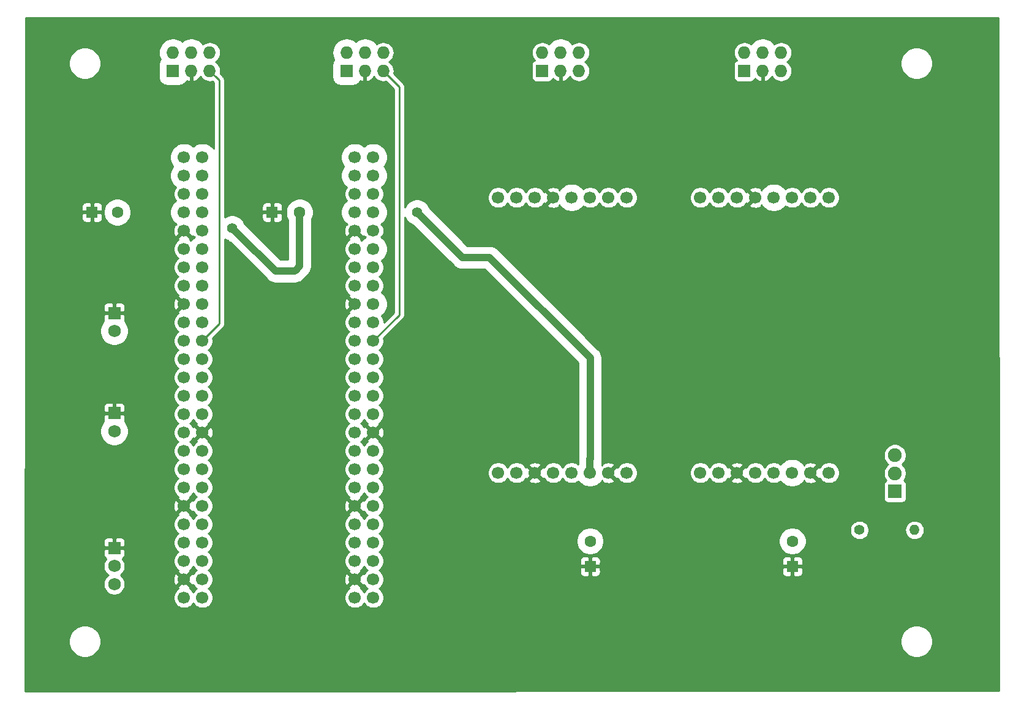
<source format=gbr>
G04 #@! TF.GenerationSoftware,KiCad,Pcbnew,(5.1.2)-2*
G04 #@! TF.CreationDate,2022-11-28T14:44:14+09:00*
G04 #@! TF.ProjectId,Motor_MotherBoard,4d6f746f-725f-44d6-9f74-686572426f61,rev?*
G04 #@! TF.SameCoordinates,Original*
G04 #@! TF.FileFunction,Copper,L2,Bot*
G04 #@! TF.FilePolarity,Positive*
%FSLAX46Y46*%
G04 Gerber Fmt 4.6, Leading zero omitted, Abs format (unit mm)*
G04 Created by KiCad (PCBNEW (5.1.2)-2) date 2022-11-28 14:44:14*
%MOMM*%
%LPD*%
G04 APERTURE LIST*
%ADD10C,1.750000*%
%ADD11R,1.750000X1.750000*%
%ADD12O,1.400000X1.400000*%
%ADD13C,1.400000*%
%ADD14C,1.600000*%
%ADD15R,1.600000X1.600000*%
%ADD16R,1.727200X1.727200*%
%ADD17O,1.727200X1.727200*%
%ADD18R,1.900000X1.900000*%
%ADD19C,1.900000*%
%ADD20C,1.700000*%
%ADD21C,0.600000*%
%ADD22C,1.000000*%
%ADD23C,0.250000*%
%ADD24C,0.254000*%
G04 APERTURE END LIST*
D10*
X44069000Y-75931400D03*
D11*
X44069000Y-73431400D03*
D12*
X154711400Y-89611200D03*
D13*
X147091400Y-89611200D03*
D14*
X44500000Y-45624000D03*
D15*
X41000000Y-45624000D03*
D14*
X109855000Y-91140400D03*
D15*
X109855000Y-94640400D03*
X65904000Y-45624000D03*
D14*
X69704000Y-45624000D03*
D15*
X137820400Y-94640400D03*
D14*
X137820400Y-91140400D03*
D16*
X52188000Y-26066000D03*
D17*
X52188000Y-23526000D03*
X54728000Y-26066000D03*
X54728000Y-23526000D03*
X57268000Y-26066000D03*
X57268000Y-23526000D03*
X81269000Y-23526000D03*
X81269000Y-26066000D03*
X78729000Y-23526000D03*
X78729000Y-26066000D03*
X76189000Y-23526000D03*
D16*
X76189000Y-26066000D03*
X103242000Y-26066000D03*
D17*
X103242000Y-23526000D03*
X105782000Y-26066000D03*
X105782000Y-23526000D03*
X108322000Y-26066000D03*
X108322000Y-23526000D03*
X136262000Y-23526000D03*
X136262000Y-26066000D03*
X133722000Y-23526000D03*
X133722000Y-26066000D03*
X131182000Y-23526000D03*
D16*
X131182000Y-26066000D03*
D11*
X44069000Y-92094000D03*
D10*
X44069000Y-94594000D03*
X44069000Y-97094000D03*
D11*
X44069000Y-59582000D03*
D10*
X44069000Y-62082000D03*
D18*
X152000000Y-84250000D03*
D19*
X152000000Y-81750000D03*
X152000000Y-79250000D03*
D20*
X56252000Y-38004000D03*
X53712000Y-38004000D03*
X56252000Y-40544000D03*
X53712000Y-40544000D03*
X56252000Y-43084000D03*
X53712000Y-43084000D03*
X56252000Y-45624000D03*
X53712000Y-45624000D03*
X56252000Y-48164000D03*
X53712000Y-48164000D03*
X56252000Y-50704000D03*
X53712000Y-50704000D03*
X56252000Y-53244000D03*
X53712000Y-53244000D03*
X56252000Y-55784000D03*
X53712000Y-55784000D03*
X56252000Y-58324000D03*
X53712000Y-58324000D03*
X56252000Y-60864000D03*
X53712000Y-60864000D03*
X56252000Y-63404000D03*
X53712000Y-63404000D03*
X56252000Y-65944000D03*
X53712000Y-65944000D03*
X56252000Y-68484000D03*
X53712000Y-68484000D03*
X56252000Y-71024000D03*
X53712000Y-71024000D03*
X56252000Y-73564000D03*
X53712000Y-73564000D03*
X56252000Y-76104000D03*
X53712000Y-76104000D03*
X56252000Y-78644000D03*
X53712000Y-78644000D03*
X56252000Y-81184000D03*
X53712000Y-81184000D03*
X56252000Y-83724000D03*
X53712000Y-83724000D03*
X56252000Y-86264000D03*
X53712000Y-86264000D03*
X56252000Y-88804000D03*
X53712000Y-88804000D03*
X56252000Y-91344000D03*
X53712000Y-91344000D03*
X56252000Y-93884000D03*
X53712000Y-93884000D03*
X56252000Y-96424000D03*
X53712000Y-96424000D03*
X56252000Y-98964000D03*
X53712000Y-98964000D03*
X77334000Y-98964000D03*
X79874000Y-98964000D03*
X77334000Y-96424000D03*
X79874000Y-96424000D03*
X77334000Y-93884000D03*
X79874000Y-93884000D03*
X77334000Y-91344000D03*
X79874000Y-91344000D03*
X77334000Y-88804000D03*
X79874000Y-88804000D03*
X77334000Y-86264000D03*
X79874000Y-86264000D03*
X77334000Y-83724000D03*
X79874000Y-83724000D03*
X77334000Y-81184000D03*
X79874000Y-81184000D03*
X77334000Y-78644000D03*
X79874000Y-78644000D03*
X77334000Y-76104000D03*
X79874000Y-76104000D03*
X77334000Y-73564000D03*
X79874000Y-73564000D03*
X77334000Y-71024000D03*
X79874000Y-71024000D03*
X77334000Y-68484000D03*
X79874000Y-68484000D03*
X77334000Y-65944000D03*
X79874000Y-65944000D03*
X77334000Y-63404000D03*
X79874000Y-63404000D03*
X77334000Y-60864000D03*
X79874000Y-60864000D03*
X77334000Y-58324000D03*
X79874000Y-58324000D03*
X77334000Y-55784000D03*
X79874000Y-55784000D03*
X77334000Y-53244000D03*
X79874000Y-53244000D03*
X77334000Y-50704000D03*
X79874000Y-50704000D03*
X77334000Y-48164000D03*
X79874000Y-48164000D03*
X77334000Y-45624000D03*
X79874000Y-45624000D03*
X77334000Y-43084000D03*
X79874000Y-43084000D03*
X77334000Y-40544000D03*
X79874000Y-40544000D03*
X77334000Y-38004000D03*
X79874000Y-38004000D03*
X142866000Y-43592000D03*
X142866000Y-81692000D03*
X140326000Y-43592000D03*
X140326000Y-81692000D03*
X137786000Y-43592000D03*
X137786000Y-81692000D03*
X135246000Y-43592000D03*
X135246000Y-81692000D03*
X132706000Y-43592000D03*
X132706000Y-81692000D03*
X130166000Y-43592000D03*
X130166000Y-81692000D03*
X127626000Y-43592000D03*
X127626000Y-81692000D03*
X125086000Y-43592000D03*
X125086000Y-81692000D03*
X97146000Y-81692000D03*
X97146000Y-43592000D03*
X99686000Y-81692000D03*
X99686000Y-43592000D03*
X102226000Y-81692000D03*
X102226000Y-43592000D03*
X104766000Y-81692000D03*
X104766000Y-43592000D03*
X107306000Y-81692000D03*
X107306000Y-43592000D03*
X109846000Y-81692000D03*
X109846000Y-43592000D03*
X112386000Y-81692000D03*
X112386000Y-43592000D03*
X114926000Y-81692000D03*
X114926000Y-43592000D03*
D21*
X103225600Y-32715200D03*
X103225600Y-37084000D03*
X106756200Y-37084000D03*
X106756200Y-32664400D03*
X134620000Y-37007800D03*
X134670800Y-32588200D03*
X80289400Y-28956000D03*
X86410800Y-37134800D03*
X86461600Y-32537400D03*
X86461600Y-42291000D03*
D13*
X85922600Y-45624000D03*
X60353979Y-47804098D03*
D22*
X109846000Y-81692000D02*
X109846000Y-80060798D01*
X79874000Y-50704000D02*
X79874000Y-50791000D01*
X79874000Y-50791000D02*
X79976999Y-50893999D01*
X109846000Y-79737998D02*
X109846000Y-79975600D01*
X109855000Y-79728998D02*
X109846000Y-79737998D01*
X109855000Y-65786000D02*
X109855000Y-79728998D01*
X95961200Y-51892200D02*
X109855000Y-65786000D01*
X85922600Y-45624000D02*
X92190800Y-51892200D01*
X92190800Y-51892200D02*
X95961200Y-51892200D01*
X61053978Y-48504097D02*
X61077097Y-48504097D01*
X61077097Y-48504097D02*
X66370200Y-53797200D01*
X66370200Y-53797200D02*
X69011800Y-53797200D01*
X69011800Y-53797200D02*
X69113400Y-53695600D01*
X60353979Y-47804098D02*
X61053978Y-48504097D01*
X69704000Y-53105000D02*
X69704000Y-45624000D01*
X69164200Y-53644800D02*
X69704000Y-53105000D01*
D23*
X58597800Y-61058200D02*
X56252000Y-63404000D01*
X58597800Y-27381200D02*
X58597800Y-61058200D01*
X58146199Y-26929599D02*
X58597800Y-27381200D01*
X57268000Y-26066000D02*
X58131599Y-26929599D01*
X58131599Y-26929599D02*
X58146199Y-26929599D01*
X83464400Y-28261400D02*
X83464400Y-29006800D01*
X81269000Y-26066000D02*
X83464400Y-28261400D01*
X83464400Y-59813600D02*
X79874000Y-63404000D01*
X83464400Y-50901600D02*
X83464400Y-59813600D01*
X83464400Y-32537400D02*
X83464400Y-50901600D01*
X83464400Y-29006800D02*
X83464400Y-32537400D01*
D24*
G36*
X166344565Y-111861648D02*
G01*
X31775469Y-111912352D01*
X31779345Y-104779872D01*
X37765000Y-104779872D01*
X37765000Y-105220128D01*
X37850890Y-105651925D01*
X38019369Y-106058669D01*
X38263962Y-106424729D01*
X38575271Y-106736038D01*
X38941331Y-106980631D01*
X39348075Y-107149110D01*
X39779872Y-107235000D01*
X40220128Y-107235000D01*
X40651925Y-107149110D01*
X41058669Y-106980631D01*
X41424729Y-106736038D01*
X41736038Y-106424729D01*
X41980631Y-106058669D01*
X42149110Y-105651925D01*
X42235000Y-105220128D01*
X42235000Y-104779872D01*
X152765000Y-104779872D01*
X152765000Y-105220128D01*
X152850890Y-105651925D01*
X153019369Y-106058669D01*
X153263962Y-106424729D01*
X153575271Y-106736038D01*
X153941331Y-106980631D01*
X154348075Y-107149110D01*
X154779872Y-107235000D01*
X155220128Y-107235000D01*
X155651925Y-107149110D01*
X156058669Y-106980631D01*
X156424729Y-106736038D01*
X156736038Y-106424729D01*
X156980631Y-106058669D01*
X157149110Y-105651925D01*
X157235000Y-105220128D01*
X157235000Y-104779872D01*
X157149110Y-104348075D01*
X156980631Y-103941331D01*
X156736038Y-103575271D01*
X156424729Y-103263962D01*
X156058669Y-103019369D01*
X155651925Y-102850890D01*
X155220128Y-102765000D01*
X154779872Y-102765000D01*
X154348075Y-102850890D01*
X153941331Y-103019369D01*
X153575271Y-103263962D01*
X153263962Y-103575271D01*
X153019369Y-103941331D01*
X152850890Y-104348075D01*
X152765000Y-104779872D01*
X42235000Y-104779872D01*
X42149110Y-104348075D01*
X41980631Y-103941331D01*
X41736038Y-103575271D01*
X41424729Y-103263962D01*
X41058669Y-103019369D01*
X40651925Y-102850890D01*
X40220128Y-102765000D01*
X39779872Y-102765000D01*
X39348075Y-102850890D01*
X38941331Y-103019369D01*
X38575271Y-103263962D01*
X38263962Y-103575271D01*
X38019369Y-103941331D01*
X37850890Y-104348075D01*
X37765000Y-104779872D01*
X31779345Y-104779872D01*
X31785763Y-92969000D01*
X42555928Y-92969000D01*
X42568188Y-93093482D01*
X42604498Y-93213180D01*
X42663463Y-93323494D01*
X42742815Y-93420185D01*
X42839506Y-93499537D01*
X42949820Y-93558502D01*
X42964564Y-93562974D01*
X42896107Y-93631431D01*
X42730856Y-93878747D01*
X42617029Y-94153549D01*
X42559000Y-94445278D01*
X42559000Y-94742722D01*
X42617029Y-95034451D01*
X42730856Y-95309253D01*
X42896107Y-95556569D01*
X43106431Y-95766893D01*
X43221830Y-95844000D01*
X43106431Y-95921107D01*
X42896107Y-96131431D01*
X42730856Y-96378747D01*
X42617029Y-96653549D01*
X42559000Y-96945278D01*
X42559000Y-97242722D01*
X42617029Y-97534451D01*
X42730856Y-97809253D01*
X42896107Y-98056569D01*
X43106431Y-98266893D01*
X43353747Y-98432144D01*
X43628549Y-98545971D01*
X43920278Y-98604000D01*
X44217722Y-98604000D01*
X44509451Y-98545971D01*
X44784253Y-98432144D01*
X45031569Y-98266893D01*
X45241893Y-98056569D01*
X45407144Y-97809253D01*
X45520971Y-97534451D01*
X45579000Y-97242722D01*
X45579000Y-96945278D01*
X45520971Y-96653549D01*
X45454275Y-96492531D01*
X52221389Y-96492531D01*
X52263401Y-96782019D01*
X52361081Y-97057747D01*
X52434528Y-97195157D01*
X52683603Y-97272792D01*
X53532395Y-96424000D01*
X52683603Y-95575208D01*
X52434528Y-95652843D01*
X52308629Y-95916883D01*
X52236661Y-96200411D01*
X52221389Y-96492531D01*
X45454275Y-96492531D01*
X45407144Y-96378747D01*
X45241893Y-96131431D01*
X45031569Y-95921107D01*
X44916170Y-95844000D01*
X45031569Y-95766893D01*
X45241893Y-95556569D01*
X45407144Y-95309253D01*
X45520971Y-95034451D01*
X45579000Y-94742722D01*
X45579000Y-94445278D01*
X45520971Y-94153549D01*
X45407144Y-93878747D01*
X45241893Y-93631431D01*
X45173436Y-93562974D01*
X45188180Y-93558502D01*
X45298494Y-93499537D01*
X45395185Y-93420185D01*
X45474537Y-93323494D01*
X45533502Y-93213180D01*
X45569812Y-93093482D01*
X45582072Y-92969000D01*
X45579000Y-92379750D01*
X45420250Y-92221000D01*
X44196000Y-92221000D01*
X44196000Y-92241000D01*
X43942000Y-92241000D01*
X43942000Y-92221000D01*
X42717750Y-92221000D01*
X42559000Y-92379750D01*
X42555928Y-92969000D01*
X31785763Y-92969000D01*
X31786714Y-91219000D01*
X42555928Y-91219000D01*
X42559000Y-91808250D01*
X42717750Y-91967000D01*
X43942000Y-91967000D01*
X43942000Y-90742750D01*
X44196000Y-90742750D01*
X44196000Y-91967000D01*
X45420250Y-91967000D01*
X45579000Y-91808250D01*
X45582072Y-91219000D01*
X45569812Y-91094518D01*
X45533502Y-90974820D01*
X45474537Y-90864506D01*
X45395185Y-90767815D01*
X45298494Y-90688463D01*
X45188180Y-90629498D01*
X45068482Y-90593188D01*
X44944000Y-90580928D01*
X44354750Y-90584000D01*
X44196000Y-90742750D01*
X43942000Y-90742750D01*
X43783250Y-90584000D01*
X43194000Y-90580928D01*
X43069518Y-90593188D01*
X42949820Y-90629498D01*
X42839506Y-90688463D01*
X42742815Y-90767815D01*
X42663463Y-90864506D01*
X42604498Y-90974820D01*
X42568188Y-91094518D01*
X42555928Y-91219000D01*
X31786714Y-91219000D01*
X31789369Y-86332531D01*
X52221389Y-86332531D01*
X52263401Y-86622019D01*
X52361081Y-86897747D01*
X52434528Y-87035157D01*
X52683603Y-87112792D01*
X53532395Y-86264000D01*
X52683603Y-85415208D01*
X52434528Y-85492843D01*
X52308629Y-85756883D01*
X52236661Y-86040411D01*
X52221389Y-86332531D01*
X31789369Y-86332531D01*
X31795130Y-75734220D01*
X42067000Y-75734220D01*
X42067000Y-76128580D01*
X42143936Y-76515362D01*
X42294850Y-76879703D01*
X42513945Y-77207601D01*
X42792799Y-77486455D01*
X43120697Y-77705550D01*
X43485038Y-77856464D01*
X43871820Y-77933400D01*
X44266180Y-77933400D01*
X44652962Y-77856464D01*
X45017303Y-77705550D01*
X45345201Y-77486455D01*
X45624055Y-77207601D01*
X45843150Y-76879703D01*
X45994064Y-76515362D01*
X46071000Y-76128580D01*
X46071000Y-75734220D01*
X45994064Y-75347438D01*
X45843150Y-74983097D01*
X45624055Y-74655199D01*
X45528602Y-74559746D01*
X45533502Y-74550580D01*
X45569812Y-74430882D01*
X45582072Y-74306400D01*
X45579000Y-73717150D01*
X45420250Y-73558400D01*
X44196000Y-73558400D01*
X44196000Y-73578400D01*
X43942000Y-73578400D01*
X43942000Y-73558400D01*
X42717750Y-73558400D01*
X42559000Y-73717150D01*
X42555928Y-74306400D01*
X42568188Y-74430882D01*
X42604498Y-74550580D01*
X42609398Y-74559746D01*
X42513945Y-74655199D01*
X42294850Y-74983097D01*
X42143936Y-75347438D01*
X42067000Y-75734220D01*
X31795130Y-75734220D01*
X31796856Y-72556400D01*
X42555928Y-72556400D01*
X42559000Y-73145650D01*
X42717750Y-73304400D01*
X43942000Y-73304400D01*
X43942000Y-72080150D01*
X44196000Y-72080150D01*
X44196000Y-73304400D01*
X45420250Y-73304400D01*
X45579000Y-73145650D01*
X45582072Y-72556400D01*
X45569812Y-72431918D01*
X45533502Y-72312220D01*
X45474537Y-72201906D01*
X45395185Y-72105215D01*
X45298494Y-72025863D01*
X45188180Y-71966898D01*
X45068482Y-71930588D01*
X44944000Y-71918328D01*
X44354750Y-71921400D01*
X44196000Y-72080150D01*
X43942000Y-72080150D01*
X43783250Y-71921400D01*
X43194000Y-71918328D01*
X43069518Y-71930588D01*
X42949820Y-71966898D01*
X42839506Y-72025863D01*
X42742815Y-72105215D01*
X42663463Y-72201906D01*
X42604498Y-72312220D01*
X42568188Y-72431918D01*
X42555928Y-72556400D01*
X31796856Y-72556400D01*
X31802656Y-61884820D01*
X42067000Y-61884820D01*
X42067000Y-62279180D01*
X42143936Y-62665962D01*
X42294850Y-63030303D01*
X42513945Y-63358201D01*
X42792799Y-63637055D01*
X43120697Y-63856150D01*
X43485038Y-64007064D01*
X43871820Y-64084000D01*
X44266180Y-64084000D01*
X44652962Y-64007064D01*
X45017303Y-63856150D01*
X45345201Y-63637055D01*
X45624055Y-63358201D01*
X45843150Y-63030303D01*
X45994064Y-62665962D01*
X46071000Y-62279180D01*
X46071000Y-61884820D01*
X45994064Y-61498038D01*
X45843150Y-61133697D01*
X45624055Y-60805799D01*
X45528602Y-60710346D01*
X45533502Y-60701180D01*
X45569812Y-60581482D01*
X45582072Y-60457000D01*
X45579000Y-59867750D01*
X45420250Y-59709000D01*
X44196000Y-59709000D01*
X44196000Y-59729000D01*
X43942000Y-59729000D01*
X43942000Y-59709000D01*
X42717750Y-59709000D01*
X42559000Y-59867750D01*
X42555928Y-60457000D01*
X42568188Y-60581482D01*
X42604498Y-60701180D01*
X42609398Y-60710346D01*
X42513945Y-60805799D01*
X42294850Y-61133697D01*
X42143936Y-61498038D01*
X42067000Y-61884820D01*
X31802656Y-61884820D01*
X31804383Y-58707000D01*
X42555928Y-58707000D01*
X42559000Y-59296250D01*
X42717750Y-59455000D01*
X43942000Y-59455000D01*
X43942000Y-58230750D01*
X44196000Y-58230750D01*
X44196000Y-59455000D01*
X45420250Y-59455000D01*
X45579000Y-59296250D01*
X45582072Y-58707000D01*
X45569812Y-58582518D01*
X45533502Y-58462820D01*
X45495932Y-58392531D01*
X52221389Y-58392531D01*
X52263401Y-58682019D01*
X52361081Y-58957747D01*
X52434528Y-59095157D01*
X52683603Y-59172792D01*
X53532395Y-58324000D01*
X52683603Y-57475208D01*
X52434528Y-57552843D01*
X52308629Y-57816883D01*
X52236661Y-58100411D01*
X52221389Y-58392531D01*
X45495932Y-58392531D01*
X45474537Y-58352506D01*
X45395185Y-58255815D01*
X45298494Y-58176463D01*
X45188180Y-58117498D01*
X45068482Y-58081188D01*
X44944000Y-58068928D01*
X44354750Y-58072000D01*
X44196000Y-58230750D01*
X43942000Y-58230750D01*
X43783250Y-58072000D01*
X43194000Y-58068928D01*
X43069518Y-58081188D01*
X42949820Y-58117498D01*
X42839506Y-58176463D01*
X42742815Y-58255815D01*
X42663463Y-58352506D01*
X42604498Y-58462820D01*
X42568188Y-58582518D01*
X42555928Y-58707000D01*
X31804383Y-58707000D01*
X31811059Y-46424000D01*
X39561928Y-46424000D01*
X39574188Y-46548482D01*
X39610498Y-46668180D01*
X39669463Y-46778494D01*
X39748815Y-46875185D01*
X39845506Y-46954537D01*
X39955820Y-47013502D01*
X40075518Y-47049812D01*
X40200000Y-47062072D01*
X40714250Y-47059000D01*
X40873000Y-46900250D01*
X40873000Y-45751000D01*
X41127000Y-45751000D01*
X41127000Y-46900250D01*
X41285750Y-47059000D01*
X41800000Y-47062072D01*
X41924482Y-47049812D01*
X42044180Y-47013502D01*
X42154494Y-46954537D01*
X42251185Y-46875185D01*
X42330537Y-46778494D01*
X42389502Y-46668180D01*
X42425812Y-46548482D01*
X42438072Y-46424000D01*
X42435000Y-45909750D01*
X42276250Y-45751000D01*
X41127000Y-45751000D01*
X40873000Y-45751000D01*
X39723750Y-45751000D01*
X39565000Y-45909750D01*
X39561928Y-46424000D01*
X31811059Y-46424000D01*
X31811928Y-44824000D01*
X39561928Y-44824000D01*
X39565000Y-45338250D01*
X39723750Y-45497000D01*
X40873000Y-45497000D01*
X40873000Y-44347750D01*
X41127000Y-44347750D01*
X41127000Y-45497000D01*
X42276250Y-45497000D01*
X42339043Y-45434207D01*
X42573000Y-45434207D01*
X42573000Y-45813793D01*
X42647053Y-46186085D01*
X42792315Y-46536777D01*
X43003201Y-46852391D01*
X43271609Y-47120799D01*
X43587223Y-47331685D01*
X43937915Y-47476947D01*
X44310207Y-47551000D01*
X44689793Y-47551000D01*
X45062085Y-47476947D01*
X45412777Y-47331685D01*
X45728391Y-47120799D01*
X45996799Y-46852391D01*
X46207685Y-46536777D01*
X46352947Y-46186085D01*
X46427000Y-45813793D01*
X46427000Y-45434207D01*
X46352947Y-45061915D01*
X46207685Y-44711223D01*
X45996799Y-44395609D01*
X45728391Y-44127201D01*
X45412777Y-43916315D01*
X45062085Y-43771053D01*
X44689793Y-43697000D01*
X44310207Y-43697000D01*
X43937915Y-43771053D01*
X43587223Y-43916315D01*
X43271609Y-44127201D01*
X43003201Y-44395609D01*
X42792315Y-44711223D01*
X42647053Y-45061915D01*
X42573000Y-45434207D01*
X42339043Y-45434207D01*
X42435000Y-45338250D01*
X42438072Y-44824000D01*
X42425812Y-44699518D01*
X42389502Y-44579820D01*
X42330537Y-44469506D01*
X42251185Y-44372815D01*
X42154494Y-44293463D01*
X42044180Y-44234498D01*
X41924482Y-44198188D01*
X41800000Y-44185928D01*
X41285750Y-44189000D01*
X41127000Y-44347750D01*
X40873000Y-44347750D01*
X40714250Y-44189000D01*
X40200000Y-44185928D01*
X40075518Y-44198188D01*
X39955820Y-44234498D01*
X39845506Y-44293463D01*
X39748815Y-44372815D01*
X39669463Y-44469506D01*
X39610498Y-44579820D01*
X39574188Y-44699518D01*
X39561928Y-44824000D01*
X31811928Y-44824000D01*
X31822823Y-24779872D01*
X37765000Y-24779872D01*
X37765000Y-25220128D01*
X37850890Y-25651925D01*
X38019369Y-26058669D01*
X38263962Y-26424729D01*
X38575271Y-26736038D01*
X38941331Y-26980631D01*
X39348075Y-27149110D01*
X39779872Y-27235000D01*
X40220128Y-27235000D01*
X40651925Y-27149110D01*
X41058669Y-26980631D01*
X41424729Y-26736038D01*
X41736038Y-26424729D01*
X41980631Y-26058669D01*
X42149110Y-25651925D01*
X42235000Y-25220128D01*
X42235000Y-24779872D01*
X42149110Y-24348075D01*
X41980631Y-23941331D01*
X41736038Y-23575271D01*
X41686767Y-23526000D01*
X50187769Y-23526000D01*
X50226203Y-23916226D01*
X50340028Y-24291455D01*
X50448110Y-24493663D01*
X50382800Y-24573243D01*
X50278150Y-24769029D01*
X50213707Y-24981469D01*
X50191947Y-25202400D01*
X50191947Y-26929600D01*
X50213707Y-27150531D01*
X50278150Y-27362971D01*
X50382800Y-27558757D01*
X50523635Y-27730365D01*
X50695243Y-27871200D01*
X50891029Y-27975850D01*
X51103469Y-28040293D01*
X51324400Y-28062053D01*
X53051600Y-28062053D01*
X53272531Y-28040293D01*
X53484971Y-27975850D01*
X53680757Y-27871200D01*
X53852365Y-27730365D01*
X53993200Y-27558757D01*
X54074504Y-27406647D01*
X54218186Y-27475222D01*
X54368974Y-27520958D01*
X54601000Y-27399817D01*
X54601000Y-26193000D01*
X54581000Y-26193000D01*
X54581000Y-25939000D01*
X54601000Y-25939000D01*
X54601000Y-25919000D01*
X54855000Y-25919000D01*
X54855000Y-25939000D01*
X54875000Y-25939000D01*
X54875000Y-26193000D01*
X54855000Y-26193000D01*
X54855000Y-27399817D01*
X55087026Y-27520958D01*
X55237814Y-27475222D01*
X55502944Y-27348684D01*
X55738293Y-27172854D01*
X55934817Y-26954488D01*
X55992137Y-26858090D01*
X56015931Y-26902606D01*
X56203203Y-27130797D01*
X56431394Y-27318069D01*
X56691736Y-27457225D01*
X56974223Y-27542916D01*
X57194381Y-27564600D01*
X57341619Y-27564600D01*
X57561777Y-27542916D01*
X57648776Y-27516525D01*
X57665421Y-27530185D01*
X57702020Y-27560221D01*
X57837800Y-27696001D01*
X57837800Y-36818812D01*
X57787636Y-36743736D01*
X57512264Y-36468364D01*
X57188461Y-36252005D01*
X56828670Y-36102975D01*
X56446718Y-36027000D01*
X56057282Y-36027000D01*
X55675330Y-36102975D01*
X55315539Y-36252005D01*
X54991736Y-36468364D01*
X54982000Y-36478100D01*
X54972264Y-36468364D01*
X54648461Y-36252005D01*
X54288670Y-36102975D01*
X53906718Y-36027000D01*
X53517282Y-36027000D01*
X53135330Y-36102975D01*
X52775539Y-36252005D01*
X52451736Y-36468364D01*
X52176364Y-36743736D01*
X51960005Y-37067539D01*
X51810975Y-37427330D01*
X51735000Y-37809282D01*
X51735000Y-38198718D01*
X51810975Y-38580670D01*
X51960005Y-38940461D01*
X52176364Y-39264264D01*
X52186100Y-39274000D01*
X52176364Y-39283736D01*
X51960005Y-39607539D01*
X51810975Y-39967330D01*
X51735000Y-40349282D01*
X51735000Y-40738718D01*
X51810975Y-41120670D01*
X51960005Y-41480461D01*
X52176364Y-41804264D01*
X52451736Y-42079636D01*
X52552232Y-42146786D01*
X52396010Y-42380589D01*
X52284068Y-42650842D01*
X52227000Y-42937740D01*
X52227000Y-43230260D01*
X52284068Y-43517158D01*
X52396010Y-43787411D01*
X52552232Y-44021214D01*
X52451736Y-44088364D01*
X52176364Y-44363736D01*
X51960005Y-44687539D01*
X51810975Y-45047330D01*
X51735000Y-45429282D01*
X51735000Y-45818718D01*
X51810975Y-46200670D01*
X51960005Y-46560461D01*
X52176364Y-46884264D01*
X52451736Y-47159636D01*
X52681657Y-47313265D01*
X52683601Y-47315209D01*
X52434528Y-47392843D01*
X52308629Y-47656883D01*
X52236661Y-47940411D01*
X52221389Y-48232531D01*
X52263401Y-48522019D01*
X52361081Y-48797747D01*
X52434528Y-48935157D01*
X52683603Y-49012792D01*
X53532395Y-48164000D01*
X53518253Y-48149858D01*
X53697858Y-47970253D01*
X53712000Y-47984395D01*
X53726143Y-47970253D01*
X53905748Y-48149858D01*
X53891605Y-48164000D01*
X54740397Y-49012792D01*
X54982000Y-48937486D01*
X55223601Y-49012791D01*
X55221657Y-49014735D01*
X54991736Y-49168364D01*
X54716364Y-49443736D01*
X54649214Y-49544232D01*
X54485271Y-49434689D01*
X54560792Y-49192397D01*
X53712000Y-48343605D01*
X52863208Y-49192397D01*
X52938729Y-49434689D01*
X52765368Y-49550525D01*
X52558525Y-49757368D01*
X52396010Y-50000589D01*
X52284068Y-50270842D01*
X52227000Y-50557740D01*
X52227000Y-50850260D01*
X52284068Y-51137158D01*
X52396010Y-51407411D01*
X52558525Y-51650632D01*
X52765368Y-51857475D01*
X52939760Y-51974000D01*
X52765368Y-52090525D01*
X52558525Y-52297368D01*
X52396010Y-52540589D01*
X52284068Y-52810842D01*
X52227000Y-53097740D01*
X52227000Y-53390260D01*
X52284068Y-53677158D01*
X52396010Y-53947411D01*
X52558525Y-54190632D01*
X52765368Y-54397475D01*
X52939760Y-54514000D01*
X52765368Y-54630525D01*
X52558525Y-54837368D01*
X52396010Y-55080589D01*
X52284068Y-55350842D01*
X52227000Y-55637740D01*
X52227000Y-55930260D01*
X52284068Y-56217158D01*
X52396010Y-56487411D01*
X52558525Y-56730632D01*
X52765368Y-56937475D01*
X52938729Y-57053311D01*
X52863208Y-57295603D01*
X53712000Y-58144395D01*
X53726143Y-58130253D01*
X53905748Y-58309858D01*
X53891605Y-58324000D01*
X53905748Y-58338143D01*
X53726143Y-58517748D01*
X53712000Y-58503605D01*
X52863208Y-59352397D01*
X52938729Y-59594689D01*
X52765368Y-59710525D01*
X52558525Y-59917368D01*
X52396010Y-60160589D01*
X52284068Y-60430842D01*
X52227000Y-60717740D01*
X52227000Y-61010260D01*
X52284068Y-61297158D01*
X52396010Y-61567411D01*
X52558525Y-61810632D01*
X52765368Y-62017475D01*
X52939760Y-62134000D01*
X52765368Y-62250525D01*
X52558525Y-62457368D01*
X52396010Y-62700589D01*
X52284068Y-62970842D01*
X52227000Y-63257740D01*
X52227000Y-63550260D01*
X52284068Y-63837158D01*
X52396010Y-64107411D01*
X52558525Y-64350632D01*
X52765368Y-64557475D01*
X52939760Y-64674000D01*
X52765368Y-64790525D01*
X52558525Y-64997368D01*
X52396010Y-65240589D01*
X52284068Y-65510842D01*
X52227000Y-65797740D01*
X52227000Y-66090260D01*
X52284068Y-66377158D01*
X52396010Y-66647411D01*
X52558525Y-66890632D01*
X52765368Y-67097475D01*
X52939760Y-67214000D01*
X52765368Y-67330525D01*
X52558525Y-67537368D01*
X52396010Y-67780589D01*
X52284068Y-68050842D01*
X52227000Y-68337740D01*
X52227000Y-68630260D01*
X52284068Y-68917158D01*
X52396010Y-69187411D01*
X52558525Y-69430632D01*
X52765368Y-69637475D01*
X52939760Y-69754000D01*
X52765368Y-69870525D01*
X52558525Y-70077368D01*
X52396010Y-70320589D01*
X52284068Y-70590842D01*
X52227000Y-70877740D01*
X52227000Y-71170260D01*
X52284068Y-71457158D01*
X52396010Y-71727411D01*
X52558525Y-71970632D01*
X52765368Y-72177475D01*
X52939760Y-72294000D01*
X52765368Y-72410525D01*
X52558525Y-72617368D01*
X52396010Y-72860589D01*
X52284068Y-73130842D01*
X52227000Y-73417740D01*
X52227000Y-73710260D01*
X52284068Y-73997158D01*
X52396010Y-74267411D01*
X52558525Y-74510632D01*
X52765368Y-74717475D01*
X52939760Y-74834000D01*
X52765368Y-74950525D01*
X52558525Y-75157368D01*
X52396010Y-75400589D01*
X52284068Y-75670842D01*
X52227000Y-75957740D01*
X52227000Y-76250260D01*
X52284068Y-76537158D01*
X52396010Y-76807411D01*
X52558525Y-77050632D01*
X52765368Y-77257475D01*
X52939760Y-77374000D01*
X52765368Y-77490525D01*
X52558525Y-77697368D01*
X52396010Y-77940589D01*
X52284068Y-78210842D01*
X52227000Y-78497740D01*
X52227000Y-78790260D01*
X52284068Y-79077158D01*
X52396010Y-79347411D01*
X52558525Y-79590632D01*
X52765368Y-79797475D01*
X52939760Y-79914000D01*
X52765368Y-80030525D01*
X52558525Y-80237368D01*
X52396010Y-80480589D01*
X52284068Y-80750842D01*
X52227000Y-81037740D01*
X52227000Y-81330260D01*
X52284068Y-81617158D01*
X52396010Y-81887411D01*
X52558525Y-82130632D01*
X52765368Y-82337475D01*
X52939760Y-82454000D01*
X52765368Y-82570525D01*
X52558525Y-82777368D01*
X52396010Y-83020589D01*
X52284068Y-83290842D01*
X52227000Y-83577740D01*
X52227000Y-83870260D01*
X52284068Y-84157158D01*
X52396010Y-84427411D01*
X52558525Y-84670632D01*
X52765368Y-84877475D01*
X52938729Y-84993311D01*
X52863208Y-85235603D01*
X53712000Y-86084395D01*
X54560792Y-85235603D01*
X54485271Y-84993311D01*
X54658632Y-84877475D01*
X54865475Y-84670632D01*
X54982000Y-84496240D01*
X55098525Y-84670632D01*
X55305368Y-84877475D01*
X55479760Y-84994000D01*
X55305368Y-85110525D01*
X55098525Y-85317368D01*
X54982689Y-85490729D01*
X54740397Y-85415208D01*
X53891605Y-86264000D01*
X54740397Y-87112792D01*
X54982689Y-87037271D01*
X55098525Y-87210632D01*
X55305368Y-87417475D01*
X55479760Y-87534000D01*
X55305368Y-87650525D01*
X55098525Y-87857368D01*
X54982000Y-88031760D01*
X54865475Y-87857368D01*
X54658632Y-87650525D01*
X54485271Y-87534689D01*
X54560792Y-87292397D01*
X53712000Y-86443605D01*
X52863208Y-87292397D01*
X52938729Y-87534689D01*
X52765368Y-87650525D01*
X52558525Y-87857368D01*
X52396010Y-88100589D01*
X52284068Y-88370842D01*
X52227000Y-88657740D01*
X52227000Y-88950260D01*
X52284068Y-89237158D01*
X52396010Y-89507411D01*
X52558525Y-89750632D01*
X52765368Y-89957475D01*
X52939760Y-90074000D01*
X52765368Y-90190525D01*
X52558525Y-90397368D01*
X52396010Y-90640589D01*
X52284068Y-90910842D01*
X52227000Y-91197740D01*
X52227000Y-91490260D01*
X52284068Y-91777158D01*
X52396010Y-92047411D01*
X52558525Y-92290632D01*
X52765368Y-92497475D01*
X52939760Y-92614000D01*
X52765368Y-92730525D01*
X52558525Y-92937368D01*
X52396010Y-93180589D01*
X52284068Y-93450842D01*
X52227000Y-93737740D01*
X52227000Y-94030260D01*
X52284068Y-94317158D01*
X52396010Y-94587411D01*
X52558525Y-94830632D01*
X52765368Y-95037475D01*
X52938729Y-95153311D01*
X52863208Y-95395603D01*
X53712000Y-96244395D01*
X54560792Y-95395603D01*
X54485271Y-95153311D01*
X54658632Y-95037475D01*
X54865475Y-94830632D01*
X54982000Y-94656240D01*
X55098525Y-94830632D01*
X55305368Y-95037475D01*
X55479760Y-95154000D01*
X55305368Y-95270525D01*
X55098525Y-95477368D01*
X54982689Y-95650729D01*
X54740397Y-95575208D01*
X53891605Y-96424000D01*
X54740397Y-97272792D01*
X54982689Y-97197271D01*
X55098525Y-97370632D01*
X55305368Y-97577475D01*
X55479760Y-97694000D01*
X55305368Y-97810525D01*
X55098525Y-98017368D01*
X54982000Y-98191760D01*
X54865475Y-98017368D01*
X54658632Y-97810525D01*
X54485271Y-97694689D01*
X54560792Y-97452397D01*
X53712000Y-96603605D01*
X52863208Y-97452397D01*
X52938729Y-97694689D01*
X52765368Y-97810525D01*
X52558525Y-98017368D01*
X52396010Y-98260589D01*
X52284068Y-98530842D01*
X52227000Y-98817740D01*
X52227000Y-99110260D01*
X52284068Y-99397158D01*
X52396010Y-99667411D01*
X52558525Y-99910632D01*
X52765368Y-100117475D01*
X53008589Y-100279990D01*
X53278842Y-100391932D01*
X53565740Y-100449000D01*
X53858260Y-100449000D01*
X54145158Y-100391932D01*
X54415411Y-100279990D01*
X54658632Y-100117475D01*
X54865475Y-99910632D01*
X54982000Y-99736240D01*
X55098525Y-99910632D01*
X55305368Y-100117475D01*
X55548589Y-100279990D01*
X55818842Y-100391932D01*
X56105740Y-100449000D01*
X56398260Y-100449000D01*
X56685158Y-100391932D01*
X56955411Y-100279990D01*
X57198632Y-100117475D01*
X57405475Y-99910632D01*
X57567990Y-99667411D01*
X57679932Y-99397158D01*
X57737000Y-99110260D01*
X57737000Y-98817740D01*
X57679932Y-98530842D01*
X57567990Y-98260589D01*
X57405475Y-98017368D01*
X57198632Y-97810525D01*
X57024240Y-97694000D01*
X57198632Y-97577475D01*
X57405475Y-97370632D01*
X57567990Y-97127411D01*
X57679932Y-96857158D01*
X57737000Y-96570260D01*
X57737000Y-96492531D01*
X75843389Y-96492531D01*
X75885401Y-96782019D01*
X75983081Y-97057747D01*
X76056528Y-97195157D01*
X76305603Y-97272792D01*
X77154395Y-96424000D01*
X76305603Y-95575208D01*
X76056528Y-95652843D01*
X75930629Y-95916883D01*
X75858661Y-96200411D01*
X75843389Y-96492531D01*
X57737000Y-96492531D01*
X57737000Y-96277740D01*
X57679932Y-95990842D01*
X57567990Y-95720589D01*
X57405475Y-95477368D01*
X57198632Y-95270525D01*
X57024240Y-95154000D01*
X57198632Y-95037475D01*
X57405475Y-94830632D01*
X57567990Y-94587411D01*
X57679932Y-94317158D01*
X57737000Y-94030260D01*
X57737000Y-93737740D01*
X57679932Y-93450842D01*
X57567990Y-93180589D01*
X57405475Y-92937368D01*
X57198632Y-92730525D01*
X57024240Y-92614000D01*
X57198632Y-92497475D01*
X57405475Y-92290632D01*
X57567990Y-92047411D01*
X57679932Y-91777158D01*
X57737000Y-91490260D01*
X57737000Y-91197740D01*
X57679932Y-90910842D01*
X57567990Y-90640589D01*
X57405475Y-90397368D01*
X57198632Y-90190525D01*
X57024240Y-90074000D01*
X57198632Y-89957475D01*
X57405475Y-89750632D01*
X57567990Y-89507411D01*
X57679932Y-89237158D01*
X57737000Y-88950260D01*
X57737000Y-88657740D01*
X57679932Y-88370842D01*
X57567990Y-88100589D01*
X57405475Y-87857368D01*
X57198632Y-87650525D01*
X57024240Y-87534000D01*
X57198632Y-87417475D01*
X57405475Y-87210632D01*
X57567990Y-86967411D01*
X57679932Y-86697158D01*
X57737000Y-86410260D01*
X57737000Y-86332531D01*
X75843389Y-86332531D01*
X75885401Y-86622019D01*
X75983081Y-86897747D01*
X76056528Y-87035157D01*
X76305603Y-87112792D01*
X77154395Y-86264000D01*
X76305603Y-85415208D01*
X76056528Y-85492843D01*
X75930629Y-85756883D01*
X75858661Y-86040411D01*
X75843389Y-86332531D01*
X57737000Y-86332531D01*
X57737000Y-86117740D01*
X57679932Y-85830842D01*
X57567990Y-85560589D01*
X57405475Y-85317368D01*
X57198632Y-85110525D01*
X57024240Y-84994000D01*
X57198632Y-84877475D01*
X57405475Y-84670632D01*
X57567990Y-84427411D01*
X57679932Y-84157158D01*
X57737000Y-83870260D01*
X57737000Y-83577740D01*
X57679932Y-83290842D01*
X57567990Y-83020589D01*
X57405475Y-82777368D01*
X57198632Y-82570525D01*
X57024240Y-82454000D01*
X57198632Y-82337475D01*
X57405475Y-82130632D01*
X57567990Y-81887411D01*
X57679932Y-81617158D01*
X57737000Y-81330260D01*
X57737000Y-81037740D01*
X57679932Y-80750842D01*
X57567990Y-80480589D01*
X57405475Y-80237368D01*
X57198632Y-80030525D01*
X57024240Y-79914000D01*
X57198632Y-79797475D01*
X57405475Y-79590632D01*
X57567990Y-79347411D01*
X57679932Y-79077158D01*
X57737000Y-78790260D01*
X57737000Y-78497740D01*
X57679932Y-78210842D01*
X57567990Y-77940589D01*
X57405475Y-77697368D01*
X57198632Y-77490525D01*
X57025271Y-77374689D01*
X57100792Y-77132397D01*
X56252000Y-76283605D01*
X55403208Y-77132397D01*
X55478729Y-77374689D01*
X55305368Y-77490525D01*
X55098525Y-77697368D01*
X54982000Y-77871760D01*
X54865475Y-77697368D01*
X54658632Y-77490525D01*
X54484240Y-77374000D01*
X54658632Y-77257475D01*
X54865475Y-77050632D01*
X54981311Y-76877271D01*
X55223603Y-76952792D01*
X56072395Y-76104000D01*
X56431605Y-76104000D01*
X57280397Y-76952792D01*
X57529472Y-76875157D01*
X57655371Y-76611117D01*
X57727339Y-76327589D01*
X57742611Y-76035469D01*
X57700599Y-75745981D01*
X57602919Y-75470253D01*
X57529472Y-75332843D01*
X57280397Y-75255208D01*
X56431605Y-76104000D01*
X56072395Y-76104000D01*
X55223603Y-75255208D01*
X54981311Y-75330729D01*
X54865475Y-75157368D01*
X54658632Y-74950525D01*
X54484240Y-74834000D01*
X54658632Y-74717475D01*
X54865475Y-74510632D01*
X54982000Y-74336240D01*
X55098525Y-74510632D01*
X55305368Y-74717475D01*
X55478729Y-74833311D01*
X55403208Y-75075603D01*
X56252000Y-75924395D01*
X57100792Y-75075603D01*
X57025271Y-74833311D01*
X57198632Y-74717475D01*
X57405475Y-74510632D01*
X57567990Y-74267411D01*
X57679932Y-73997158D01*
X57737000Y-73710260D01*
X57737000Y-73417740D01*
X57679932Y-73130842D01*
X57567990Y-72860589D01*
X57405475Y-72617368D01*
X57198632Y-72410525D01*
X57024240Y-72294000D01*
X57198632Y-72177475D01*
X57405475Y-71970632D01*
X57567990Y-71727411D01*
X57679932Y-71457158D01*
X57737000Y-71170260D01*
X57737000Y-70877740D01*
X57679932Y-70590842D01*
X57567990Y-70320589D01*
X57405475Y-70077368D01*
X57198632Y-69870525D01*
X57024240Y-69754000D01*
X57198632Y-69637475D01*
X57405475Y-69430632D01*
X57567990Y-69187411D01*
X57679932Y-68917158D01*
X57737000Y-68630260D01*
X57737000Y-68337740D01*
X57679932Y-68050842D01*
X57567990Y-67780589D01*
X57405475Y-67537368D01*
X57198632Y-67330525D01*
X57024240Y-67214000D01*
X57198632Y-67097475D01*
X57405475Y-66890632D01*
X57567990Y-66647411D01*
X57679932Y-66377158D01*
X57737000Y-66090260D01*
X57737000Y-65797740D01*
X57679932Y-65510842D01*
X57567990Y-65240589D01*
X57405475Y-64997368D01*
X57198632Y-64790525D01*
X57024240Y-64674000D01*
X57198632Y-64557475D01*
X57405475Y-64350632D01*
X57567990Y-64107411D01*
X57679932Y-63837158D01*
X57737000Y-63550260D01*
X57737000Y-63257740D01*
X57693209Y-63037592D01*
X59108803Y-61621999D01*
X59137801Y-61598201D01*
X59232774Y-61482476D01*
X59303346Y-61350447D01*
X59346803Y-61207186D01*
X59357800Y-61095533D01*
X59357800Y-61095524D01*
X59361476Y-61058201D01*
X59357800Y-61020878D01*
X59357800Y-58392531D01*
X75843389Y-58392531D01*
X75885401Y-58682019D01*
X75983081Y-58957747D01*
X76056528Y-59095157D01*
X76305603Y-59172792D01*
X77154395Y-58324000D01*
X76305603Y-57475208D01*
X76056528Y-57552843D01*
X75930629Y-57816883D01*
X75858661Y-58100411D01*
X75843389Y-58392531D01*
X59357800Y-58392531D01*
X59357800Y-49335787D01*
X59488570Y-49423164D01*
X59801909Y-49552953D01*
X59846998Y-49598042D01*
X59897949Y-49660126D01*
X60088956Y-49816881D01*
X65163225Y-54891151D01*
X65214171Y-54953229D01*
X65276249Y-55004175D01*
X65276252Y-55004178D01*
X65369360Y-55080589D01*
X65461914Y-55156546D01*
X65744562Y-55307625D01*
X66051252Y-55400658D01*
X66290275Y-55424200D01*
X66290285Y-55424200D01*
X66370199Y-55432071D01*
X66450114Y-55424200D01*
X68931886Y-55424200D01*
X69011800Y-55432071D01*
X69091714Y-55424200D01*
X69091725Y-55424200D01*
X69330748Y-55400658D01*
X69637438Y-55307625D01*
X69920086Y-55156546D01*
X70167829Y-54953229D01*
X70218780Y-54891145D01*
X70320378Y-54789547D01*
X70320378Y-54789546D01*
X70797942Y-54311982D01*
X70860029Y-54261029D01*
X71063346Y-54013286D01*
X71214425Y-53730638D01*
X71307458Y-53423948D01*
X71331000Y-53184925D01*
X71331000Y-53184915D01*
X71338871Y-53105001D01*
X71331000Y-53025086D01*
X71331000Y-46657531D01*
X71411685Y-46536777D01*
X71556947Y-46186085D01*
X71631000Y-45813793D01*
X71631000Y-45434207D01*
X71556947Y-45061915D01*
X71411685Y-44711223D01*
X71200799Y-44395609D01*
X70932391Y-44127201D01*
X70616777Y-43916315D01*
X70266085Y-43771053D01*
X69893793Y-43697000D01*
X69514207Y-43697000D01*
X69141915Y-43771053D01*
X68791223Y-43916315D01*
X68475609Y-44127201D01*
X68207201Y-44395609D01*
X67996315Y-44711223D01*
X67851053Y-45061915D01*
X67777000Y-45434207D01*
X67777000Y-45813793D01*
X67851053Y-46186085D01*
X67996315Y-46536777D01*
X68077001Y-46657532D01*
X68077000Y-52170200D01*
X67044126Y-52170200D01*
X62284075Y-47410150D01*
X62233126Y-47348068D01*
X62096002Y-47235533D01*
X61973045Y-46938689D01*
X61773103Y-46639453D01*
X61557650Y-46424000D01*
X64465928Y-46424000D01*
X64478188Y-46548482D01*
X64514498Y-46668180D01*
X64573463Y-46778494D01*
X64652815Y-46875185D01*
X64749506Y-46954537D01*
X64859820Y-47013502D01*
X64979518Y-47049812D01*
X65104000Y-47062072D01*
X65618250Y-47059000D01*
X65777000Y-46900250D01*
X65777000Y-45751000D01*
X66031000Y-45751000D01*
X66031000Y-46900250D01*
X66189750Y-47059000D01*
X66704000Y-47062072D01*
X66828482Y-47049812D01*
X66948180Y-47013502D01*
X67058494Y-46954537D01*
X67155185Y-46875185D01*
X67234537Y-46778494D01*
X67293502Y-46668180D01*
X67329812Y-46548482D01*
X67342072Y-46424000D01*
X67339000Y-45909750D01*
X67180250Y-45751000D01*
X66031000Y-45751000D01*
X65777000Y-45751000D01*
X64627750Y-45751000D01*
X64469000Y-45909750D01*
X64465928Y-46424000D01*
X61557650Y-46424000D01*
X61518624Y-46384974D01*
X61219388Y-46185032D01*
X60886895Y-46047309D01*
X60533923Y-45977098D01*
X60174035Y-45977098D01*
X59821063Y-46047309D01*
X59488570Y-46185032D01*
X59357800Y-46272409D01*
X59357800Y-44824000D01*
X64465928Y-44824000D01*
X64469000Y-45338250D01*
X64627750Y-45497000D01*
X65777000Y-45497000D01*
X65777000Y-44347750D01*
X66031000Y-44347750D01*
X66031000Y-45497000D01*
X67180250Y-45497000D01*
X67339000Y-45338250D01*
X67342072Y-44824000D01*
X67329812Y-44699518D01*
X67293502Y-44579820D01*
X67234537Y-44469506D01*
X67155185Y-44372815D01*
X67058494Y-44293463D01*
X66948180Y-44234498D01*
X66828482Y-44198188D01*
X66704000Y-44185928D01*
X66189750Y-44189000D01*
X66031000Y-44347750D01*
X65777000Y-44347750D01*
X65618250Y-44189000D01*
X65104000Y-44185928D01*
X64979518Y-44198188D01*
X64859820Y-44234498D01*
X64749506Y-44293463D01*
X64652815Y-44372815D01*
X64573463Y-44469506D01*
X64514498Y-44579820D01*
X64478188Y-44699518D01*
X64465928Y-44824000D01*
X59357800Y-44824000D01*
X59357800Y-27418522D01*
X59361476Y-27381199D01*
X59357800Y-27343876D01*
X59357800Y-27343867D01*
X59346803Y-27232214D01*
X59303346Y-27088953D01*
X59232774Y-26956924D01*
X59137801Y-26841199D01*
X59108798Y-26817397D01*
X58723099Y-26431698D01*
X58744916Y-26359777D01*
X58773851Y-26066000D01*
X58744916Y-25772223D01*
X58659225Y-25489736D01*
X58520069Y-25229394D01*
X58332797Y-25001203D01*
X58104606Y-24813931D01*
X58071060Y-24796000D01*
X58104606Y-24778069D01*
X58332797Y-24590797D01*
X58520069Y-24362606D01*
X58659225Y-24102264D01*
X58744916Y-23819777D01*
X58773851Y-23526000D01*
X74188769Y-23526000D01*
X74227203Y-23916226D01*
X74341028Y-24291455D01*
X74449110Y-24493663D01*
X74383800Y-24573243D01*
X74279150Y-24769029D01*
X74214707Y-24981469D01*
X74192947Y-25202400D01*
X74192947Y-26929600D01*
X74214707Y-27150531D01*
X74279150Y-27362971D01*
X74383800Y-27558757D01*
X74524635Y-27730365D01*
X74696243Y-27871200D01*
X74892029Y-27975850D01*
X75104469Y-28040293D01*
X75325400Y-28062053D01*
X77052600Y-28062053D01*
X77273531Y-28040293D01*
X77485971Y-27975850D01*
X77681757Y-27871200D01*
X77853365Y-27730365D01*
X77994200Y-27558757D01*
X78075504Y-27406647D01*
X78219186Y-27475222D01*
X78369974Y-27520958D01*
X78602000Y-27399817D01*
X78602000Y-26193000D01*
X78582000Y-26193000D01*
X78582000Y-25939000D01*
X78602000Y-25939000D01*
X78602000Y-25919000D01*
X78856000Y-25919000D01*
X78856000Y-25939000D01*
X78876000Y-25939000D01*
X78876000Y-26193000D01*
X78856000Y-26193000D01*
X78856000Y-27399817D01*
X79088026Y-27520958D01*
X79238814Y-27475222D01*
X79503944Y-27348684D01*
X79739293Y-27172854D01*
X79935817Y-26954488D01*
X79993137Y-26858090D01*
X80016931Y-26902606D01*
X80204203Y-27130797D01*
X80432394Y-27318069D01*
X80692736Y-27457225D01*
X80975223Y-27542916D01*
X81195381Y-27564600D01*
X81342619Y-27564600D01*
X81562777Y-27542916D01*
X81645899Y-27517701D01*
X82704400Y-28576203D01*
X82704400Y-28969468D01*
X82704401Y-32500058D01*
X82704400Y-32500068D01*
X82704401Y-50864258D01*
X82704400Y-50864268D01*
X82704401Y-59498796D01*
X81359000Y-60844198D01*
X81359000Y-60717740D01*
X81301932Y-60430842D01*
X81189990Y-60160589D01*
X81033768Y-59926786D01*
X81134264Y-59859636D01*
X81409636Y-59584264D01*
X81625995Y-59260461D01*
X81775025Y-58900670D01*
X81851000Y-58518718D01*
X81851000Y-58129282D01*
X81775025Y-57747330D01*
X81625995Y-57387539D01*
X81409636Y-57063736D01*
X81134264Y-56788364D01*
X81033768Y-56721214D01*
X81189990Y-56487411D01*
X81301932Y-56217158D01*
X81359000Y-55930260D01*
X81359000Y-55637740D01*
X81301932Y-55350842D01*
X81189990Y-55080589D01*
X81027475Y-54837368D01*
X80820632Y-54630525D01*
X80646240Y-54514000D01*
X80820632Y-54397475D01*
X81027475Y-54190632D01*
X81189990Y-53947411D01*
X81301932Y-53677158D01*
X81359000Y-53390260D01*
X81359000Y-53097740D01*
X81301932Y-52810842D01*
X81189990Y-52540589D01*
X81033768Y-52306786D01*
X81134264Y-52239636D01*
X81409636Y-51964264D01*
X81625995Y-51640461D01*
X81775025Y-51280670D01*
X81851000Y-50898718D01*
X81851000Y-50509282D01*
X81775025Y-50127330D01*
X81625995Y-49767539D01*
X81409636Y-49443736D01*
X81134264Y-49168364D01*
X80904343Y-49014735D01*
X80902399Y-49012791D01*
X81151472Y-48935157D01*
X81277371Y-48671117D01*
X81349339Y-48387589D01*
X81364611Y-48095469D01*
X81322599Y-47805981D01*
X81224919Y-47530253D01*
X81151472Y-47392843D01*
X80902399Y-47315209D01*
X80904343Y-47313265D01*
X81134264Y-47159636D01*
X81409636Y-46884264D01*
X81625995Y-46560461D01*
X81775025Y-46200670D01*
X81851000Y-45818718D01*
X81851000Y-45429282D01*
X81775025Y-45047330D01*
X81625995Y-44687539D01*
X81409636Y-44363736D01*
X81134264Y-44088364D01*
X81033768Y-44021214D01*
X81189990Y-43787411D01*
X81301932Y-43517158D01*
X81359000Y-43230260D01*
X81359000Y-42937740D01*
X81301932Y-42650842D01*
X81189990Y-42380589D01*
X81033768Y-42146786D01*
X81134264Y-42079636D01*
X81409636Y-41804264D01*
X81625995Y-41480461D01*
X81775025Y-41120670D01*
X81851000Y-40738718D01*
X81851000Y-40349282D01*
X81775025Y-39967330D01*
X81625995Y-39607539D01*
X81409636Y-39283736D01*
X81399900Y-39274000D01*
X81409636Y-39264264D01*
X81625995Y-38940461D01*
X81775025Y-38580670D01*
X81851000Y-38198718D01*
X81851000Y-37809282D01*
X81775025Y-37427330D01*
X81625995Y-37067539D01*
X81409636Y-36743736D01*
X81134264Y-36468364D01*
X80810461Y-36252005D01*
X80450670Y-36102975D01*
X80068718Y-36027000D01*
X79679282Y-36027000D01*
X79297330Y-36102975D01*
X78937539Y-36252005D01*
X78613736Y-36468364D01*
X78604000Y-36478100D01*
X78594264Y-36468364D01*
X78270461Y-36252005D01*
X77910670Y-36102975D01*
X77528718Y-36027000D01*
X77139282Y-36027000D01*
X76757330Y-36102975D01*
X76397539Y-36252005D01*
X76073736Y-36468364D01*
X75798364Y-36743736D01*
X75582005Y-37067539D01*
X75432975Y-37427330D01*
X75357000Y-37809282D01*
X75357000Y-38198718D01*
X75432975Y-38580670D01*
X75582005Y-38940461D01*
X75798364Y-39264264D01*
X75808100Y-39274000D01*
X75798364Y-39283736D01*
X75582005Y-39607539D01*
X75432975Y-39967330D01*
X75357000Y-40349282D01*
X75357000Y-40738718D01*
X75432975Y-41120670D01*
X75582005Y-41480461D01*
X75798364Y-41804264D01*
X76073736Y-42079636D01*
X76174232Y-42146786D01*
X76018010Y-42380589D01*
X75906068Y-42650842D01*
X75849000Y-42937740D01*
X75849000Y-43230260D01*
X75906068Y-43517158D01*
X76018010Y-43787411D01*
X76174232Y-44021214D01*
X76073736Y-44088364D01*
X75798364Y-44363736D01*
X75582005Y-44687539D01*
X75432975Y-45047330D01*
X75357000Y-45429282D01*
X75357000Y-45818718D01*
X75432975Y-46200670D01*
X75582005Y-46560461D01*
X75798364Y-46884264D01*
X76073736Y-47159636D01*
X76303657Y-47313265D01*
X76305601Y-47315209D01*
X76056528Y-47392843D01*
X75930629Y-47656883D01*
X75858661Y-47940411D01*
X75843389Y-48232531D01*
X75885401Y-48522019D01*
X75983081Y-48797747D01*
X76056528Y-48935157D01*
X76305603Y-49012792D01*
X77154395Y-48164000D01*
X77140253Y-48149858D01*
X77319858Y-47970253D01*
X77334000Y-47984395D01*
X77348143Y-47970253D01*
X77527748Y-48149858D01*
X77513605Y-48164000D01*
X78362397Y-49012792D01*
X78604000Y-48937486D01*
X78845601Y-49012791D01*
X78843657Y-49014735D01*
X78613736Y-49168364D01*
X78338364Y-49443736D01*
X78271214Y-49544232D01*
X78107271Y-49434689D01*
X78182792Y-49192397D01*
X77334000Y-48343605D01*
X76485208Y-49192397D01*
X76560729Y-49434689D01*
X76387368Y-49550525D01*
X76180525Y-49757368D01*
X76018010Y-50000589D01*
X75906068Y-50270842D01*
X75849000Y-50557740D01*
X75849000Y-50850260D01*
X75906068Y-51137158D01*
X76018010Y-51407411D01*
X76180525Y-51650632D01*
X76387368Y-51857475D01*
X76561760Y-51974000D01*
X76387368Y-52090525D01*
X76180525Y-52297368D01*
X76018010Y-52540589D01*
X75906068Y-52810842D01*
X75849000Y-53097740D01*
X75849000Y-53390260D01*
X75906068Y-53677158D01*
X76018010Y-53947411D01*
X76180525Y-54190632D01*
X76387368Y-54397475D01*
X76561760Y-54514000D01*
X76387368Y-54630525D01*
X76180525Y-54837368D01*
X76018010Y-55080589D01*
X75906068Y-55350842D01*
X75849000Y-55637740D01*
X75849000Y-55930260D01*
X75906068Y-56217158D01*
X76018010Y-56487411D01*
X76180525Y-56730632D01*
X76387368Y-56937475D01*
X76560729Y-57053311D01*
X76485208Y-57295603D01*
X77334000Y-58144395D01*
X77348143Y-58130253D01*
X77527748Y-58309858D01*
X77513605Y-58324000D01*
X77527748Y-58338143D01*
X77348143Y-58517748D01*
X77334000Y-58503605D01*
X76485208Y-59352397D01*
X76560729Y-59594689D01*
X76387368Y-59710525D01*
X76180525Y-59917368D01*
X76018010Y-60160589D01*
X75906068Y-60430842D01*
X75849000Y-60717740D01*
X75849000Y-61010260D01*
X75906068Y-61297158D01*
X76018010Y-61567411D01*
X76180525Y-61810632D01*
X76387368Y-62017475D01*
X76561760Y-62134000D01*
X76387368Y-62250525D01*
X76180525Y-62457368D01*
X76018010Y-62700589D01*
X75906068Y-62970842D01*
X75849000Y-63257740D01*
X75849000Y-63550260D01*
X75906068Y-63837158D01*
X76018010Y-64107411D01*
X76180525Y-64350632D01*
X76387368Y-64557475D01*
X76561760Y-64674000D01*
X76387368Y-64790525D01*
X76180525Y-64997368D01*
X76018010Y-65240589D01*
X75906068Y-65510842D01*
X75849000Y-65797740D01*
X75849000Y-66090260D01*
X75906068Y-66377158D01*
X76018010Y-66647411D01*
X76180525Y-66890632D01*
X76387368Y-67097475D01*
X76561760Y-67214000D01*
X76387368Y-67330525D01*
X76180525Y-67537368D01*
X76018010Y-67780589D01*
X75906068Y-68050842D01*
X75849000Y-68337740D01*
X75849000Y-68630260D01*
X75906068Y-68917158D01*
X76018010Y-69187411D01*
X76180525Y-69430632D01*
X76387368Y-69637475D01*
X76561760Y-69754000D01*
X76387368Y-69870525D01*
X76180525Y-70077368D01*
X76018010Y-70320589D01*
X75906068Y-70590842D01*
X75849000Y-70877740D01*
X75849000Y-71170260D01*
X75906068Y-71457158D01*
X76018010Y-71727411D01*
X76180525Y-71970632D01*
X76387368Y-72177475D01*
X76561760Y-72294000D01*
X76387368Y-72410525D01*
X76180525Y-72617368D01*
X76018010Y-72860589D01*
X75906068Y-73130842D01*
X75849000Y-73417740D01*
X75849000Y-73710260D01*
X75906068Y-73997158D01*
X76018010Y-74267411D01*
X76180525Y-74510632D01*
X76387368Y-74717475D01*
X76561760Y-74834000D01*
X76387368Y-74950525D01*
X76180525Y-75157368D01*
X76018010Y-75400589D01*
X75906068Y-75670842D01*
X75849000Y-75957740D01*
X75849000Y-76250260D01*
X75906068Y-76537158D01*
X76018010Y-76807411D01*
X76180525Y-77050632D01*
X76387368Y-77257475D01*
X76561760Y-77374000D01*
X76387368Y-77490525D01*
X76180525Y-77697368D01*
X76018010Y-77940589D01*
X75906068Y-78210842D01*
X75849000Y-78497740D01*
X75849000Y-78790260D01*
X75906068Y-79077158D01*
X76018010Y-79347411D01*
X76180525Y-79590632D01*
X76387368Y-79797475D01*
X76561760Y-79914000D01*
X76387368Y-80030525D01*
X76180525Y-80237368D01*
X76018010Y-80480589D01*
X75906068Y-80750842D01*
X75849000Y-81037740D01*
X75849000Y-81330260D01*
X75906068Y-81617158D01*
X76018010Y-81887411D01*
X76180525Y-82130632D01*
X76387368Y-82337475D01*
X76561760Y-82454000D01*
X76387368Y-82570525D01*
X76180525Y-82777368D01*
X76018010Y-83020589D01*
X75906068Y-83290842D01*
X75849000Y-83577740D01*
X75849000Y-83870260D01*
X75906068Y-84157158D01*
X76018010Y-84427411D01*
X76180525Y-84670632D01*
X76387368Y-84877475D01*
X76560729Y-84993311D01*
X76485208Y-85235603D01*
X77334000Y-86084395D01*
X78182792Y-85235603D01*
X78107271Y-84993311D01*
X78280632Y-84877475D01*
X78487475Y-84670632D01*
X78604000Y-84496240D01*
X78720525Y-84670632D01*
X78927368Y-84877475D01*
X79101760Y-84994000D01*
X78927368Y-85110525D01*
X78720525Y-85317368D01*
X78604689Y-85490729D01*
X78362397Y-85415208D01*
X77513605Y-86264000D01*
X78362397Y-87112792D01*
X78604689Y-87037271D01*
X78720525Y-87210632D01*
X78927368Y-87417475D01*
X79101760Y-87534000D01*
X78927368Y-87650525D01*
X78720525Y-87857368D01*
X78604000Y-88031760D01*
X78487475Y-87857368D01*
X78280632Y-87650525D01*
X78107271Y-87534689D01*
X78182792Y-87292397D01*
X77334000Y-86443605D01*
X76485208Y-87292397D01*
X76560729Y-87534689D01*
X76387368Y-87650525D01*
X76180525Y-87857368D01*
X76018010Y-88100589D01*
X75906068Y-88370842D01*
X75849000Y-88657740D01*
X75849000Y-88950260D01*
X75906068Y-89237158D01*
X76018010Y-89507411D01*
X76180525Y-89750632D01*
X76387368Y-89957475D01*
X76561760Y-90074000D01*
X76387368Y-90190525D01*
X76180525Y-90397368D01*
X76018010Y-90640589D01*
X75906068Y-90910842D01*
X75849000Y-91197740D01*
X75849000Y-91490260D01*
X75906068Y-91777158D01*
X76018010Y-92047411D01*
X76180525Y-92290632D01*
X76387368Y-92497475D01*
X76561760Y-92614000D01*
X76387368Y-92730525D01*
X76180525Y-92937368D01*
X76018010Y-93180589D01*
X75906068Y-93450842D01*
X75849000Y-93737740D01*
X75849000Y-94030260D01*
X75906068Y-94317158D01*
X76018010Y-94587411D01*
X76180525Y-94830632D01*
X76387368Y-95037475D01*
X76560729Y-95153311D01*
X76485208Y-95395603D01*
X77334000Y-96244395D01*
X78182792Y-95395603D01*
X78107271Y-95153311D01*
X78280632Y-95037475D01*
X78487475Y-94830632D01*
X78604000Y-94656240D01*
X78720525Y-94830632D01*
X78927368Y-95037475D01*
X79101760Y-95154000D01*
X78927368Y-95270525D01*
X78720525Y-95477368D01*
X78604689Y-95650729D01*
X78362397Y-95575208D01*
X77513605Y-96424000D01*
X78362397Y-97272792D01*
X78604689Y-97197271D01*
X78720525Y-97370632D01*
X78927368Y-97577475D01*
X79101760Y-97694000D01*
X78927368Y-97810525D01*
X78720525Y-98017368D01*
X78604000Y-98191760D01*
X78487475Y-98017368D01*
X78280632Y-97810525D01*
X78107271Y-97694689D01*
X78182792Y-97452397D01*
X77334000Y-96603605D01*
X76485208Y-97452397D01*
X76560729Y-97694689D01*
X76387368Y-97810525D01*
X76180525Y-98017368D01*
X76018010Y-98260589D01*
X75906068Y-98530842D01*
X75849000Y-98817740D01*
X75849000Y-99110260D01*
X75906068Y-99397158D01*
X76018010Y-99667411D01*
X76180525Y-99910632D01*
X76387368Y-100117475D01*
X76630589Y-100279990D01*
X76900842Y-100391932D01*
X77187740Y-100449000D01*
X77480260Y-100449000D01*
X77767158Y-100391932D01*
X78037411Y-100279990D01*
X78280632Y-100117475D01*
X78487475Y-99910632D01*
X78604000Y-99736240D01*
X78720525Y-99910632D01*
X78927368Y-100117475D01*
X79170589Y-100279990D01*
X79440842Y-100391932D01*
X79727740Y-100449000D01*
X80020260Y-100449000D01*
X80307158Y-100391932D01*
X80577411Y-100279990D01*
X80820632Y-100117475D01*
X81027475Y-99910632D01*
X81189990Y-99667411D01*
X81301932Y-99397158D01*
X81359000Y-99110260D01*
X81359000Y-98817740D01*
X81301932Y-98530842D01*
X81189990Y-98260589D01*
X81027475Y-98017368D01*
X80820632Y-97810525D01*
X80646240Y-97694000D01*
X80820632Y-97577475D01*
X81027475Y-97370632D01*
X81189990Y-97127411D01*
X81301932Y-96857158D01*
X81359000Y-96570260D01*
X81359000Y-96277740D01*
X81301932Y-95990842D01*
X81189990Y-95720589D01*
X81027475Y-95477368D01*
X80990507Y-95440400D01*
X108416928Y-95440400D01*
X108429188Y-95564882D01*
X108465498Y-95684580D01*
X108524463Y-95794894D01*
X108603815Y-95891585D01*
X108700506Y-95970937D01*
X108810820Y-96029902D01*
X108930518Y-96066212D01*
X109055000Y-96078472D01*
X109569250Y-96075400D01*
X109728000Y-95916650D01*
X109728000Y-94767400D01*
X109982000Y-94767400D01*
X109982000Y-95916650D01*
X110140750Y-96075400D01*
X110655000Y-96078472D01*
X110779482Y-96066212D01*
X110899180Y-96029902D01*
X111009494Y-95970937D01*
X111106185Y-95891585D01*
X111185537Y-95794894D01*
X111244502Y-95684580D01*
X111280812Y-95564882D01*
X111293072Y-95440400D01*
X136382328Y-95440400D01*
X136394588Y-95564882D01*
X136430898Y-95684580D01*
X136489863Y-95794894D01*
X136569215Y-95891585D01*
X136665906Y-95970937D01*
X136776220Y-96029902D01*
X136895918Y-96066212D01*
X137020400Y-96078472D01*
X137534650Y-96075400D01*
X137693400Y-95916650D01*
X137693400Y-94767400D01*
X137947400Y-94767400D01*
X137947400Y-95916650D01*
X138106150Y-96075400D01*
X138620400Y-96078472D01*
X138744882Y-96066212D01*
X138864580Y-96029902D01*
X138974894Y-95970937D01*
X139071585Y-95891585D01*
X139150937Y-95794894D01*
X139209902Y-95684580D01*
X139246212Y-95564882D01*
X139258472Y-95440400D01*
X139255400Y-94926150D01*
X139096650Y-94767400D01*
X137947400Y-94767400D01*
X137693400Y-94767400D01*
X136544150Y-94767400D01*
X136385400Y-94926150D01*
X136382328Y-95440400D01*
X111293072Y-95440400D01*
X111290000Y-94926150D01*
X111131250Y-94767400D01*
X109982000Y-94767400D01*
X109728000Y-94767400D01*
X108578750Y-94767400D01*
X108420000Y-94926150D01*
X108416928Y-95440400D01*
X80990507Y-95440400D01*
X80820632Y-95270525D01*
X80646240Y-95154000D01*
X80820632Y-95037475D01*
X81027475Y-94830632D01*
X81189990Y-94587411D01*
X81301932Y-94317158D01*
X81359000Y-94030260D01*
X81359000Y-93840400D01*
X108416928Y-93840400D01*
X108420000Y-94354650D01*
X108578750Y-94513400D01*
X109728000Y-94513400D01*
X109728000Y-93364150D01*
X109982000Y-93364150D01*
X109982000Y-94513400D01*
X111131250Y-94513400D01*
X111290000Y-94354650D01*
X111293072Y-93840400D01*
X136382328Y-93840400D01*
X136385400Y-94354650D01*
X136544150Y-94513400D01*
X137693400Y-94513400D01*
X137693400Y-93364150D01*
X137947400Y-93364150D01*
X137947400Y-94513400D01*
X139096650Y-94513400D01*
X139255400Y-94354650D01*
X139258472Y-93840400D01*
X139246212Y-93715918D01*
X139209902Y-93596220D01*
X139150937Y-93485906D01*
X139071585Y-93389215D01*
X138974894Y-93309863D01*
X138864580Y-93250898D01*
X138744882Y-93214588D01*
X138620400Y-93202328D01*
X138106150Y-93205400D01*
X137947400Y-93364150D01*
X137693400Y-93364150D01*
X137534650Y-93205400D01*
X137020400Y-93202328D01*
X136895918Y-93214588D01*
X136776220Y-93250898D01*
X136665906Y-93309863D01*
X136569215Y-93389215D01*
X136489863Y-93485906D01*
X136430898Y-93596220D01*
X136394588Y-93715918D01*
X136382328Y-93840400D01*
X111293072Y-93840400D01*
X111280812Y-93715918D01*
X111244502Y-93596220D01*
X111185537Y-93485906D01*
X111106185Y-93389215D01*
X111009494Y-93309863D01*
X110899180Y-93250898D01*
X110779482Y-93214588D01*
X110655000Y-93202328D01*
X110140750Y-93205400D01*
X109982000Y-93364150D01*
X109728000Y-93364150D01*
X109569250Y-93205400D01*
X109055000Y-93202328D01*
X108930518Y-93214588D01*
X108810820Y-93250898D01*
X108700506Y-93309863D01*
X108603815Y-93389215D01*
X108524463Y-93485906D01*
X108465498Y-93596220D01*
X108429188Y-93715918D01*
X108416928Y-93840400D01*
X81359000Y-93840400D01*
X81359000Y-93737740D01*
X81301932Y-93450842D01*
X81189990Y-93180589D01*
X81027475Y-92937368D01*
X80820632Y-92730525D01*
X80646240Y-92614000D01*
X80820632Y-92497475D01*
X81027475Y-92290632D01*
X81189990Y-92047411D01*
X81301932Y-91777158D01*
X81359000Y-91490260D01*
X81359000Y-91197740D01*
X81309842Y-90950607D01*
X107928000Y-90950607D01*
X107928000Y-91330193D01*
X108002053Y-91702485D01*
X108147315Y-92053177D01*
X108358201Y-92368791D01*
X108626609Y-92637199D01*
X108942223Y-92848085D01*
X109292915Y-92993347D01*
X109665207Y-93067400D01*
X110044793Y-93067400D01*
X110417085Y-92993347D01*
X110767777Y-92848085D01*
X111083391Y-92637199D01*
X111351799Y-92368791D01*
X111562685Y-92053177D01*
X111707947Y-91702485D01*
X111782000Y-91330193D01*
X111782000Y-90950607D01*
X135893400Y-90950607D01*
X135893400Y-91330193D01*
X135967453Y-91702485D01*
X136112715Y-92053177D01*
X136323601Y-92368791D01*
X136592009Y-92637199D01*
X136907623Y-92848085D01*
X137258315Y-92993347D01*
X137630607Y-93067400D01*
X138010193Y-93067400D01*
X138382485Y-92993347D01*
X138733177Y-92848085D01*
X139048791Y-92637199D01*
X139317199Y-92368791D01*
X139528085Y-92053177D01*
X139673347Y-91702485D01*
X139747400Y-91330193D01*
X139747400Y-90950607D01*
X139673347Y-90578315D01*
X139528085Y-90227623D01*
X139317199Y-89912009D01*
X139048791Y-89643601D01*
X138803517Y-89479714D01*
X145756400Y-89479714D01*
X145756400Y-89742686D01*
X145807704Y-90000605D01*
X145908339Y-90243559D01*
X146054438Y-90462213D01*
X146240387Y-90648162D01*
X146459041Y-90794261D01*
X146701995Y-90894896D01*
X146959914Y-90946200D01*
X147222886Y-90946200D01*
X147480805Y-90894896D01*
X147723759Y-90794261D01*
X147942413Y-90648162D01*
X148128362Y-90462213D01*
X148274461Y-90243559D01*
X148375096Y-90000605D01*
X148426400Y-89742686D01*
X148426400Y-89611200D01*
X153369941Y-89611200D01*
X153395717Y-89872906D01*
X153472053Y-90124554D01*
X153596018Y-90356475D01*
X153762845Y-90559755D01*
X153966125Y-90726582D01*
X154198046Y-90850547D01*
X154449694Y-90926883D01*
X154645821Y-90946200D01*
X154776979Y-90946200D01*
X154973106Y-90926883D01*
X155224754Y-90850547D01*
X155456675Y-90726582D01*
X155659955Y-90559755D01*
X155826782Y-90356475D01*
X155950747Y-90124554D01*
X156027083Y-89872906D01*
X156052859Y-89611200D01*
X156027083Y-89349494D01*
X155950747Y-89097846D01*
X155826782Y-88865925D01*
X155659955Y-88662645D01*
X155456675Y-88495818D01*
X155224754Y-88371853D01*
X154973106Y-88295517D01*
X154776979Y-88276200D01*
X154645821Y-88276200D01*
X154449694Y-88295517D01*
X154198046Y-88371853D01*
X153966125Y-88495818D01*
X153762845Y-88662645D01*
X153596018Y-88865925D01*
X153472053Y-89097846D01*
X153395717Y-89349494D01*
X153369941Y-89611200D01*
X148426400Y-89611200D01*
X148426400Y-89479714D01*
X148375096Y-89221795D01*
X148274461Y-88978841D01*
X148128362Y-88760187D01*
X147942413Y-88574238D01*
X147723759Y-88428139D01*
X147480805Y-88327504D01*
X147222886Y-88276200D01*
X146959914Y-88276200D01*
X146701995Y-88327504D01*
X146459041Y-88428139D01*
X146240387Y-88574238D01*
X146054438Y-88760187D01*
X145908339Y-88978841D01*
X145807704Y-89221795D01*
X145756400Y-89479714D01*
X138803517Y-89479714D01*
X138733177Y-89432715D01*
X138382485Y-89287453D01*
X138010193Y-89213400D01*
X137630607Y-89213400D01*
X137258315Y-89287453D01*
X136907623Y-89432715D01*
X136592009Y-89643601D01*
X136323601Y-89912009D01*
X136112715Y-90227623D01*
X135967453Y-90578315D01*
X135893400Y-90950607D01*
X111782000Y-90950607D01*
X111707947Y-90578315D01*
X111562685Y-90227623D01*
X111351799Y-89912009D01*
X111083391Y-89643601D01*
X110767777Y-89432715D01*
X110417085Y-89287453D01*
X110044793Y-89213400D01*
X109665207Y-89213400D01*
X109292915Y-89287453D01*
X108942223Y-89432715D01*
X108626609Y-89643601D01*
X108358201Y-89912009D01*
X108147315Y-90227623D01*
X108002053Y-90578315D01*
X107928000Y-90950607D01*
X81309842Y-90950607D01*
X81301932Y-90910842D01*
X81189990Y-90640589D01*
X81027475Y-90397368D01*
X80820632Y-90190525D01*
X80646240Y-90074000D01*
X80820632Y-89957475D01*
X81027475Y-89750632D01*
X81189990Y-89507411D01*
X81301932Y-89237158D01*
X81359000Y-88950260D01*
X81359000Y-88657740D01*
X81301932Y-88370842D01*
X81189990Y-88100589D01*
X81027475Y-87857368D01*
X80820632Y-87650525D01*
X80646240Y-87534000D01*
X80820632Y-87417475D01*
X81027475Y-87210632D01*
X81189990Y-86967411D01*
X81301932Y-86697158D01*
X81359000Y-86410260D01*
X81359000Y-86117740D01*
X81301932Y-85830842D01*
X81189990Y-85560589D01*
X81027475Y-85317368D01*
X80820632Y-85110525D01*
X80646240Y-84994000D01*
X80820632Y-84877475D01*
X81027475Y-84670632D01*
X81189990Y-84427411D01*
X81301932Y-84157158D01*
X81359000Y-83870260D01*
X81359000Y-83577740D01*
X81301932Y-83290842D01*
X81189990Y-83020589D01*
X81027475Y-82777368D01*
X80820632Y-82570525D01*
X80646240Y-82454000D01*
X80820632Y-82337475D01*
X81027475Y-82130632D01*
X81189990Y-81887411D01*
X81301932Y-81617158D01*
X81316138Y-81545740D01*
X95661000Y-81545740D01*
X95661000Y-81838260D01*
X95718068Y-82125158D01*
X95830010Y-82395411D01*
X95992525Y-82638632D01*
X96199368Y-82845475D01*
X96442589Y-83007990D01*
X96712842Y-83119932D01*
X96999740Y-83177000D01*
X97292260Y-83177000D01*
X97579158Y-83119932D01*
X97849411Y-83007990D01*
X98092632Y-82845475D01*
X98299475Y-82638632D01*
X98416000Y-82464240D01*
X98532525Y-82638632D01*
X98739368Y-82845475D01*
X98982589Y-83007990D01*
X99252842Y-83119932D01*
X99539740Y-83177000D01*
X99832260Y-83177000D01*
X100119158Y-83119932D01*
X100389411Y-83007990D01*
X100632632Y-82845475D01*
X100757710Y-82720397D01*
X101377208Y-82720397D01*
X101454843Y-82969472D01*
X101718883Y-83095371D01*
X102002411Y-83167339D01*
X102294531Y-83182611D01*
X102584019Y-83140599D01*
X102859747Y-83042919D01*
X102997157Y-82969472D01*
X103074792Y-82720397D01*
X102226000Y-81871605D01*
X101377208Y-82720397D01*
X100757710Y-82720397D01*
X100839475Y-82638632D01*
X100955311Y-82465271D01*
X101197603Y-82540792D01*
X102046395Y-81692000D01*
X101197603Y-80843208D01*
X100955311Y-80918729D01*
X100839475Y-80745368D01*
X100757710Y-80663603D01*
X101377208Y-80663603D01*
X102226000Y-81512395D01*
X103074792Y-80663603D01*
X102997157Y-80414528D01*
X102733117Y-80288629D01*
X102449589Y-80216661D01*
X102157469Y-80201389D01*
X101867981Y-80243401D01*
X101592253Y-80341081D01*
X101454843Y-80414528D01*
X101377208Y-80663603D01*
X100757710Y-80663603D01*
X100632632Y-80538525D01*
X100389411Y-80376010D01*
X100119158Y-80264068D01*
X99832260Y-80207000D01*
X99539740Y-80207000D01*
X99252842Y-80264068D01*
X98982589Y-80376010D01*
X98739368Y-80538525D01*
X98532525Y-80745368D01*
X98416000Y-80919760D01*
X98299475Y-80745368D01*
X98092632Y-80538525D01*
X97849411Y-80376010D01*
X97579158Y-80264068D01*
X97292260Y-80207000D01*
X96999740Y-80207000D01*
X96712842Y-80264068D01*
X96442589Y-80376010D01*
X96199368Y-80538525D01*
X95992525Y-80745368D01*
X95830010Y-80988589D01*
X95718068Y-81258842D01*
X95661000Y-81545740D01*
X81316138Y-81545740D01*
X81359000Y-81330260D01*
X81359000Y-81037740D01*
X81301932Y-80750842D01*
X81189990Y-80480589D01*
X81027475Y-80237368D01*
X80820632Y-80030525D01*
X80646240Y-79914000D01*
X80820632Y-79797475D01*
X81027475Y-79590632D01*
X81189990Y-79347411D01*
X81301932Y-79077158D01*
X81359000Y-78790260D01*
X81359000Y-78497740D01*
X81301932Y-78210842D01*
X81189990Y-77940589D01*
X81027475Y-77697368D01*
X80820632Y-77490525D01*
X80647271Y-77374689D01*
X80722792Y-77132397D01*
X79874000Y-76283605D01*
X79025208Y-77132397D01*
X79100729Y-77374689D01*
X78927368Y-77490525D01*
X78720525Y-77697368D01*
X78604000Y-77871760D01*
X78487475Y-77697368D01*
X78280632Y-77490525D01*
X78106240Y-77374000D01*
X78280632Y-77257475D01*
X78487475Y-77050632D01*
X78603311Y-76877271D01*
X78845603Y-76952792D01*
X79694395Y-76104000D01*
X80053605Y-76104000D01*
X80902397Y-76952792D01*
X81151472Y-76875157D01*
X81277371Y-76611117D01*
X81349339Y-76327589D01*
X81364611Y-76035469D01*
X81322599Y-75745981D01*
X81224919Y-75470253D01*
X81151472Y-75332843D01*
X80902397Y-75255208D01*
X80053605Y-76104000D01*
X79694395Y-76104000D01*
X78845603Y-75255208D01*
X78603311Y-75330729D01*
X78487475Y-75157368D01*
X78280632Y-74950525D01*
X78106240Y-74834000D01*
X78280632Y-74717475D01*
X78487475Y-74510632D01*
X78604000Y-74336240D01*
X78720525Y-74510632D01*
X78927368Y-74717475D01*
X79100729Y-74833311D01*
X79025208Y-75075603D01*
X79874000Y-75924395D01*
X80722792Y-75075603D01*
X80647271Y-74833311D01*
X80820632Y-74717475D01*
X81027475Y-74510632D01*
X81189990Y-74267411D01*
X81301932Y-73997158D01*
X81359000Y-73710260D01*
X81359000Y-73417740D01*
X81301932Y-73130842D01*
X81189990Y-72860589D01*
X81027475Y-72617368D01*
X80820632Y-72410525D01*
X80646240Y-72294000D01*
X80820632Y-72177475D01*
X81027475Y-71970632D01*
X81189990Y-71727411D01*
X81301932Y-71457158D01*
X81359000Y-71170260D01*
X81359000Y-70877740D01*
X81301932Y-70590842D01*
X81189990Y-70320589D01*
X81027475Y-70077368D01*
X80820632Y-69870525D01*
X80646240Y-69754000D01*
X80820632Y-69637475D01*
X81027475Y-69430632D01*
X81189990Y-69187411D01*
X81301932Y-68917158D01*
X81359000Y-68630260D01*
X81359000Y-68337740D01*
X81301932Y-68050842D01*
X81189990Y-67780589D01*
X81027475Y-67537368D01*
X80820632Y-67330525D01*
X80646240Y-67214000D01*
X80820632Y-67097475D01*
X81027475Y-66890632D01*
X81189990Y-66647411D01*
X81301932Y-66377158D01*
X81359000Y-66090260D01*
X81359000Y-65797740D01*
X81301932Y-65510842D01*
X81189990Y-65240589D01*
X81027475Y-64997368D01*
X80820632Y-64790525D01*
X80646240Y-64674000D01*
X80820632Y-64557475D01*
X81027475Y-64350632D01*
X81189990Y-64107411D01*
X81301932Y-63837158D01*
X81359000Y-63550260D01*
X81359000Y-63257740D01*
X81315210Y-63037592D01*
X83975408Y-60377395D01*
X84004401Y-60353601D01*
X84028195Y-60324608D01*
X84028199Y-60324604D01*
X84099373Y-60237877D01*
X84140685Y-60160589D01*
X84169946Y-60105847D01*
X84213403Y-59962586D01*
X84224400Y-59850933D01*
X84224400Y-59850924D01*
X84228076Y-59813601D01*
X84224400Y-59776278D01*
X84224400Y-46298362D01*
X84303534Y-46489409D01*
X84503476Y-46788645D01*
X84757955Y-47043124D01*
X85057191Y-47243066D01*
X85370530Y-47372855D01*
X90983820Y-52986145D01*
X91034771Y-53048229D01*
X91282514Y-53251546D01*
X91565162Y-53402625D01*
X91871852Y-53495658D01*
X92110875Y-53519200D01*
X92110885Y-53519200D01*
X92190799Y-53527071D01*
X92270714Y-53519200D01*
X95287275Y-53519200D01*
X108228000Y-66459925D01*
X108228001Y-79566687D01*
X108219000Y-79658074D01*
X108219000Y-79658084D01*
X108211129Y-79737998D01*
X108219000Y-79817912D01*
X108219000Y-80516053D01*
X108009411Y-80376010D01*
X107739158Y-80264068D01*
X107452260Y-80207000D01*
X107159740Y-80207000D01*
X106872842Y-80264068D01*
X106602589Y-80376010D01*
X106359368Y-80538525D01*
X106152525Y-80745368D01*
X106036000Y-80919760D01*
X105919475Y-80745368D01*
X105712632Y-80538525D01*
X105469411Y-80376010D01*
X105199158Y-80264068D01*
X104912260Y-80207000D01*
X104619740Y-80207000D01*
X104332842Y-80264068D01*
X104062589Y-80376010D01*
X103819368Y-80538525D01*
X103612525Y-80745368D01*
X103496689Y-80918729D01*
X103254397Y-80843208D01*
X102405605Y-81692000D01*
X103254397Y-82540792D01*
X103496689Y-82465271D01*
X103612525Y-82638632D01*
X103819368Y-82845475D01*
X104062589Y-83007990D01*
X104332842Y-83119932D01*
X104619740Y-83177000D01*
X104912260Y-83177000D01*
X105199158Y-83119932D01*
X105469411Y-83007990D01*
X105712632Y-82845475D01*
X105919475Y-82638632D01*
X106036000Y-82464240D01*
X106152525Y-82638632D01*
X106359368Y-82845475D01*
X106602589Y-83007990D01*
X106872842Y-83119932D01*
X107159740Y-83177000D01*
X107452260Y-83177000D01*
X107739158Y-83119932D01*
X108009411Y-83007990D01*
X108243214Y-82851768D01*
X108310364Y-82952264D01*
X108585736Y-83227636D01*
X108909539Y-83443995D01*
X109269330Y-83593025D01*
X109651282Y-83669000D01*
X110040718Y-83669000D01*
X110422670Y-83593025D01*
X110782461Y-83443995D01*
X111106264Y-83227636D01*
X111381636Y-82952264D01*
X111535265Y-82722343D01*
X111537209Y-82720399D01*
X111614843Y-82969472D01*
X111878883Y-83095371D01*
X112162411Y-83167339D01*
X112454531Y-83182611D01*
X112744019Y-83140599D01*
X113019747Y-83042919D01*
X113157157Y-82969472D01*
X113234792Y-82720397D01*
X112386000Y-81871605D01*
X112371858Y-81885748D01*
X112192253Y-81706143D01*
X112206395Y-81692000D01*
X112565605Y-81692000D01*
X113414397Y-82540792D01*
X113656689Y-82465271D01*
X113772525Y-82638632D01*
X113979368Y-82845475D01*
X114222589Y-83007990D01*
X114492842Y-83119932D01*
X114779740Y-83177000D01*
X115072260Y-83177000D01*
X115359158Y-83119932D01*
X115629411Y-83007990D01*
X115872632Y-82845475D01*
X116079475Y-82638632D01*
X116241990Y-82395411D01*
X116353932Y-82125158D01*
X116411000Y-81838260D01*
X116411000Y-81545740D01*
X123601000Y-81545740D01*
X123601000Y-81838260D01*
X123658068Y-82125158D01*
X123770010Y-82395411D01*
X123932525Y-82638632D01*
X124139368Y-82845475D01*
X124382589Y-83007990D01*
X124652842Y-83119932D01*
X124939740Y-83177000D01*
X125232260Y-83177000D01*
X125519158Y-83119932D01*
X125789411Y-83007990D01*
X126032632Y-82845475D01*
X126239475Y-82638632D01*
X126356000Y-82464240D01*
X126472525Y-82638632D01*
X126679368Y-82845475D01*
X126922589Y-83007990D01*
X127192842Y-83119932D01*
X127479740Y-83177000D01*
X127772260Y-83177000D01*
X128059158Y-83119932D01*
X128329411Y-83007990D01*
X128572632Y-82845475D01*
X128697710Y-82720397D01*
X129317208Y-82720397D01*
X129394843Y-82969472D01*
X129658883Y-83095371D01*
X129942411Y-83167339D01*
X130234531Y-83182611D01*
X130524019Y-83140599D01*
X130799747Y-83042919D01*
X130937157Y-82969472D01*
X131014792Y-82720397D01*
X130166000Y-81871605D01*
X129317208Y-82720397D01*
X128697710Y-82720397D01*
X128779475Y-82638632D01*
X128895311Y-82465271D01*
X129137603Y-82540792D01*
X129986395Y-81692000D01*
X130345605Y-81692000D01*
X131194397Y-82540792D01*
X131436689Y-82465271D01*
X131552525Y-82638632D01*
X131759368Y-82845475D01*
X132002589Y-83007990D01*
X132272842Y-83119932D01*
X132559740Y-83177000D01*
X132852260Y-83177000D01*
X133139158Y-83119932D01*
X133409411Y-83007990D01*
X133652632Y-82845475D01*
X133859475Y-82638632D01*
X133976000Y-82464240D01*
X134092525Y-82638632D01*
X134299368Y-82845475D01*
X134542589Y-83007990D01*
X134812842Y-83119932D01*
X135099740Y-83177000D01*
X135392260Y-83177000D01*
X135679158Y-83119932D01*
X135949411Y-83007990D01*
X136183214Y-82851768D01*
X136250364Y-82952264D01*
X136525736Y-83227636D01*
X136849539Y-83443995D01*
X137209330Y-83593025D01*
X137591282Y-83669000D01*
X137980718Y-83669000D01*
X138362670Y-83593025D01*
X138722461Y-83443995D01*
X138937963Y-83300000D01*
X150411928Y-83300000D01*
X150411928Y-85200000D01*
X150424188Y-85324482D01*
X150460498Y-85444180D01*
X150519463Y-85554494D01*
X150598815Y-85651185D01*
X150695506Y-85730537D01*
X150805820Y-85789502D01*
X150925518Y-85825812D01*
X151050000Y-85838072D01*
X152950000Y-85838072D01*
X153074482Y-85825812D01*
X153194180Y-85789502D01*
X153304494Y-85730537D01*
X153401185Y-85651185D01*
X153480537Y-85554494D01*
X153539502Y-85444180D01*
X153575812Y-85324482D01*
X153588072Y-85200000D01*
X153588072Y-83300000D01*
X153575812Y-83175518D01*
X153539502Y-83055820D01*
X153480537Y-82945506D01*
X153401185Y-82848815D01*
X153304494Y-82769463D01*
X153245979Y-82738186D01*
X153404609Y-82500779D01*
X153524089Y-82212327D01*
X153585000Y-81906109D01*
X153585000Y-81593891D01*
X153524089Y-81287673D01*
X153404609Y-80999221D01*
X153231150Y-80739621D01*
X153010379Y-80518850D01*
X152982168Y-80500000D01*
X153010379Y-80481150D01*
X153231150Y-80260379D01*
X153404609Y-80000779D01*
X153524089Y-79712327D01*
X153585000Y-79406109D01*
X153585000Y-79093891D01*
X153524089Y-78787673D01*
X153404609Y-78499221D01*
X153231150Y-78239621D01*
X153010379Y-78018850D01*
X152750779Y-77845391D01*
X152462327Y-77725911D01*
X152156109Y-77665000D01*
X151843891Y-77665000D01*
X151537673Y-77725911D01*
X151249221Y-77845391D01*
X150989621Y-78018850D01*
X150768850Y-78239621D01*
X150595391Y-78499221D01*
X150475911Y-78787673D01*
X150415000Y-79093891D01*
X150415000Y-79406109D01*
X150475911Y-79712327D01*
X150595391Y-80000779D01*
X150768850Y-80260379D01*
X150989621Y-80481150D01*
X151017832Y-80500000D01*
X150989621Y-80518850D01*
X150768850Y-80739621D01*
X150595391Y-80999221D01*
X150475911Y-81287673D01*
X150415000Y-81593891D01*
X150415000Y-81906109D01*
X150475911Y-82212327D01*
X150595391Y-82500779D01*
X150754021Y-82738186D01*
X150695506Y-82769463D01*
X150598815Y-82848815D01*
X150519463Y-82945506D01*
X150460498Y-83055820D01*
X150424188Y-83175518D01*
X150411928Y-83300000D01*
X138937963Y-83300000D01*
X139046264Y-83227636D01*
X139321636Y-82952264D01*
X139475265Y-82722343D01*
X139477209Y-82720399D01*
X139554843Y-82969472D01*
X139818883Y-83095371D01*
X140102411Y-83167339D01*
X140394531Y-83182611D01*
X140684019Y-83140599D01*
X140959747Y-83042919D01*
X141097157Y-82969472D01*
X141174792Y-82720397D01*
X140326000Y-81871605D01*
X140311858Y-81885748D01*
X140132253Y-81706143D01*
X140146395Y-81692000D01*
X140505605Y-81692000D01*
X141354397Y-82540792D01*
X141596689Y-82465271D01*
X141712525Y-82638632D01*
X141919368Y-82845475D01*
X142162589Y-83007990D01*
X142432842Y-83119932D01*
X142719740Y-83177000D01*
X143012260Y-83177000D01*
X143299158Y-83119932D01*
X143569411Y-83007990D01*
X143812632Y-82845475D01*
X144019475Y-82638632D01*
X144181990Y-82395411D01*
X144293932Y-82125158D01*
X144351000Y-81838260D01*
X144351000Y-81545740D01*
X144293932Y-81258842D01*
X144181990Y-80988589D01*
X144019475Y-80745368D01*
X143812632Y-80538525D01*
X143569411Y-80376010D01*
X143299158Y-80264068D01*
X143012260Y-80207000D01*
X142719740Y-80207000D01*
X142432842Y-80264068D01*
X142162589Y-80376010D01*
X141919368Y-80538525D01*
X141712525Y-80745368D01*
X141596689Y-80918729D01*
X141354397Y-80843208D01*
X140505605Y-81692000D01*
X140146395Y-81692000D01*
X140132253Y-81677858D01*
X140311858Y-81498253D01*
X140326000Y-81512395D01*
X141174792Y-80663603D01*
X141097157Y-80414528D01*
X140833117Y-80288629D01*
X140549589Y-80216661D01*
X140257469Y-80201389D01*
X139967981Y-80243401D01*
X139692253Y-80341081D01*
X139554843Y-80414528D01*
X139477209Y-80663601D01*
X139475265Y-80661657D01*
X139321636Y-80431736D01*
X139046264Y-80156364D01*
X138722461Y-79940005D01*
X138362670Y-79790975D01*
X137980718Y-79715000D01*
X137591282Y-79715000D01*
X137209330Y-79790975D01*
X136849539Y-79940005D01*
X136525736Y-80156364D01*
X136250364Y-80431736D01*
X136183214Y-80532232D01*
X135949411Y-80376010D01*
X135679158Y-80264068D01*
X135392260Y-80207000D01*
X135099740Y-80207000D01*
X134812842Y-80264068D01*
X134542589Y-80376010D01*
X134299368Y-80538525D01*
X134092525Y-80745368D01*
X133976000Y-80919760D01*
X133859475Y-80745368D01*
X133652632Y-80538525D01*
X133409411Y-80376010D01*
X133139158Y-80264068D01*
X132852260Y-80207000D01*
X132559740Y-80207000D01*
X132272842Y-80264068D01*
X132002589Y-80376010D01*
X131759368Y-80538525D01*
X131552525Y-80745368D01*
X131436689Y-80918729D01*
X131194397Y-80843208D01*
X130345605Y-81692000D01*
X129986395Y-81692000D01*
X129137603Y-80843208D01*
X128895311Y-80918729D01*
X128779475Y-80745368D01*
X128697710Y-80663603D01*
X129317208Y-80663603D01*
X130166000Y-81512395D01*
X131014792Y-80663603D01*
X130937157Y-80414528D01*
X130673117Y-80288629D01*
X130389589Y-80216661D01*
X130097469Y-80201389D01*
X129807981Y-80243401D01*
X129532253Y-80341081D01*
X129394843Y-80414528D01*
X129317208Y-80663603D01*
X128697710Y-80663603D01*
X128572632Y-80538525D01*
X128329411Y-80376010D01*
X128059158Y-80264068D01*
X127772260Y-80207000D01*
X127479740Y-80207000D01*
X127192842Y-80264068D01*
X126922589Y-80376010D01*
X126679368Y-80538525D01*
X126472525Y-80745368D01*
X126356000Y-80919760D01*
X126239475Y-80745368D01*
X126032632Y-80538525D01*
X125789411Y-80376010D01*
X125519158Y-80264068D01*
X125232260Y-80207000D01*
X124939740Y-80207000D01*
X124652842Y-80264068D01*
X124382589Y-80376010D01*
X124139368Y-80538525D01*
X123932525Y-80745368D01*
X123770010Y-80988589D01*
X123658068Y-81258842D01*
X123601000Y-81545740D01*
X116411000Y-81545740D01*
X116353932Y-81258842D01*
X116241990Y-80988589D01*
X116079475Y-80745368D01*
X115872632Y-80538525D01*
X115629411Y-80376010D01*
X115359158Y-80264068D01*
X115072260Y-80207000D01*
X114779740Y-80207000D01*
X114492842Y-80264068D01*
X114222589Y-80376010D01*
X113979368Y-80538525D01*
X113772525Y-80745368D01*
X113656689Y-80918729D01*
X113414397Y-80843208D01*
X112565605Y-81692000D01*
X112206395Y-81692000D01*
X112192253Y-81677858D01*
X112371858Y-81498253D01*
X112386000Y-81512395D01*
X113234792Y-80663603D01*
X113157157Y-80414528D01*
X112893117Y-80288629D01*
X112609589Y-80216661D01*
X112317469Y-80201389D01*
X112027981Y-80243401D01*
X111752253Y-80341081D01*
X111614843Y-80414528D01*
X111537209Y-80663601D01*
X111535265Y-80661657D01*
X111473000Y-80568471D01*
X111473000Y-79900300D01*
X111482000Y-79808923D01*
X111482000Y-79808915D01*
X111489871Y-79728998D01*
X111482000Y-79649081D01*
X111482000Y-65865914D01*
X111489871Y-65785999D01*
X111482000Y-65706085D01*
X111482000Y-65706075D01*
X111458458Y-65467052D01*
X111365425Y-65160362D01*
X111214347Y-64877715D01*
X111214346Y-64877713D01*
X111116196Y-64758117D01*
X111011029Y-64629971D01*
X110948947Y-64579022D01*
X97168177Y-50798252D01*
X97117229Y-50736171D01*
X96869486Y-50532854D01*
X96586838Y-50381775D01*
X96280148Y-50288742D01*
X96041125Y-50265200D01*
X96041114Y-50265200D01*
X95961200Y-50257329D01*
X95881286Y-50265200D01*
X92864725Y-50265200D01*
X87671455Y-45071930D01*
X87541666Y-44758591D01*
X87341724Y-44459355D01*
X87087245Y-44204876D01*
X86788009Y-44004934D01*
X86455516Y-43867211D01*
X86102544Y-43797000D01*
X85742656Y-43797000D01*
X85389684Y-43867211D01*
X85057191Y-44004934D01*
X84757955Y-44204876D01*
X84503476Y-44459355D01*
X84303534Y-44758591D01*
X84224400Y-44949638D01*
X84224400Y-43445740D01*
X95661000Y-43445740D01*
X95661000Y-43738260D01*
X95718068Y-44025158D01*
X95830010Y-44295411D01*
X95992525Y-44538632D01*
X96199368Y-44745475D01*
X96442589Y-44907990D01*
X96712842Y-45019932D01*
X96999740Y-45077000D01*
X97292260Y-45077000D01*
X97579158Y-45019932D01*
X97849411Y-44907990D01*
X98092632Y-44745475D01*
X98299475Y-44538632D01*
X98416000Y-44364240D01*
X98532525Y-44538632D01*
X98739368Y-44745475D01*
X98982589Y-44907990D01*
X99252842Y-45019932D01*
X99539740Y-45077000D01*
X99832260Y-45077000D01*
X100119158Y-45019932D01*
X100389411Y-44907990D01*
X100632632Y-44745475D01*
X100839475Y-44538632D01*
X100956000Y-44364240D01*
X101072525Y-44538632D01*
X101279368Y-44745475D01*
X101522589Y-44907990D01*
X101792842Y-45019932D01*
X102079740Y-45077000D01*
X102372260Y-45077000D01*
X102659158Y-45019932D01*
X102929411Y-44907990D01*
X103172632Y-44745475D01*
X103379475Y-44538632D01*
X103495311Y-44365271D01*
X103737603Y-44440792D01*
X104586395Y-43592000D01*
X103737603Y-42743208D01*
X103495311Y-42818729D01*
X103379475Y-42645368D01*
X103297710Y-42563603D01*
X103917208Y-42563603D01*
X104766000Y-43412395D01*
X104780143Y-43398253D01*
X104959748Y-43577858D01*
X104945605Y-43592000D01*
X104959748Y-43606143D01*
X104780143Y-43785748D01*
X104766000Y-43771605D01*
X103917208Y-44620397D01*
X103994843Y-44869472D01*
X104258883Y-44995371D01*
X104542411Y-45067339D01*
X104834531Y-45082611D01*
X105124019Y-45040599D01*
X105399747Y-44942919D01*
X105537157Y-44869472D01*
X105614791Y-44620399D01*
X105616735Y-44622343D01*
X105770364Y-44852264D01*
X106045736Y-45127636D01*
X106369539Y-45343995D01*
X106729330Y-45493025D01*
X107111282Y-45569000D01*
X107500718Y-45569000D01*
X107882670Y-45493025D01*
X108242461Y-45343995D01*
X108566264Y-45127636D01*
X108841636Y-44852264D01*
X108908786Y-44751768D01*
X109142589Y-44907990D01*
X109412842Y-45019932D01*
X109699740Y-45077000D01*
X109992260Y-45077000D01*
X110279158Y-45019932D01*
X110549411Y-44907990D01*
X110792632Y-44745475D01*
X110999475Y-44538632D01*
X111116000Y-44364240D01*
X111232525Y-44538632D01*
X111439368Y-44745475D01*
X111682589Y-44907990D01*
X111952842Y-45019932D01*
X112239740Y-45077000D01*
X112532260Y-45077000D01*
X112819158Y-45019932D01*
X113089411Y-44907990D01*
X113332632Y-44745475D01*
X113539475Y-44538632D01*
X113656000Y-44364240D01*
X113772525Y-44538632D01*
X113979368Y-44745475D01*
X114222589Y-44907990D01*
X114492842Y-45019932D01*
X114779740Y-45077000D01*
X115072260Y-45077000D01*
X115359158Y-45019932D01*
X115629411Y-44907990D01*
X115872632Y-44745475D01*
X116079475Y-44538632D01*
X116241990Y-44295411D01*
X116353932Y-44025158D01*
X116411000Y-43738260D01*
X116411000Y-43445740D01*
X123601000Y-43445740D01*
X123601000Y-43738260D01*
X123658068Y-44025158D01*
X123770010Y-44295411D01*
X123932525Y-44538632D01*
X124139368Y-44745475D01*
X124382589Y-44907990D01*
X124652842Y-45019932D01*
X124939740Y-45077000D01*
X125232260Y-45077000D01*
X125519158Y-45019932D01*
X125789411Y-44907990D01*
X126032632Y-44745475D01*
X126239475Y-44538632D01*
X126356000Y-44364240D01*
X126472525Y-44538632D01*
X126679368Y-44745475D01*
X126922589Y-44907990D01*
X127192842Y-45019932D01*
X127479740Y-45077000D01*
X127772260Y-45077000D01*
X128059158Y-45019932D01*
X128329411Y-44907990D01*
X128572632Y-44745475D01*
X128779475Y-44538632D01*
X128896000Y-44364240D01*
X129012525Y-44538632D01*
X129219368Y-44745475D01*
X129462589Y-44907990D01*
X129732842Y-45019932D01*
X130019740Y-45077000D01*
X130312260Y-45077000D01*
X130599158Y-45019932D01*
X130869411Y-44907990D01*
X131112632Y-44745475D01*
X131319475Y-44538632D01*
X131435311Y-44365271D01*
X131677603Y-44440792D01*
X132526395Y-43592000D01*
X131677603Y-42743208D01*
X131435311Y-42818729D01*
X131319475Y-42645368D01*
X131237710Y-42563603D01*
X131857208Y-42563603D01*
X132706000Y-43412395D01*
X132720143Y-43398253D01*
X132899748Y-43577858D01*
X132885605Y-43592000D01*
X132899748Y-43606143D01*
X132720143Y-43785748D01*
X132706000Y-43771605D01*
X131857208Y-44620397D01*
X131934843Y-44869472D01*
X132198883Y-44995371D01*
X132482411Y-45067339D01*
X132774531Y-45082611D01*
X133064019Y-45040599D01*
X133339747Y-44942919D01*
X133477157Y-44869472D01*
X133554791Y-44620399D01*
X133556735Y-44622343D01*
X133710364Y-44852264D01*
X133985736Y-45127636D01*
X134309539Y-45343995D01*
X134669330Y-45493025D01*
X135051282Y-45569000D01*
X135440718Y-45569000D01*
X135822670Y-45493025D01*
X136182461Y-45343995D01*
X136506264Y-45127636D01*
X136781636Y-44852264D01*
X136848786Y-44751768D01*
X137082589Y-44907990D01*
X137352842Y-45019932D01*
X137639740Y-45077000D01*
X137932260Y-45077000D01*
X138219158Y-45019932D01*
X138489411Y-44907990D01*
X138732632Y-44745475D01*
X138939475Y-44538632D01*
X139056000Y-44364240D01*
X139172525Y-44538632D01*
X139379368Y-44745475D01*
X139622589Y-44907990D01*
X139892842Y-45019932D01*
X140179740Y-45077000D01*
X140472260Y-45077000D01*
X140759158Y-45019932D01*
X141029411Y-44907990D01*
X141272632Y-44745475D01*
X141479475Y-44538632D01*
X141596000Y-44364240D01*
X141712525Y-44538632D01*
X141919368Y-44745475D01*
X142162589Y-44907990D01*
X142432842Y-45019932D01*
X142719740Y-45077000D01*
X143012260Y-45077000D01*
X143299158Y-45019932D01*
X143569411Y-44907990D01*
X143812632Y-44745475D01*
X144019475Y-44538632D01*
X144181990Y-44295411D01*
X144293932Y-44025158D01*
X144351000Y-43738260D01*
X144351000Y-43445740D01*
X144293932Y-43158842D01*
X144181990Y-42888589D01*
X144019475Y-42645368D01*
X143812632Y-42438525D01*
X143569411Y-42276010D01*
X143299158Y-42164068D01*
X143012260Y-42107000D01*
X142719740Y-42107000D01*
X142432842Y-42164068D01*
X142162589Y-42276010D01*
X141919368Y-42438525D01*
X141712525Y-42645368D01*
X141596000Y-42819760D01*
X141479475Y-42645368D01*
X141272632Y-42438525D01*
X141029411Y-42276010D01*
X140759158Y-42164068D01*
X140472260Y-42107000D01*
X140179740Y-42107000D01*
X139892842Y-42164068D01*
X139622589Y-42276010D01*
X139379368Y-42438525D01*
X139172525Y-42645368D01*
X139056000Y-42819760D01*
X138939475Y-42645368D01*
X138732632Y-42438525D01*
X138489411Y-42276010D01*
X138219158Y-42164068D01*
X137932260Y-42107000D01*
X137639740Y-42107000D01*
X137352842Y-42164068D01*
X137082589Y-42276010D01*
X136848786Y-42432232D01*
X136781636Y-42331736D01*
X136506264Y-42056364D01*
X136182461Y-41840005D01*
X135822670Y-41690975D01*
X135440718Y-41615000D01*
X135051282Y-41615000D01*
X134669330Y-41690975D01*
X134309539Y-41840005D01*
X133985736Y-42056364D01*
X133710364Y-42331736D01*
X133556735Y-42561657D01*
X133554791Y-42563601D01*
X133477157Y-42314528D01*
X133213117Y-42188629D01*
X132929589Y-42116661D01*
X132637469Y-42101389D01*
X132347981Y-42143401D01*
X132072253Y-42241081D01*
X131934843Y-42314528D01*
X131857208Y-42563603D01*
X131237710Y-42563603D01*
X131112632Y-42438525D01*
X130869411Y-42276010D01*
X130599158Y-42164068D01*
X130312260Y-42107000D01*
X130019740Y-42107000D01*
X129732842Y-42164068D01*
X129462589Y-42276010D01*
X129219368Y-42438525D01*
X129012525Y-42645368D01*
X128896000Y-42819760D01*
X128779475Y-42645368D01*
X128572632Y-42438525D01*
X128329411Y-42276010D01*
X128059158Y-42164068D01*
X127772260Y-42107000D01*
X127479740Y-42107000D01*
X127192842Y-42164068D01*
X126922589Y-42276010D01*
X126679368Y-42438525D01*
X126472525Y-42645368D01*
X126356000Y-42819760D01*
X126239475Y-42645368D01*
X126032632Y-42438525D01*
X125789411Y-42276010D01*
X125519158Y-42164068D01*
X125232260Y-42107000D01*
X124939740Y-42107000D01*
X124652842Y-42164068D01*
X124382589Y-42276010D01*
X124139368Y-42438525D01*
X123932525Y-42645368D01*
X123770010Y-42888589D01*
X123658068Y-43158842D01*
X123601000Y-43445740D01*
X116411000Y-43445740D01*
X116353932Y-43158842D01*
X116241990Y-42888589D01*
X116079475Y-42645368D01*
X115872632Y-42438525D01*
X115629411Y-42276010D01*
X115359158Y-42164068D01*
X115072260Y-42107000D01*
X114779740Y-42107000D01*
X114492842Y-42164068D01*
X114222589Y-42276010D01*
X113979368Y-42438525D01*
X113772525Y-42645368D01*
X113656000Y-42819760D01*
X113539475Y-42645368D01*
X113332632Y-42438525D01*
X113089411Y-42276010D01*
X112819158Y-42164068D01*
X112532260Y-42107000D01*
X112239740Y-42107000D01*
X111952842Y-42164068D01*
X111682589Y-42276010D01*
X111439368Y-42438525D01*
X111232525Y-42645368D01*
X111116000Y-42819760D01*
X110999475Y-42645368D01*
X110792632Y-42438525D01*
X110549411Y-42276010D01*
X110279158Y-42164068D01*
X109992260Y-42107000D01*
X109699740Y-42107000D01*
X109412842Y-42164068D01*
X109142589Y-42276010D01*
X108908786Y-42432232D01*
X108841636Y-42331736D01*
X108566264Y-42056364D01*
X108242461Y-41840005D01*
X107882670Y-41690975D01*
X107500718Y-41615000D01*
X107111282Y-41615000D01*
X106729330Y-41690975D01*
X106369539Y-41840005D01*
X106045736Y-42056364D01*
X105770364Y-42331736D01*
X105616735Y-42561657D01*
X105614791Y-42563601D01*
X105537157Y-42314528D01*
X105273117Y-42188629D01*
X104989589Y-42116661D01*
X104697469Y-42101389D01*
X104407981Y-42143401D01*
X104132253Y-42241081D01*
X103994843Y-42314528D01*
X103917208Y-42563603D01*
X103297710Y-42563603D01*
X103172632Y-42438525D01*
X102929411Y-42276010D01*
X102659158Y-42164068D01*
X102372260Y-42107000D01*
X102079740Y-42107000D01*
X101792842Y-42164068D01*
X101522589Y-42276010D01*
X101279368Y-42438525D01*
X101072525Y-42645368D01*
X100956000Y-42819760D01*
X100839475Y-42645368D01*
X100632632Y-42438525D01*
X100389411Y-42276010D01*
X100119158Y-42164068D01*
X99832260Y-42107000D01*
X99539740Y-42107000D01*
X99252842Y-42164068D01*
X98982589Y-42276010D01*
X98739368Y-42438525D01*
X98532525Y-42645368D01*
X98416000Y-42819760D01*
X98299475Y-42645368D01*
X98092632Y-42438525D01*
X97849411Y-42276010D01*
X97579158Y-42164068D01*
X97292260Y-42107000D01*
X96999740Y-42107000D01*
X96712842Y-42164068D01*
X96442589Y-42276010D01*
X96199368Y-42438525D01*
X95992525Y-42645368D01*
X95830010Y-42888589D01*
X95718068Y-43158842D01*
X95661000Y-43445740D01*
X84224400Y-43445740D01*
X84224400Y-28298722D01*
X84228076Y-28261399D01*
X84224400Y-28224076D01*
X84224400Y-28224067D01*
X84213403Y-28112414D01*
X84169946Y-27969153D01*
X84099374Y-27837124D01*
X84086211Y-27821085D01*
X84028199Y-27750396D01*
X84028195Y-27750392D01*
X84004401Y-27721399D01*
X83975409Y-27697606D01*
X82720701Y-26442899D01*
X82745916Y-26359777D01*
X82774851Y-26066000D01*
X82745916Y-25772223D01*
X82660225Y-25489736D01*
X82521069Y-25229394D01*
X82333797Y-25001203D01*
X82105606Y-24813931D01*
X82072060Y-24796000D01*
X82105606Y-24778069D01*
X82333797Y-24590797D01*
X82521069Y-24362606D01*
X82660225Y-24102264D01*
X82745916Y-23819777D01*
X82774851Y-23526000D01*
X101736149Y-23526000D01*
X101765084Y-23819777D01*
X101850775Y-24102264D01*
X101989931Y-24362606D01*
X102177203Y-24590797D01*
X102185265Y-24597414D01*
X102134220Y-24612898D01*
X102023906Y-24671863D01*
X101927215Y-24751215D01*
X101847863Y-24847906D01*
X101788898Y-24958220D01*
X101752588Y-25077918D01*
X101740328Y-25202400D01*
X101740328Y-26929600D01*
X101752588Y-27054082D01*
X101788898Y-27173780D01*
X101847863Y-27284094D01*
X101927215Y-27380785D01*
X102023906Y-27460137D01*
X102134220Y-27519102D01*
X102253918Y-27555412D01*
X102378400Y-27567672D01*
X104105600Y-27567672D01*
X104230082Y-27555412D01*
X104349780Y-27519102D01*
X104460094Y-27460137D01*
X104556785Y-27380785D01*
X104636137Y-27284094D01*
X104695102Y-27173780D01*
X104714624Y-27109426D01*
X104771707Y-27172854D01*
X105007056Y-27348684D01*
X105272186Y-27475222D01*
X105422974Y-27520958D01*
X105655000Y-27399817D01*
X105655000Y-26193000D01*
X105635000Y-26193000D01*
X105635000Y-25939000D01*
X105655000Y-25939000D01*
X105655000Y-25919000D01*
X105909000Y-25919000D01*
X105909000Y-25939000D01*
X105929000Y-25939000D01*
X105929000Y-26193000D01*
X105909000Y-26193000D01*
X105909000Y-27399817D01*
X106141026Y-27520958D01*
X106291814Y-27475222D01*
X106556944Y-27348684D01*
X106792293Y-27172854D01*
X106988817Y-26954488D01*
X107046137Y-26858090D01*
X107069931Y-26902606D01*
X107257203Y-27130797D01*
X107485394Y-27318069D01*
X107745736Y-27457225D01*
X108028223Y-27542916D01*
X108248381Y-27564600D01*
X108395619Y-27564600D01*
X108615777Y-27542916D01*
X108898264Y-27457225D01*
X109158606Y-27318069D01*
X109386797Y-27130797D01*
X109574069Y-26902606D01*
X109713225Y-26642264D01*
X109798916Y-26359777D01*
X109827851Y-26066000D01*
X109798916Y-25772223D01*
X109713225Y-25489736D01*
X109574069Y-25229394D01*
X109386797Y-25001203D01*
X109158606Y-24813931D01*
X109125060Y-24796000D01*
X109158606Y-24778069D01*
X109386797Y-24590797D01*
X109574069Y-24362606D01*
X109713225Y-24102264D01*
X109798916Y-23819777D01*
X109827851Y-23526000D01*
X129676149Y-23526000D01*
X129705084Y-23819777D01*
X129790775Y-24102264D01*
X129929931Y-24362606D01*
X130117203Y-24590797D01*
X130125265Y-24597414D01*
X130074220Y-24612898D01*
X129963906Y-24671863D01*
X129867215Y-24751215D01*
X129787863Y-24847906D01*
X129728898Y-24958220D01*
X129692588Y-25077918D01*
X129680328Y-25202400D01*
X129680328Y-26929600D01*
X129692588Y-27054082D01*
X129728898Y-27173780D01*
X129787863Y-27284094D01*
X129867215Y-27380785D01*
X129963906Y-27460137D01*
X130074220Y-27519102D01*
X130193918Y-27555412D01*
X130318400Y-27567672D01*
X132045600Y-27567672D01*
X132170082Y-27555412D01*
X132289780Y-27519102D01*
X132400094Y-27460137D01*
X132496785Y-27380785D01*
X132576137Y-27284094D01*
X132635102Y-27173780D01*
X132654624Y-27109426D01*
X132711707Y-27172854D01*
X132947056Y-27348684D01*
X133212186Y-27475222D01*
X133362974Y-27520958D01*
X133595000Y-27399817D01*
X133595000Y-26193000D01*
X133575000Y-26193000D01*
X133575000Y-25939000D01*
X133595000Y-25939000D01*
X133595000Y-25919000D01*
X133849000Y-25919000D01*
X133849000Y-25939000D01*
X133869000Y-25939000D01*
X133869000Y-26193000D01*
X133849000Y-26193000D01*
X133849000Y-27399817D01*
X134081026Y-27520958D01*
X134231814Y-27475222D01*
X134496944Y-27348684D01*
X134732293Y-27172854D01*
X134928817Y-26954488D01*
X134986137Y-26858090D01*
X135009931Y-26902606D01*
X135197203Y-27130797D01*
X135425394Y-27318069D01*
X135685736Y-27457225D01*
X135968223Y-27542916D01*
X136188381Y-27564600D01*
X136335619Y-27564600D01*
X136555777Y-27542916D01*
X136838264Y-27457225D01*
X137098606Y-27318069D01*
X137326797Y-27130797D01*
X137514069Y-26902606D01*
X137653225Y-26642264D01*
X137738916Y-26359777D01*
X137767851Y-26066000D01*
X137738916Y-25772223D01*
X137653225Y-25489736D01*
X137514069Y-25229394D01*
X137326797Y-25001203D01*
X137098606Y-24813931D01*
X137065060Y-24796000D01*
X137095232Y-24779872D01*
X152765000Y-24779872D01*
X152765000Y-25220128D01*
X152850890Y-25651925D01*
X153019369Y-26058669D01*
X153263962Y-26424729D01*
X153575271Y-26736038D01*
X153941331Y-26980631D01*
X154348075Y-27149110D01*
X154779872Y-27235000D01*
X155220128Y-27235000D01*
X155651925Y-27149110D01*
X156058669Y-26980631D01*
X156424729Y-26736038D01*
X156736038Y-26424729D01*
X156980631Y-26058669D01*
X157149110Y-25651925D01*
X157235000Y-25220128D01*
X157235000Y-24779872D01*
X157149110Y-24348075D01*
X156980631Y-23941331D01*
X156736038Y-23575271D01*
X156424729Y-23263962D01*
X156058669Y-23019369D01*
X155651925Y-22850890D01*
X155220128Y-22765000D01*
X154779872Y-22765000D01*
X154348075Y-22850890D01*
X153941331Y-23019369D01*
X153575271Y-23263962D01*
X153263962Y-23575271D01*
X153019369Y-23941331D01*
X152850890Y-24348075D01*
X152765000Y-24779872D01*
X137095232Y-24779872D01*
X137098606Y-24778069D01*
X137326797Y-24590797D01*
X137514069Y-24362606D01*
X137653225Y-24102264D01*
X137738916Y-23819777D01*
X137767851Y-23526000D01*
X137738916Y-23232223D01*
X137653225Y-22949736D01*
X137514069Y-22689394D01*
X137326797Y-22461203D01*
X137098606Y-22273931D01*
X136838264Y-22134775D01*
X136555777Y-22049084D01*
X136335619Y-22027400D01*
X136188381Y-22027400D01*
X135968223Y-22049084D01*
X135685736Y-22134775D01*
X135425394Y-22273931D01*
X135332288Y-22350341D01*
X135136377Y-22111623D01*
X134833269Y-21862869D01*
X134487455Y-21678028D01*
X134112226Y-21564203D01*
X133819785Y-21535400D01*
X133624215Y-21535400D01*
X133331774Y-21564203D01*
X132956545Y-21678028D01*
X132610731Y-21862869D01*
X132307623Y-22111623D01*
X132111712Y-22350341D01*
X132018606Y-22273931D01*
X131758264Y-22134775D01*
X131475777Y-22049084D01*
X131255619Y-22027400D01*
X131108381Y-22027400D01*
X130888223Y-22049084D01*
X130605736Y-22134775D01*
X130345394Y-22273931D01*
X130117203Y-22461203D01*
X129929931Y-22689394D01*
X129790775Y-22949736D01*
X129705084Y-23232223D01*
X129676149Y-23526000D01*
X109827851Y-23526000D01*
X109798916Y-23232223D01*
X109713225Y-22949736D01*
X109574069Y-22689394D01*
X109386797Y-22461203D01*
X109158606Y-22273931D01*
X108898264Y-22134775D01*
X108615777Y-22049084D01*
X108395619Y-22027400D01*
X108248381Y-22027400D01*
X108028223Y-22049084D01*
X107745736Y-22134775D01*
X107485394Y-22273931D01*
X107392288Y-22350341D01*
X107196377Y-22111623D01*
X106893269Y-21862869D01*
X106547455Y-21678028D01*
X106172226Y-21564203D01*
X105879785Y-21535400D01*
X105684215Y-21535400D01*
X105391774Y-21564203D01*
X105016545Y-21678028D01*
X104670731Y-21862869D01*
X104367623Y-22111623D01*
X104171712Y-22350341D01*
X104078606Y-22273931D01*
X103818264Y-22134775D01*
X103535777Y-22049084D01*
X103315619Y-22027400D01*
X103168381Y-22027400D01*
X102948223Y-22049084D01*
X102665736Y-22134775D01*
X102405394Y-22273931D01*
X102177203Y-22461203D01*
X101989931Y-22689394D01*
X101850775Y-22949736D01*
X101765084Y-23232223D01*
X101736149Y-23526000D01*
X82774851Y-23526000D01*
X82745916Y-23232223D01*
X82660225Y-22949736D01*
X82521069Y-22689394D01*
X82333797Y-22461203D01*
X82105606Y-22273931D01*
X81845264Y-22134775D01*
X81562777Y-22049084D01*
X81342619Y-22027400D01*
X81195381Y-22027400D01*
X80975223Y-22049084D01*
X80692736Y-22134775D01*
X80432394Y-22273931D01*
X80339288Y-22350341D01*
X80143377Y-22111623D01*
X79840269Y-21862869D01*
X79494455Y-21678028D01*
X79119226Y-21564203D01*
X78826785Y-21535400D01*
X78631215Y-21535400D01*
X78338774Y-21564203D01*
X77963545Y-21678028D01*
X77617731Y-21862869D01*
X77459000Y-21993136D01*
X77300269Y-21862869D01*
X76954455Y-21678028D01*
X76579226Y-21564203D01*
X76286785Y-21535400D01*
X76091215Y-21535400D01*
X75798774Y-21564203D01*
X75423545Y-21678028D01*
X75077731Y-21862869D01*
X74774623Y-22111623D01*
X74525869Y-22414731D01*
X74341028Y-22760545D01*
X74227203Y-23135774D01*
X74188769Y-23526000D01*
X58773851Y-23526000D01*
X58744916Y-23232223D01*
X58659225Y-22949736D01*
X58520069Y-22689394D01*
X58332797Y-22461203D01*
X58104606Y-22273931D01*
X57844264Y-22134775D01*
X57561777Y-22049084D01*
X57341619Y-22027400D01*
X57194381Y-22027400D01*
X56974223Y-22049084D01*
X56691736Y-22134775D01*
X56431394Y-22273931D01*
X56338288Y-22350341D01*
X56142377Y-22111623D01*
X55839269Y-21862869D01*
X55493455Y-21678028D01*
X55118226Y-21564203D01*
X54825785Y-21535400D01*
X54630215Y-21535400D01*
X54337774Y-21564203D01*
X53962545Y-21678028D01*
X53616731Y-21862869D01*
X53458000Y-21993136D01*
X53299269Y-21862869D01*
X52953455Y-21678028D01*
X52578226Y-21564203D01*
X52285785Y-21535400D01*
X52090215Y-21535400D01*
X51797774Y-21564203D01*
X51422545Y-21678028D01*
X51076731Y-21862869D01*
X50773623Y-22111623D01*
X50524869Y-22414731D01*
X50340028Y-22760545D01*
X50226203Y-23135774D01*
X50187769Y-23526000D01*
X41686767Y-23526000D01*
X41424729Y-23263962D01*
X41058669Y-23019369D01*
X40651925Y-22850890D01*
X40220128Y-22765000D01*
X39779872Y-22765000D01*
X39348075Y-22850890D01*
X38941331Y-23019369D01*
X38575271Y-23263962D01*
X38263962Y-23575271D01*
X38019369Y-23941331D01*
X37850890Y-24348075D01*
X37765000Y-24779872D01*
X31822823Y-24779872D01*
X31826131Y-18694376D01*
X166319235Y-18669024D01*
X166344565Y-111861648D01*
X166344565Y-111861648D01*
G37*
X166344565Y-111861648D02*
X31775469Y-111912352D01*
X31779345Y-104779872D01*
X37765000Y-104779872D01*
X37765000Y-105220128D01*
X37850890Y-105651925D01*
X38019369Y-106058669D01*
X38263962Y-106424729D01*
X38575271Y-106736038D01*
X38941331Y-106980631D01*
X39348075Y-107149110D01*
X39779872Y-107235000D01*
X40220128Y-107235000D01*
X40651925Y-107149110D01*
X41058669Y-106980631D01*
X41424729Y-106736038D01*
X41736038Y-106424729D01*
X41980631Y-106058669D01*
X42149110Y-105651925D01*
X42235000Y-105220128D01*
X42235000Y-104779872D01*
X152765000Y-104779872D01*
X152765000Y-105220128D01*
X152850890Y-105651925D01*
X153019369Y-106058669D01*
X153263962Y-106424729D01*
X153575271Y-106736038D01*
X153941331Y-106980631D01*
X154348075Y-107149110D01*
X154779872Y-107235000D01*
X155220128Y-107235000D01*
X155651925Y-107149110D01*
X156058669Y-106980631D01*
X156424729Y-106736038D01*
X156736038Y-106424729D01*
X156980631Y-106058669D01*
X157149110Y-105651925D01*
X157235000Y-105220128D01*
X157235000Y-104779872D01*
X157149110Y-104348075D01*
X156980631Y-103941331D01*
X156736038Y-103575271D01*
X156424729Y-103263962D01*
X156058669Y-103019369D01*
X155651925Y-102850890D01*
X155220128Y-102765000D01*
X154779872Y-102765000D01*
X154348075Y-102850890D01*
X153941331Y-103019369D01*
X153575271Y-103263962D01*
X153263962Y-103575271D01*
X153019369Y-103941331D01*
X152850890Y-104348075D01*
X152765000Y-104779872D01*
X42235000Y-104779872D01*
X42149110Y-104348075D01*
X41980631Y-103941331D01*
X41736038Y-103575271D01*
X41424729Y-103263962D01*
X41058669Y-103019369D01*
X40651925Y-102850890D01*
X40220128Y-102765000D01*
X39779872Y-102765000D01*
X39348075Y-102850890D01*
X38941331Y-103019369D01*
X38575271Y-103263962D01*
X38263962Y-103575271D01*
X38019369Y-103941331D01*
X37850890Y-104348075D01*
X37765000Y-104779872D01*
X31779345Y-104779872D01*
X31785763Y-92969000D01*
X42555928Y-92969000D01*
X42568188Y-93093482D01*
X42604498Y-93213180D01*
X42663463Y-93323494D01*
X42742815Y-93420185D01*
X42839506Y-93499537D01*
X42949820Y-93558502D01*
X42964564Y-93562974D01*
X42896107Y-93631431D01*
X42730856Y-93878747D01*
X42617029Y-94153549D01*
X42559000Y-94445278D01*
X42559000Y-94742722D01*
X42617029Y-95034451D01*
X42730856Y-95309253D01*
X42896107Y-95556569D01*
X43106431Y-95766893D01*
X43221830Y-95844000D01*
X43106431Y-95921107D01*
X42896107Y-96131431D01*
X42730856Y-96378747D01*
X42617029Y-96653549D01*
X42559000Y-96945278D01*
X42559000Y-97242722D01*
X42617029Y-97534451D01*
X42730856Y-97809253D01*
X42896107Y-98056569D01*
X43106431Y-98266893D01*
X43353747Y-98432144D01*
X43628549Y-98545971D01*
X43920278Y-98604000D01*
X44217722Y-98604000D01*
X44509451Y-98545971D01*
X44784253Y-98432144D01*
X45031569Y-98266893D01*
X45241893Y-98056569D01*
X45407144Y-97809253D01*
X45520971Y-97534451D01*
X45579000Y-97242722D01*
X45579000Y-96945278D01*
X45520971Y-96653549D01*
X45454275Y-96492531D01*
X52221389Y-96492531D01*
X52263401Y-96782019D01*
X52361081Y-97057747D01*
X52434528Y-97195157D01*
X52683603Y-97272792D01*
X53532395Y-96424000D01*
X52683603Y-95575208D01*
X52434528Y-95652843D01*
X52308629Y-95916883D01*
X52236661Y-96200411D01*
X52221389Y-96492531D01*
X45454275Y-96492531D01*
X45407144Y-96378747D01*
X45241893Y-96131431D01*
X45031569Y-95921107D01*
X44916170Y-95844000D01*
X45031569Y-95766893D01*
X45241893Y-95556569D01*
X45407144Y-95309253D01*
X45520971Y-95034451D01*
X45579000Y-94742722D01*
X45579000Y-94445278D01*
X45520971Y-94153549D01*
X45407144Y-93878747D01*
X45241893Y-93631431D01*
X45173436Y-93562974D01*
X45188180Y-93558502D01*
X45298494Y-93499537D01*
X45395185Y-93420185D01*
X45474537Y-93323494D01*
X45533502Y-93213180D01*
X45569812Y-93093482D01*
X45582072Y-92969000D01*
X45579000Y-92379750D01*
X45420250Y-92221000D01*
X44196000Y-92221000D01*
X44196000Y-92241000D01*
X43942000Y-92241000D01*
X43942000Y-92221000D01*
X42717750Y-92221000D01*
X42559000Y-92379750D01*
X42555928Y-92969000D01*
X31785763Y-92969000D01*
X31786714Y-91219000D01*
X42555928Y-91219000D01*
X42559000Y-91808250D01*
X42717750Y-91967000D01*
X43942000Y-91967000D01*
X43942000Y-90742750D01*
X44196000Y-90742750D01*
X44196000Y-91967000D01*
X45420250Y-91967000D01*
X45579000Y-91808250D01*
X45582072Y-91219000D01*
X45569812Y-91094518D01*
X45533502Y-90974820D01*
X45474537Y-90864506D01*
X45395185Y-90767815D01*
X45298494Y-90688463D01*
X45188180Y-90629498D01*
X45068482Y-90593188D01*
X44944000Y-90580928D01*
X44354750Y-90584000D01*
X44196000Y-90742750D01*
X43942000Y-90742750D01*
X43783250Y-90584000D01*
X43194000Y-90580928D01*
X43069518Y-90593188D01*
X42949820Y-90629498D01*
X42839506Y-90688463D01*
X42742815Y-90767815D01*
X42663463Y-90864506D01*
X42604498Y-90974820D01*
X42568188Y-91094518D01*
X42555928Y-91219000D01*
X31786714Y-91219000D01*
X31789369Y-86332531D01*
X52221389Y-86332531D01*
X52263401Y-86622019D01*
X52361081Y-86897747D01*
X52434528Y-87035157D01*
X52683603Y-87112792D01*
X53532395Y-86264000D01*
X52683603Y-85415208D01*
X52434528Y-85492843D01*
X52308629Y-85756883D01*
X52236661Y-86040411D01*
X52221389Y-86332531D01*
X31789369Y-86332531D01*
X31795130Y-75734220D01*
X42067000Y-75734220D01*
X42067000Y-76128580D01*
X42143936Y-76515362D01*
X42294850Y-76879703D01*
X42513945Y-77207601D01*
X42792799Y-77486455D01*
X43120697Y-77705550D01*
X43485038Y-77856464D01*
X43871820Y-77933400D01*
X44266180Y-77933400D01*
X44652962Y-77856464D01*
X45017303Y-77705550D01*
X45345201Y-77486455D01*
X45624055Y-77207601D01*
X45843150Y-76879703D01*
X45994064Y-76515362D01*
X46071000Y-76128580D01*
X46071000Y-75734220D01*
X45994064Y-75347438D01*
X45843150Y-74983097D01*
X45624055Y-74655199D01*
X45528602Y-74559746D01*
X45533502Y-74550580D01*
X45569812Y-74430882D01*
X45582072Y-74306400D01*
X45579000Y-73717150D01*
X45420250Y-73558400D01*
X44196000Y-73558400D01*
X44196000Y-73578400D01*
X43942000Y-73578400D01*
X43942000Y-73558400D01*
X42717750Y-73558400D01*
X42559000Y-73717150D01*
X42555928Y-74306400D01*
X42568188Y-74430882D01*
X42604498Y-74550580D01*
X42609398Y-74559746D01*
X42513945Y-74655199D01*
X42294850Y-74983097D01*
X42143936Y-75347438D01*
X42067000Y-75734220D01*
X31795130Y-75734220D01*
X31796856Y-72556400D01*
X42555928Y-72556400D01*
X42559000Y-73145650D01*
X42717750Y-73304400D01*
X43942000Y-73304400D01*
X43942000Y-72080150D01*
X44196000Y-72080150D01*
X44196000Y-73304400D01*
X45420250Y-73304400D01*
X45579000Y-73145650D01*
X45582072Y-72556400D01*
X45569812Y-72431918D01*
X45533502Y-72312220D01*
X45474537Y-72201906D01*
X45395185Y-72105215D01*
X45298494Y-72025863D01*
X45188180Y-71966898D01*
X45068482Y-71930588D01*
X44944000Y-71918328D01*
X44354750Y-71921400D01*
X44196000Y-72080150D01*
X43942000Y-72080150D01*
X43783250Y-71921400D01*
X43194000Y-71918328D01*
X43069518Y-71930588D01*
X42949820Y-71966898D01*
X42839506Y-72025863D01*
X42742815Y-72105215D01*
X42663463Y-72201906D01*
X42604498Y-72312220D01*
X42568188Y-72431918D01*
X42555928Y-72556400D01*
X31796856Y-72556400D01*
X31802656Y-61884820D01*
X42067000Y-61884820D01*
X42067000Y-62279180D01*
X42143936Y-62665962D01*
X42294850Y-63030303D01*
X42513945Y-63358201D01*
X42792799Y-63637055D01*
X43120697Y-63856150D01*
X43485038Y-64007064D01*
X43871820Y-64084000D01*
X44266180Y-64084000D01*
X44652962Y-64007064D01*
X45017303Y-63856150D01*
X45345201Y-63637055D01*
X45624055Y-63358201D01*
X45843150Y-63030303D01*
X45994064Y-62665962D01*
X46071000Y-62279180D01*
X46071000Y-61884820D01*
X45994064Y-61498038D01*
X45843150Y-61133697D01*
X45624055Y-60805799D01*
X45528602Y-60710346D01*
X45533502Y-60701180D01*
X45569812Y-60581482D01*
X45582072Y-60457000D01*
X45579000Y-59867750D01*
X45420250Y-59709000D01*
X44196000Y-59709000D01*
X44196000Y-59729000D01*
X43942000Y-59729000D01*
X43942000Y-59709000D01*
X42717750Y-59709000D01*
X42559000Y-59867750D01*
X42555928Y-60457000D01*
X42568188Y-60581482D01*
X42604498Y-60701180D01*
X42609398Y-60710346D01*
X42513945Y-60805799D01*
X42294850Y-61133697D01*
X42143936Y-61498038D01*
X42067000Y-61884820D01*
X31802656Y-61884820D01*
X31804383Y-58707000D01*
X42555928Y-58707000D01*
X42559000Y-59296250D01*
X42717750Y-59455000D01*
X43942000Y-59455000D01*
X43942000Y-58230750D01*
X44196000Y-58230750D01*
X44196000Y-59455000D01*
X45420250Y-59455000D01*
X45579000Y-59296250D01*
X45582072Y-58707000D01*
X45569812Y-58582518D01*
X45533502Y-58462820D01*
X45495932Y-58392531D01*
X52221389Y-58392531D01*
X52263401Y-58682019D01*
X52361081Y-58957747D01*
X52434528Y-59095157D01*
X52683603Y-59172792D01*
X53532395Y-58324000D01*
X52683603Y-57475208D01*
X52434528Y-57552843D01*
X52308629Y-57816883D01*
X52236661Y-58100411D01*
X52221389Y-58392531D01*
X45495932Y-58392531D01*
X45474537Y-58352506D01*
X45395185Y-58255815D01*
X45298494Y-58176463D01*
X45188180Y-58117498D01*
X45068482Y-58081188D01*
X44944000Y-58068928D01*
X44354750Y-58072000D01*
X44196000Y-58230750D01*
X43942000Y-58230750D01*
X43783250Y-58072000D01*
X43194000Y-58068928D01*
X43069518Y-58081188D01*
X42949820Y-58117498D01*
X42839506Y-58176463D01*
X42742815Y-58255815D01*
X42663463Y-58352506D01*
X42604498Y-58462820D01*
X42568188Y-58582518D01*
X42555928Y-58707000D01*
X31804383Y-58707000D01*
X31811059Y-46424000D01*
X39561928Y-46424000D01*
X39574188Y-46548482D01*
X39610498Y-46668180D01*
X39669463Y-46778494D01*
X39748815Y-46875185D01*
X39845506Y-46954537D01*
X39955820Y-47013502D01*
X40075518Y-47049812D01*
X40200000Y-47062072D01*
X40714250Y-47059000D01*
X40873000Y-46900250D01*
X40873000Y-45751000D01*
X41127000Y-45751000D01*
X41127000Y-46900250D01*
X41285750Y-47059000D01*
X41800000Y-47062072D01*
X41924482Y-47049812D01*
X42044180Y-47013502D01*
X42154494Y-46954537D01*
X42251185Y-46875185D01*
X42330537Y-46778494D01*
X42389502Y-46668180D01*
X42425812Y-46548482D01*
X42438072Y-46424000D01*
X42435000Y-45909750D01*
X42276250Y-45751000D01*
X41127000Y-45751000D01*
X40873000Y-45751000D01*
X39723750Y-45751000D01*
X39565000Y-45909750D01*
X39561928Y-46424000D01*
X31811059Y-46424000D01*
X31811928Y-44824000D01*
X39561928Y-44824000D01*
X39565000Y-45338250D01*
X39723750Y-45497000D01*
X40873000Y-45497000D01*
X40873000Y-44347750D01*
X41127000Y-44347750D01*
X41127000Y-45497000D01*
X42276250Y-45497000D01*
X42339043Y-45434207D01*
X42573000Y-45434207D01*
X42573000Y-45813793D01*
X42647053Y-46186085D01*
X42792315Y-46536777D01*
X43003201Y-46852391D01*
X43271609Y-47120799D01*
X43587223Y-47331685D01*
X43937915Y-47476947D01*
X44310207Y-47551000D01*
X44689793Y-47551000D01*
X45062085Y-47476947D01*
X45412777Y-47331685D01*
X45728391Y-47120799D01*
X45996799Y-46852391D01*
X46207685Y-46536777D01*
X46352947Y-46186085D01*
X46427000Y-45813793D01*
X46427000Y-45434207D01*
X46352947Y-45061915D01*
X46207685Y-44711223D01*
X45996799Y-44395609D01*
X45728391Y-44127201D01*
X45412777Y-43916315D01*
X45062085Y-43771053D01*
X44689793Y-43697000D01*
X44310207Y-43697000D01*
X43937915Y-43771053D01*
X43587223Y-43916315D01*
X43271609Y-44127201D01*
X43003201Y-44395609D01*
X42792315Y-44711223D01*
X42647053Y-45061915D01*
X42573000Y-45434207D01*
X42339043Y-45434207D01*
X42435000Y-45338250D01*
X42438072Y-44824000D01*
X42425812Y-44699518D01*
X42389502Y-44579820D01*
X42330537Y-44469506D01*
X42251185Y-44372815D01*
X42154494Y-44293463D01*
X42044180Y-44234498D01*
X41924482Y-44198188D01*
X41800000Y-44185928D01*
X41285750Y-44189000D01*
X41127000Y-44347750D01*
X40873000Y-44347750D01*
X40714250Y-44189000D01*
X40200000Y-44185928D01*
X40075518Y-44198188D01*
X39955820Y-44234498D01*
X39845506Y-44293463D01*
X39748815Y-44372815D01*
X39669463Y-44469506D01*
X39610498Y-44579820D01*
X39574188Y-44699518D01*
X39561928Y-44824000D01*
X31811928Y-44824000D01*
X31822823Y-24779872D01*
X37765000Y-24779872D01*
X37765000Y-25220128D01*
X37850890Y-25651925D01*
X38019369Y-26058669D01*
X38263962Y-26424729D01*
X38575271Y-26736038D01*
X38941331Y-26980631D01*
X39348075Y-27149110D01*
X39779872Y-27235000D01*
X40220128Y-27235000D01*
X40651925Y-27149110D01*
X41058669Y-26980631D01*
X41424729Y-26736038D01*
X41736038Y-26424729D01*
X41980631Y-26058669D01*
X42149110Y-25651925D01*
X42235000Y-25220128D01*
X42235000Y-24779872D01*
X42149110Y-24348075D01*
X41980631Y-23941331D01*
X41736038Y-23575271D01*
X41686767Y-23526000D01*
X50187769Y-23526000D01*
X50226203Y-23916226D01*
X50340028Y-24291455D01*
X50448110Y-24493663D01*
X50382800Y-24573243D01*
X50278150Y-24769029D01*
X50213707Y-24981469D01*
X50191947Y-25202400D01*
X50191947Y-26929600D01*
X50213707Y-27150531D01*
X50278150Y-27362971D01*
X50382800Y-27558757D01*
X50523635Y-27730365D01*
X50695243Y-27871200D01*
X50891029Y-27975850D01*
X51103469Y-28040293D01*
X51324400Y-28062053D01*
X53051600Y-28062053D01*
X53272531Y-28040293D01*
X53484971Y-27975850D01*
X53680757Y-27871200D01*
X53852365Y-27730365D01*
X53993200Y-27558757D01*
X54074504Y-27406647D01*
X54218186Y-27475222D01*
X54368974Y-27520958D01*
X54601000Y-27399817D01*
X54601000Y-26193000D01*
X54581000Y-26193000D01*
X54581000Y-25939000D01*
X54601000Y-25939000D01*
X54601000Y-25919000D01*
X54855000Y-25919000D01*
X54855000Y-25939000D01*
X54875000Y-25939000D01*
X54875000Y-26193000D01*
X54855000Y-26193000D01*
X54855000Y-27399817D01*
X55087026Y-27520958D01*
X55237814Y-27475222D01*
X55502944Y-27348684D01*
X55738293Y-27172854D01*
X55934817Y-26954488D01*
X55992137Y-26858090D01*
X56015931Y-26902606D01*
X56203203Y-27130797D01*
X56431394Y-27318069D01*
X56691736Y-27457225D01*
X56974223Y-27542916D01*
X57194381Y-27564600D01*
X57341619Y-27564600D01*
X57561777Y-27542916D01*
X57648776Y-27516525D01*
X57665421Y-27530185D01*
X57702020Y-27560221D01*
X57837800Y-27696001D01*
X57837800Y-36818812D01*
X57787636Y-36743736D01*
X57512264Y-36468364D01*
X57188461Y-36252005D01*
X56828670Y-36102975D01*
X56446718Y-36027000D01*
X56057282Y-36027000D01*
X55675330Y-36102975D01*
X55315539Y-36252005D01*
X54991736Y-36468364D01*
X54982000Y-36478100D01*
X54972264Y-36468364D01*
X54648461Y-36252005D01*
X54288670Y-36102975D01*
X53906718Y-36027000D01*
X53517282Y-36027000D01*
X53135330Y-36102975D01*
X52775539Y-36252005D01*
X52451736Y-36468364D01*
X52176364Y-36743736D01*
X51960005Y-37067539D01*
X51810975Y-37427330D01*
X51735000Y-37809282D01*
X51735000Y-38198718D01*
X51810975Y-38580670D01*
X51960005Y-38940461D01*
X52176364Y-39264264D01*
X52186100Y-39274000D01*
X52176364Y-39283736D01*
X51960005Y-39607539D01*
X51810975Y-39967330D01*
X51735000Y-40349282D01*
X51735000Y-40738718D01*
X51810975Y-41120670D01*
X51960005Y-41480461D01*
X52176364Y-41804264D01*
X52451736Y-42079636D01*
X52552232Y-42146786D01*
X52396010Y-42380589D01*
X52284068Y-42650842D01*
X52227000Y-42937740D01*
X52227000Y-43230260D01*
X52284068Y-43517158D01*
X52396010Y-43787411D01*
X52552232Y-44021214D01*
X52451736Y-44088364D01*
X52176364Y-44363736D01*
X51960005Y-44687539D01*
X51810975Y-45047330D01*
X51735000Y-45429282D01*
X51735000Y-45818718D01*
X51810975Y-46200670D01*
X51960005Y-46560461D01*
X52176364Y-46884264D01*
X52451736Y-47159636D01*
X52681657Y-47313265D01*
X52683601Y-47315209D01*
X52434528Y-47392843D01*
X52308629Y-47656883D01*
X52236661Y-47940411D01*
X52221389Y-48232531D01*
X52263401Y-48522019D01*
X52361081Y-48797747D01*
X52434528Y-48935157D01*
X52683603Y-49012792D01*
X53532395Y-48164000D01*
X53518253Y-48149858D01*
X53697858Y-47970253D01*
X53712000Y-47984395D01*
X53726143Y-47970253D01*
X53905748Y-48149858D01*
X53891605Y-48164000D01*
X54740397Y-49012792D01*
X54982000Y-48937486D01*
X55223601Y-49012791D01*
X55221657Y-49014735D01*
X54991736Y-49168364D01*
X54716364Y-49443736D01*
X54649214Y-49544232D01*
X54485271Y-49434689D01*
X54560792Y-49192397D01*
X53712000Y-48343605D01*
X52863208Y-49192397D01*
X52938729Y-49434689D01*
X52765368Y-49550525D01*
X52558525Y-49757368D01*
X52396010Y-50000589D01*
X52284068Y-50270842D01*
X52227000Y-50557740D01*
X52227000Y-50850260D01*
X52284068Y-51137158D01*
X52396010Y-51407411D01*
X52558525Y-51650632D01*
X52765368Y-51857475D01*
X52939760Y-51974000D01*
X52765368Y-52090525D01*
X52558525Y-52297368D01*
X52396010Y-52540589D01*
X52284068Y-52810842D01*
X52227000Y-53097740D01*
X52227000Y-53390260D01*
X52284068Y-53677158D01*
X52396010Y-53947411D01*
X52558525Y-54190632D01*
X52765368Y-54397475D01*
X52939760Y-54514000D01*
X52765368Y-54630525D01*
X52558525Y-54837368D01*
X52396010Y-55080589D01*
X52284068Y-55350842D01*
X52227000Y-55637740D01*
X52227000Y-55930260D01*
X52284068Y-56217158D01*
X52396010Y-56487411D01*
X52558525Y-56730632D01*
X52765368Y-56937475D01*
X52938729Y-57053311D01*
X52863208Y-57295603D01*
X53712000Y-58144395D01*
X53726143Y-58130253D01*
X53905748Y-58309858D01*
X53891605Y-58324000D01*
X53905748Y-58338143D01*
X53726143Y-58517748D01*
X53712000Y-58503605D01*
X52863208Y-59352397D01*
X52938729Y-59594689D01*
X52765368Y-59710525D01*
X52558525Y-59917368D01*
X52396010Y-60160589D01*
X52284068Y-60430842D01*
X52227000Y-60717740D01*
X52227000Y-61010260D01*
X52284068Y-61297158D01*
X52396010Y-61567411D01*
X52558525Y-61810632D01*
X52765368Y-62017475D01*
X52939760Y-62134000D01*
X52765368Y-62250525D01*
X52558525Y-62457368D01*
X52396010Y-62700589D01*
X52284068Y-62970842D01*
X52227000Y-63257740D01*
X52227000Y-63550260D01*
X52284068Y-63837158D01*
X52396010Y-64107411D01*
X52558525Y-64350632D01*
X52765368Y-64557475D01*
X52939760Y-64674000D01*
X52765368Y-64790525D01*
X52558525Y-64997368D01*
X52396010Y-65240589D01*
X52284068Y-65510842D01*
X52227000Y-65797740D01*
X52227000Y-66090260D01*
X52284068Y-66377158D01*
X52396010Y-66647411D01*
X52558525Y-66890632D01*
X52765368Y-67097475D01*
X52939760Y-67214000D01*
X52765368Y-67330525D01*
X52558525Y-67537368D01*
X52396010Y-67780589D01*
X52284068Y-68050842D01*
X52227000Y-68337740D01*
X52227000Y-68630260D01*
X52284068Y-68917158D01*
X52396010Y-69187411D01*
X52558525Y-69430632D01*
X52765368Y-69637475D01*
X52939760Y-69754000D01*
X52765368Y-69870525D01*
X52558525Y-70077368D01*
X52396010Y-70320589D01*
X52284068Y-70590842D01*
X52227000Y-70877740D01*
X52227000Y-71170260D01*
X52284068Y-71457158D01*
X52396010Y-71727411D01*
X52558525Y-71970632D01*
X52765368Y-72177475D01*
X52939760Y-72294000D01*
X52765368Y-72410525D01*
X52558525Y-72617368D01*
X52396010Y-72860589D01*
X52284068Y-73130842D01*
X52227000Y-73417740D01*
X52227000Y-73710260D01*
X52284068Y-73997158D01*
X52396010Y-74267411D01*
X52558525Y-74510632D01*
X52765368Y-74717475D01*
X52939760Y-74834000D01*
X52765368Y-74950525D01*
X52558525Y-75157368D01*
X52396010Y-75400589D01*
X52284068Y-75670842D01*
X52227000Y-75957740D01*
X52227000Y-76250260D01*
X52284068Y-76537158D01*
X52396010Y-76807411D01*
X52558525Y-77050632D01*
X52765368Y-77257475D01*
X52939760Y-77374000D01*
X52765368Y-77490525D01*
X52558525Y-77697368D01*
X52396010Y-77940589D01*
X52284068Y-78210842D01*
X52227000Y-78497740D01*
X52227000Y-78790260D01*
X52284068Y-79077158D01*
X52396010Y-79347411D01*
X52558525Y-79590632D01*
X52765368Y-79797475D01*
X52939760Y-79914000D01*
X52765368Y-80030525D01*
X52558525Y-80237368D01*
X52396010Y-80480589D01*
X52284068Y-80750842D01*
X52227000Y-81037740D01*
X52227000Y-81330260D01*
X52284068Y-81617158D01*
X52396010Y-81887411D01*
X52558525Y-82130632D01*
X52765368Y-82337475D01*
X52939760Y-82454000D01*
X52765368Y-82570525D01*
X52558525Y-82777368D01*
X52396010Y-83020589D01*
X52284068Y-83290842D01*
X52227000Y-83577740D01*
X52227000Y-83870260D01*
X52284068Y-84157158D01*
X52396010Y-84427411D01*
X52558525Y-84670632D01*
X52765368Y-84877475D01*
X52938729Y-84993311D01*
X52863208Y-85235603D01*
X53712000Y-86084395D01*
X54560792Y-85235603D01*
X54485271Y-84993311D01*
X54658632Y-84877475D01*
X54865475Y-84670632D01*
X54982000Y-84496240D01*
X55098525Y-84670632D01*
X55305368Y-84877475D01*
X55479760Y-84994000D01*
X55305368Y-85110525D01*
X55098525Y-85317368D01*
X54982689Y-85490729D01*
X54740397Y-85415208D01*
X53891605Y-86264000D01*
X54740397Y-87112792D01*
X54982689Y-87037271D01*
X55098525Y-87210632D01*
X55305368Y-87417475D01*
X55479760Y-87534000D01*
X55305368Y-87650525D01*
X55098525Y-87857368D01*
X54982000Y-88031760D01*
X54865475Y-87857368D01*
X54658632Y-87650525D01*
X54485271Y-87534689D01*
X54560792Y-87292397D01*
X53712000Y-86443605D01*
X52863208Y-87292397D01*
X52938729Y-87534689D01*
X52765368Y-87650525D01*
X52558525Y-87857368D01*
X52396010Y-88100589D01*
X52284068Y-88370842D01*
X52227000Y-88657740D01*
X52227000Y-88950260D01*
X52284068Y-89237158D01*
X52396010Y-89507411D01*
X52558525Y-89750632D01*
X52765368Y-89957475D01*
X52939760Y-90074000D01*
X52765368Y-90190525D01*
X52558525Y-90397368D01*
X52396010Y-90640589D01*
X52284068Y-90910842D01*
X52227000Y-91197740D01*
X52227000Y-91490260D01*
X52284068Y-91777158D01*
X52396010Y-92047411D01*
X52558525Y-92290632D01*
X52765368Y-92497475D01*
X52939760Y-92614000D01*
X52765368Y-92730525D01*
X52558525Y-92937368D01*
X52396010Y-93180589D01*
X52284068Y-93450842D01*
X52227000Y-93737740D01*
X52227000Y-94030260D01*
X52284068Y-94317158D01*
X52396010Y-94587411D01*
X52558525Y-94830632D01*
X52765368Y-95037475D01*
X52938729Y-95153311D01*
X52863208Y-95395603D01*
X53712000Y-96244395D01*
X54560792Y-95395603D01*
X54485271Y-95153311D01*
X54658632Y-95037475D01*
X54865475Y-94830632D01*
X54982000Y-94656240D01*
X55098525Y-94830632D01*
X55305368Y-95037475D01*
X55479760Y-95154000D01*
X55305368Y-95270525D01*
X55098525Y-95477368D01*
X54982689Y-95650729D01*
X54740397Y-95575208D01*
X53891605Y-96424000D01*
X54740397Y-97272792D01*
X54982689Y-97197271D01*
X55098525Y-97370632D01*
X55305368Y-97577475D01*
X55479760Y-97694000D01*
X55305368Y-97810525D01*
X55098525Y-98017368D01*
X54982000Y-98191760D01*
X54865475Y-98017368D01*
X54658632Y-97810525D01*
X54485271Y-97694689D01*
X54560792Y-97452397D01*
X53712000Y-96603605D01*
X52863208Y-97452397D01*
X52938729Y-97694689D01*
X52765368Y-97810525D01*
X52558525Y-98017368D01*
X52396010Y-98260589D01*
X52284068Y-98530842D01*
X52227000Y-98817740D01*
X52227000Y-99110260D01*
X52284068Y-99397158D01*
X52396010Y-99667411D01*
X52558525Y-99910632D01*
X52765368Y-100117475D01*
X53008589Y-100279990D01*
X53278842Y-100391932D01*
X53565740Y-100449000D01*
X53858260Y-100449000D01*
X54145158Y-100391932D01*
X54415411Y-100279990D01*
X54658632Y-100117475D01*
X54865475Y-99910632D01*
X54982000Y-99736240D01*
X55098525Y-99910632D01*
X55305368Y-100117475D01*
X55548589Y-100279990D01*
X55818842Y-100391932D01*
X56105740Y-100449000D01*
X56398260Y-100449000D01*
X56685158Y-100391932D01*
X56955411Y-100279990D01*
X57198632Y-100117475D01*
X57405475Y-99910632D01*
X57567990Y-99667411D01*
X57679932Y-99397158D01*
X57737000Y-99110260D01*
X57737000Y-98817740D01*
X57679932Y-98530842D01*
X57567990Y-98260589D01*
X57405475Y-98017368D01*
X57198632Y-97810525D01*
X57024240Y-97694000D01*
X57198632Y-97577475D01*
X57405475Y-97370632D01*
X57567990Y-97127411D01*
X57679932Y-96857158D01*
X57737000Y-96570260D01*
X57737000Y-96492531D01*
X75843389Y-96492531D01*
X75885401Y-96782019D01*
X75983081Y-97057747D01*
X76056528Y-97195157D01*
X76305603Y-97272792D01*
X77154395Y-96424000D01*
X76305603Y-95575208D01*
X76056528Y-95652843D01*
X75930629Y-95916883D01*
X75858661Y-96200411D01*
X75843389Y-96492531D01*
X57737000Y-96492531D01*
X57737000Y-96277740D01*
X57679932Y-95990842D01*
X57567990Y-95720589D01*
X57405475Y-95477368D01*
X57198632Y-95270525D01*
X57024240Y-95154000D01*
X57198632Y-95037475D01*
X57405475Y-94830632D01*
X57567990Y-94587411D01*
X57679932Y-94317158D01*
X57737000Y-94030260D01*
X57737000Y-93737740D01*
X57679932Y-93450842D01*
X57567990Y-93180589D01*
X57405475Y-92937368D01*
X57198632Y-92730525D01*
X57024240Y-92614000D01*
X57198632Y-92497475D01*
X57405475Y-92290632D01*
X57567990Y-92047411D01*
X57679932Y-91777158D01*
X57737000Y-91490260D01*
X57737000Y-91197740D01*
X57679932Y-90910842D01*
X57567990Y-90640589D01*
X57405475Y-90397368D01*
X57198632Y-90190525D01*
X57024240Y-90074000D01*
X57198632Y-89957475D01*
X57405475Y-89750632D01*
X57567990Y-89507411D01*
X57679932Y-89237158D01*
X57737000Y-88950260D01*
X57737000Y-88657740D01*
X57679932Y-88370842D01*
X57567990Y-88100589D01*
X57405475Y-87857368D01*
X57198632Y-87650525D01*
X57024240Y-87534000D01*
X57198632Y-87417475D01*
X57405475Y-87210632D01*
X57567990Y-86967411D01*
X57679932Y-86697158D01*
X57737000Y-86410260D01*
X57737000Y-86332531D01*
X75843389Y-86332531D01*
X75885401Y-86622019D01*
X75983081Y-86897747D01*
X76056528Y-87035157D01*
X76305603Y-87112792D01*
X77154395Y-86264000D01*
X76305603Y-85415208D01*
X76056528Y-85492843D01*
X75930629Y-85756883D01*
X75858661Y-86040411D01*
X75843389Y-86332531D01*
X57737000Y-86332531D01*
X57737000Y-86117740D01*
X57679932Y-85830842D01*
X57567990Y-85560589D01*
X57405475Y-85317368D01*
X57198632Y-85110525D01*
X57024240Y-84994000D01*
X57198632Y-84877475D01*
X57405475Y-84670632D01*
X57567990Y-84427411D01*
X57679932Y-84157158D01*
X57737000Y-83870260D01*
X57737000Y-83577740D01*
X57679932Y-83290842D01*
X57567990Y-83020589D01*
X57405475Y-82777368D01*
X57198632Y-82570525D01*
X57024240Y-82454000D01*
X57198632Y-82337475D01*
X57405475Y-82130632D01*
X57567990Y-81887411D01*
X57679932Y-81617158D01*
X57737000Y-81330260D01*
X57737000Y-81037740D01*
X57679932Y-80750842D01*
X57567990Y-80480589D01*
X57405475Y-80237368D01*
X57198632Y-80030525D01*
X57024240Y-79914000D01*
X57198632Y-79797475D01*
X57405475Y-79590632D01*
X57567990Y-79347411D01*
X57679932Y-79077158D01*
X57737000Y-78790260D01*
X57737000Y-78497740D01*
X57679932Y-78210842D01*
X57567990Y-77940589D01*
X57405475Y-77697368D01*
X57198632Y-77490525D01*
X57025271Y-77374689D01*
X57100792Y-77132397D01*
X56252000Y-76283605D01*
X55403208Y-77132397D01*
X55478729Y-77374689D01*
X55305368Y-77490525D01*
X55098525Y-77697368D01*
X54982000Y-77871760D01*
X54865475Y-77697368D01*
X54658632Y-77490525D01*
X54484240Y-77374000D01*
X54658632Y-77257475D01*
X54865475Y-77050632D01*
X54981311Y-76877271D01*
X55223603Y-76952792D01*
X56072395Y-76104000D01*
X56431605Y-76104000D01*
X57280397Y-76952792D01*
X57529472Y-76875157D01*
X57655371Y-76611117D01*
X57727339Y-76327589D01*
X57742611Y-76035469D01*
X57700599Y-75745981D01*
X57602919Y-75470253D01*
X57529472Y-75332843D01*
X57280397Y-75255208D01*
X56431605Y-76104000D01*
X56072395Y-76104000D01*
X55223603Y-75255208D01*
X54981311Y-75330729D01*
X54865475Y-75157368D01*
X54658632Y-74950525D01*
X54484240Y-74834000D01*
X54658632Y-74717475D01*
X54865475Y-74510632D01*
X54982000Y-74336240D01*
X55098525Y-74510632D01*
X55305368Y-74717475D01*
X55478729Y-74833311D01*
X55403208Y-75075603D01*
X56252000Y-75924395D01*
X57100792Y-75075603D01*
X57025271Y-74833311D01*
X57198632Y-74717475D01*
X57405475Y-74510632D01*
X57567990Y-74267411D01*
X57679932Y-73997158D01*
X57737000Y-73710260D01*
X57737000Y-73417740D01*
X57679932Y-73130842D01*
X57567990Y-72860589D01*
X57405475Y-72617368D01*
X57198632Y-72410525D01*
X57024240Y-72294000D01*
X57198632Y-72177475D01*
X57405475Y-71970632D01*
X57567990Y-71727411D01*
X57679932Y-71457158D01*
X57737000Y-71170260D01*
X57737000Y-70877740D01*
X57679932Y-70590842D01*
X57567990Y-70320589D01*
X57405475Y-70077368D01*
X57198632Y-69870525D01*
X57024240Y-69754000D01*
X57198632Y-69637475D01*
X57405475Y-69430632D01*
X57567990Y-69187411D01*
X57679932Y-68917158D01*
X57737000Y-68630260D01*
X57737000Y-68337740D01*
X57679932Y-68050842D01*
X57567990Y-67780589D01*
X57405475Y-67537368D01*
X57198632Y-67330525D01*
X57024240Y-67214000D01*
X57198632Y-67097475D01*
X57405475Y-66890632D01*
X57567990Y-66647411D01*
X57679932Y-66377158D01*
X57737000Y-66090260D01*
X57737000Y-65797740D01*
X57679932Y-65510842D01*
X57567990Y-65240589D01*
X57405475Y-64997368D01*
X57198632Y-64790525D01*
X57024240Y-64674000D01*
X57198632Y-64557475D01*
X57405475Y-64350632D01*
X57567990Y-64107411D01*
X57679932Y-63837158D01*
X57737000Y-63550260D01*
X57737000Y-63257740D01*
X57693209Y-63037592D01*
X59108803Y-61621999D01*
X59137801Y-61598201D01*
X59232774Y-61482476D01*
X59303346Y-61350447D01*
X59346803Y-61207186D01*
X59357800Y-61095533D01*
X59357800Y-61095524D01*
X59361476Y-61058201D01*
X59357800Y-61020878D01*
X59357800Y-58392531D01*
X75843389Y-58392531D01*
X75885401Y-58682019D01*
X75983081Y-58957747D01*
X76056528Y-59095157D01*
X76305603Y-59172792D01*
X77154395Y-58324000D01*
X76305603Y-57475208D01*
X76056528Y-57552843D01*
X75930629Y-57816883D01*
X75858661Y-58100411D01*
X75843389Y-58392531D01*
X59357800Y-58392531D01*
X59357800Y-49335787D01*
X59488570Y-49423164D01*
X59801909Y-49552953D01*
X59846998Y-49598042D01*
X59897949Y-49660126D01*
X60088956Y-49816881D01*
X65163225Y-54891151D01*
X65214171Y-54953229D01*
X65276249Y-55004175D01*
X65276252Y-55004178D01*
X65369360Y-55080589D01*
X65461914Y-55156546D01*
X65744562Y-55307625D01*
X66051252Y-55400658D01*
X66290275Y-55424200D01*
X66290285Y-55424200D01*
X66370199Y-55432071D01*
X66450114Y-55424200D01*
X68931886Y-55424200D01*
X69011800Y-55432071D01*
X69091714Y-55424200D01*
X69091725Y-55424200D01*
X69330748Y-55400658D01*
X69637438Y-55307625D01*
X69920086Y-55156546D01*
X70167829Y-54953229D01*
X70218780Y-54891145D01*
X70320378Y-54789547D01*
X70320378Y-54789546D01*
X70797942Y-54311982D01*
X70860029Y-54261029D01*
X71063346Y-54013286D01*
X71214425Y-53730638D01*
X71307458Y-53423948D01*
X71331000Y-53184925D01*
X71331000Y-53184915D01*
X71338871Y-53105001D01*
X71331000Y-53025086D01*
X71331000Y-46657531D01*
X71411685Y-46536777D01*
X71556947Y-46186085D01*
X71631000Y-45813793D01*
X71631000Y-45434207D01*
X71556947Y-45061915D01*
X71411685Y-44711223D01*
X71200799Y-44395609D01*
X70932391Y-44127201D01*
X70616777Y-43916315D01*
X70266085Y-43771053D01*
X69893793Y-43697000D01*
X69514207Y-43697000D01*
X69141915Y-43771053D01*
X68791223Y-43916315D01*
X68475609Y-44127201D01*
X68207201Y-44395609D01*
X67996315Y-44711223D01*
X67851053Y-45061915D01*
X67777000Y-45434207D01*
X67777000Y-45813793D01*
X67851053Y-46186085D01*
X67996315Y-46536777D01*
X68077001Y-46657532D01*
X68077000Y-52170200D01*
X67044126Y-52170200D01*
X62284075Y-47410150D01*
X62233126Y-47348068D01*
X62096002Y-47235533D01*
X61973045Y-46938689D01*
X61773103Y-46639453D01*
X61557650Y-46424000D01*
X64465928Y-46424000D01*
X64478188Y-46548482D01*
X64514498Y-46668180D01*
X64573463Y-46778494D01*
X64652815Y-46875185D01*
X64749506Y-46954537D01*
X64859820Y-47013502D01*
X64979518Y-47049812D01*
X65104000Y-47062072D01*
X65618250Y-47059000D01*
X65777000Y-46900250D01*
X65777000Y-45751000D01*
X66031000Y-45751000D01*
X66031000Y-46900250D01*
X66189750Y-47059000D01*
X66704000Y-47062072D01*
X66828482Y-47049812D01*
X66948180Y-47013502D01*
X67058494Y-46954537D01*
X67155185Y-46875185D01*
X67234537Y-46778494D01*
X67293502Y-46668180D01*
X67329812Y-46548482D01*
X67342072Y-46424000D01*
X67339000Y-45909750D01*
X67180250Y-45751000D01*
X66031000Y-45751000D01*
X65777000Y-45751000D01*
X64627750Y-45751000D01*
X64469000Y-45909750D01*
X64465928Y-46424000D01*
X61557650Y-46424000D01*
X61518624Y-46384974D01*
X61219388Y-46185032D01*
X60886895Y-46047309D01*
X60533923Y-45977098D01*
X60174035Y-45977098D01*
X59821063Y-46047309D01*
X59488570Y-46185032D01*
X59357800Y-46272409D01*
X59357800Y-44824000D01*
X64465928Y-44824000D01*
X64469000Y-45338250D01*
X64627750Y-45497000D01*
X65777000Y-45497000D01*
X65777000Y-44347750D01*
X66031000Y-44347750D01*
X66031000Y-45497000D01*
X67180250Y-45497000D01*
X67339000Y-45338250D01*
X67342072Y-44824000D01*
X67329812Y-44699518D01*
X67293502Y-44579820D01*
X67234537Y-44469506D01*
X67155185Y-44372815D01*
X67058494Y-44293463D01*
X66948180Y-44234498D01*
X66828482Y-44198188D01*
X66704000Y-44185928D01*
X66189750Y-44189000D01*
X66031000Y-44347750D01*
X65777000Y-44347750D01*
X65618250Y-44189000D01*
X65104000Y-44185928D01*
X64979518Y-44198188D01*
X64859820Y-44234498D01*
X64749506Y-44293463D01*
X64652815Y-44372815D01*
X64573463Y-44469506D01*
X64514498Y-44579820D01*
X64478188Y-44699518D01*
X64465928Y-44824000D01*
X59357800Y-44824000D01*
X59357800Y-27418522D01*
X59361476Y-27381199D01*
X59357800Y-27343876D01*
X59357800Y-27343867D01*
X59346803Y-27232214D01*
X59303346Y-27088953D01*
X59232774Y-26956924D01*
X59137801Y-26841199D01*
X59108798Y-26817397D01*
X58723099Y-26431698D01*
X58744916Y-26359777D01*
X58773851Y-26066000D01*
X58744916Y-25772223D01*
X58659225Y-25489736D01*
X58520069Y-25229394D01*
X58332797Y-25001203D01*
X58104606Y-24813931D01*
X58071060Y-24796000D01*
X58104606Y-24778069D01*
X58332797Y-24590797D01*
X58520069Y-24362606D01*
X58659225Y-24102264D01*
X58744916Y-23819777D01*
X58773851Y-23526000D01*
X74188769Y-23526000D01*
X74227203Y-23916226D01*
X74341028Y-24291455D01*
X74449110Y-24493663D01*
X74383800Y-24573243D01*
X74279150Y-24769029D01*
X74214707Y-24981469D01*
X74192947Y-25202400D01*
X74192947Y-26929600D01*
X74214707Y-27150531D01*
X74279150Y-27362971D01*
X74383800Y-27558757D01*
X74524635Y-27730365D01*
X74696243Y-27871200D01*
X74892029Y-27975850D01*
X75104469Y-28040293D01*
X75325400Y-28062053D01*
X77052600Y-28062053D01*
X77273531Y-28040293D01*
X77485971Y-27975850D01*
X77681757Y-27871200D01*
X77853365Y-27730365D01*
X77994200Y-27558757D01*
X78075504Y-27406647D01*
X78219186Y-27475222D01*
X78369974Y-27520958D01*
X78602000Y-27399817D01*
X78602000Y-26193000D01*
X78582000Y-26193000D01*
X78582000Y-25939000D01*
X78602000Y-25939000D01*
X78602000Y-25919000D01*
X78856000Y-25919000D01*
X78856000Y-25939000D01*
X78876000Y-25939000D01*
X78876000Y-26193000D01*
X78856000Y-26193000D01*
X78856000Y-27399817D01*
X79088026Y-27520958D01*
X79238814Y-27475222D01*
X79503944Y-27348684D01*
X79739293Y-27172854D01*
X79935817Y-26954488D01*
X79993137Y-26858090D01*
X80016931Y-26902606D01*
X80204203Y-27130797D01*
X80432394Y-27318069D01*
X80692736Y-27457225D01*
X80975223Y-27542916D01*
X81195381Y-27564600D01*
X81342619Y-27564600D01*
X81562777Y-27542916D01*
X81645899Y-27517701D01*
X82704400Y-28576203D01*
X82704400Y-28969468D01*
X82704401Y-32500058D01*
X82704400Y-32500068D01*
X82704401Y-50864258D01*
X82704400Y-50864268D01*
X82704401Y-59498796D01*
X81359000Y-60844198D01*
X81359000Y-60717740D01*
X81301932Y-60430842D01*
X81189990Y-60160589D01*
X81033768Y-59926786D01*
X81134264Y-59859636D01*
X81409636Y-59584264D01*
X81625995Y-59260461D01*
X81775025Y-58900670D01*
X81851000Y-58518718D01*
X81851000Y-58129282D01*
X81775025Y-57747330D01*
X81625995Y-57387539D01*
X81409636Y-57063736D01*
X81134264Y-56788364D01*
X81033768Y-56721214D01*
X81189990Y-56487411D01*
X81301932Y-56217158D01*
X81359000Y-55930260D01*
X81359000Y-55637740D01*
X81301932Y-55350842D01*
X81189990Y-55080589D01*
X81027475Y-54837368D01*
X80820632Y-54630525D01*
X80646240Y-54514000D01*
X80820632Y-54397475D01*
X81027475Y-54190632D01*
X81189990Y-53947411D01*
X81301932Y-53677158D01*
X81359000Y-53390260D01*
X81359000Y-53097740D01*
X81301932Y-52810842D01*
X81189990Y-52540589D01*
X81033768Y-52306786D01*
X81134264Y-52239636D01*
X81409636Y-51964264D01*
X81625995Y-51640461D01*
X81775025Y-51280670D01*
X81851000Y-50898718D01*
X81851000Y-50509282D01*
X81775025Y-50127330D01*
X81625995Y-49767539D01*
X81409636Y-49443736D01*
X81134264Y-49168364D01*
X80904343Y-49014735D01*
X80902399Y-49012791D01*
X81151472Y-48935157D01*
X81277371Y-48671117D01*
X81349339Y-48387589D01*
X81364611Y-48095469D01*
X81322599Y-47805981D01*
X81224919Y-47530253D01*
X81151472Y-47392843D01*
X80902399Y-47315209D01*
X80904343Y-47313265D01*
X81134264Y-47159636D01*
X81409636Y-46884264D01*
X81625995Y-46560461D01*
X81775025Y-46200670D01*
X81851000Y-45818718D01*
X81851000Y-45429282D01*
X81775025Y-45047330D01*
X81625995Y-44687539D01*
X81409636Y-44363736D01*
X81134264Y-44088364D01*
X81033768Y-44021214D01*
X81189990Y-43787411D01*
X81301932Y-43517158D01*
X81359000Y-43230260D01*
X81359000Y-42937740D01*
X81301932Y-42650842D01*
X81189990Y-42380589D01*
X81033768Y-42146786D01*
X81134264Y-42079636D01*
X81409636Y-41804264D01*
X81625995Y-41480461D01*
X81775025Y-41120670D01*
X81851000Y-40738718D01*
X81851000Y-40349282D01*
X81775025Y-39967330D01*
X81625995Y-39607539D01*
X81409636Y-39283736D01*
X81399900Y-39274000D01*
X81409636Y-39264264D01*
X81625995Y-38940461D01*
X81775025Y-38580670D01*
X81851000Y-38198718D01*
X81851000Y-37809282D01*
X81775025Y-37427330D01*
X81625995Y-37067539D01*
X81409636Y-36743736D01*
X81134264Y-36468364D01*
X80810461Y-36252005D01*
X80450670Y-36102975D01*
X80068718Y-36027000D01*
X79679282Y-36027000D01*
X79297330Y-36102975D01*
X78937539Y-36252005D01*
X78613736Y-36468364D01*
X78604000Y-36478100D01*
X78594264Y-36468364D01*
X78270461Y-36252005D01*
X77910670Y-36102975D01*
X77528718Y-36027000D01*
X77139282Y-36027000D01*
X76757330Y-36102975D01*
X76397539Y-36252005D01*
X76073736Y-36468364D01*
X75798364Y-36743736D01*
X75582005Y-37067539D01*
X75432975Y-37427330D01*
X75357000Y-37809282D01*
X75357000Y-38198718D01*
X75432975Y-38580670D01*
X75582005Y-38940461D01*
X75798364Y-39264264D01*
X75808100Y-39274000D01*
X75798364Y-39283736D01*
X75582005Y-39607539D01*
X75432975Y-39967330D01*
X75357000Y-40349282D01*
X75357000Y-40738718D01*
X75432975Y-41120670D01*
X75582005Y-41480461D01*
X75798364Y-41804264D01*
X76073736Y-42079636D01*
X76174232Y-42146786D01*
X76018010Y-42380589D01*
X75906068Y-42650842D01*
X75849000Y-42937740D01*
X75849000Y-43230260D01*
X75906068Y-43517158D01*
X76018010Y-43787411D01*
X76174232Y-44021214D01*
X76073736Y-44088364D01*
X75798364Y-44363736D01*
X75582005Y-44687539D01*
X75432975Y-45047330D01*
X75357000Y-45429282D01*
X75357000Y-45818718D01*
X75432975Y-46200670D01*
X75582005Y-46560461D01*
X75798364Y-46884264D01*
X76073736Y-47159636D01*
X76303657Y-47313265D01*
X76305601Y-47315209D01*
X76056528Y-47392843D01*
X75930629Y-47656883D01*
X75858661Y-47940411D01*
X75843389Y-48232531D01*
X75885401Y-48522019D01*
X75983081Y-48797747D01*
X76056528Y-48935157D01*
X76305603Y-49012792D01*
X77154395Y-48164000D01*
X77140253Y-48149858D01*
X77319858Y-47970253D01*
X77334000Y-47984395D01*
X77348143Y-47970253D01*
X77527748Y-48149858D01*
X77513605Y-48164000D01*
X78362397Y-49012792D01*
X78604000Y-48937486D01*
X78845601Y-49012791D01*
X78843657Y-49014735D01*
X78613736Y-49168364D01*
X78338364Y-49443736D01*
X78271214Y-49544232D01*
X78107271Y-49434689D01*
X78182792Y-49192397D01*
X77334000Y-48343605D01*
X76485208Y-49192397D01*
X76560729Y-49434689D01*
X76387368Y-49550525D01*
X76180525Y-49757368D01*
X76018010Y-50000589D01*
X75906068Y-50270842D01*
X75849000Y-50557740D01*
X75849000Y-50850260D01*
X75906068Y-51137158D01*
X76018010Y-51407411D01*
X76180525Y-51650632D01*
X76387368Y-51857475D01*
X76561760Y-51974000D01*
X76387368Y-52090525D01*
X76180525Y-52297368D01*
X76018010Y-52540589D01*
X75906068Y-52810842D01*
X75849000Y-53097740D01*
X75849000Y-53390260D01*
X75906068Y-53677158D01*
X76018010Y-53947411D01*
X76180525Y-54190632D01*
X76387368Y-54397475D01*
X76561760Y-54514000D01*
X76387368Y-54630525D01*
X76180525Y-54837368D01*
X76018010Y-55080589D01*
X75906068Y-55350842D01*
X75849000Y-55637740D01*
X75849000Y-55930260D01*
X75906068Y-56217158D01*
X76018010Y-56487411D01*
X76180525Y-56730632D01*
X76387368Y-56937475D01*
X76560729Y-57053311D01*
X76485208Y-57295603D01*
X77334000Y-58144395D01*
X77348143Y-58130253D01*
X77527748Y-58309858D01*
X77513605Y-58324000D01*
X77527748Y-58338143D01*
X77348143Y-58517748D01*
X77334000Y-58503605D01*
X76485208Y-59352397D01*
X76560729Y-59594689D01*
X76387368Y-59710525D01*
X76180525Y-59917368D01*
X76018010Y-60160589D01*
X75906068Y-60430842D01*
X75849000Y-60717740D01*
X75849000Y-61010260D01*
X75906068Y-61297158D01*
X76018010Y-61567411D01*
X76180525Y-61810632D01*
X76387368Y-62017475D01*
X76561760Y-62134000D01*
X76387368Y-62250525D01*
X76180525Y-62457368D01*
X76018010Y-62700589D01*
X75906068Y-62970842D01*
X75849000Y-63257740D01*
X75849000Y-63550260D01*
X75906068Y-63837158D01*
X76018010Y-64107411D01*
X76180525Y-64350632D01*
X76387368Y-64557475D01*
X76561760Y-64674000D01*
X76387368Y-64790525D01*
X76180525Y-64997368D01*
X76018010Y-65240589D01*
X75906068Y-65510842D01*
X75849000Y-65797740D01*
X75849000Y-66090260D01*
X75906068Y-66377158D01*
X76018010Y-66647411D01*
X76180525Y-66890632D01*
X76387368Y-67097475D01*
X76561760Y-67214000D01*
X76387368Y-67330525D01*
X76180525Y-67537368D01*
X76018010Y-67780589D01*
X75906068Y-68050842D01*
X75849000Y-68337740D01*
X75849000Y-68630260D01*
X75906068Y-68917158D01*
X76018010Y-69187411D01*
X76180525Y-69430632D01*
X76387368Y-69637475D01*
X76561760Y-69754000D01*
X76387368Y-69870525D01*
X76180525Y-70077368D01*
X76018010Y-70320589D01*
X75906068Y-70590842D01*
X75849000Y-70877740D01*
X75849000Y-71170260D01*
X75906068Y-71457158D01*
X76018010Y-71727411D01*
X76180525Y-71970632D01*
X76387368Y-72177475D01*
X76561760Y-72294000D01*
X76387368Y-72410525D01*
X76180525Y-72617368D01*
X76018010Y-72860589D01*
X75906068Y-73130842D01*
X75849000Y-73417740D01*
X75849000Y-73710260D01*
X75906068Y-73997158D01*
X76018010Y-74267411D01*
X76180525Y-74510632D01*
X76387368Y-74717475D01*
X76561760Y-74834000D01*
X76387368Y-74950525D01*
X76180525Y-75157368D01*
X76018010Y-75400589D01*
X75906068Y-75670842D01*
X75849000Y-75957740D01*
X75849000Y-76250260D01*
X75906068Y-76537158D01*
X76018010Y-76807411D01*
X76180525Y-77050632D01*
X76387368Y-77257475D01*
X76561760Y-77374000D01*
X76387368Y-77490525D01*
X76180525Y-77697368D01*
X76018010Y-77940589D01*
X75906068Y-78210842D01*
X75849000Y-78497740D01*
X75849000Y-78790260D01*
X75906068Y-79077158D01*
X76018010Y-79347411D01*
X76180525Y-79590632D01*
X76387368Y-79797475D01*
X76561760Y-79914000D01*
X76387368Y-80030525D01*
X76180525Y-80237368D01*
X76018010Y-80480589D01*
X75906068Y-80750842D01*
X75849000Y-81037740D01*
X75849000Y-81330260D01*
X75906068Y-81617158D01*
X76018010Y-81887411D01*
X76180525Y-82130632D01*
X76387368Y-82337475D01*
X76561760Y-82454000D01*
X76387368Y-82570525D01*
X76180525Y-82777368D01*
X76018010Y-83020589D01*
X75906068Y-83290842D01*
X75849000Y-83577740D01*
X75849000Y-83870260D01*
X75906068Y-84157158D01*
X76018010Y-84427411D01*
X76180525Y-84670632D01*
X76387368Y-84877475D01*
X76560729Y-84993311D01*
X76485208Y-85235603D01*
X77334000Y-86084395D01*
X78182792Y-85235603D01*
X78107271Y-84993311D01*
X78280632Y-84877475D01*
X78487475Y-84670632D01*
X78604000Y-84496240D01*
X78720525Y-84670632D01*
X78927368Y-84877475D01*
X79101760Y-84994000D01*
X78927368Y-85110525D01*
X78720525Y-85317368D01*
X78604689Y-85490729D01*
X78362397Y-85415208D01*
X77513605Y-86264000D01*
X78362397Y-87112792D01*
X78604689Y-87037271D01*
X78720525Y-87210632D01*
X78927368Y-87417475D01*
X79101760Y-87534000D01*
X78927368Y-87650525D01*
X78720525Y-87857368D01*
X78604000Y-88031760D01*
X78487475Y-87857368D01*
X78280632Y-87650525D01*
X78107271Y-87534689D01*
X78182792Y-87292397D01*
X77334000Y-86443605D01*
X76485208Y-87292397D01*
X76560729Y-87534689D01*
X76387368Y-87650525D01*
X76180525Y-87857368D01*
X76018010Y-88100589D01*
X75906068Y-88370842D01*
X75849000Y-88657740D01*
X75849000Y-88950260D01*
X75906068Y-89237158D01*
X76018010Y-89507411D01*
X76180525Y-89750632D01*
X76387368Y-89957475D01*
X76561760Y-90074000D01*
X76387368Y-90190525D01*
X76180525Y-90397368D01*
X76018010Y-90640589D01*
X75906068Y-90910842D01*
X75849000Y-91197740D01*
X75849000Y-91490260D01*
X75906068Y-91777158D01*
X76018010Y-92047411D01*
X76180525Y-92290632D01*
X76387368Y-92497475D01*
X76561760Y-92614000D01*
X76387368Y-92730525D01*
X76180525Y-92937368D01*
X76018010Y-93180589D01*
X75906068Y-93450842D01*
X75849000Y-93737740D01*
X75849000Y-94030260D01*
X75906068Y-94317158D01*
X76018010Y-94587411D01*
X76180525Y-94830632D01*
X76387368Y-95037475D01*
X76560729Y-95153311D01*
X76485208Y-95395603D01*
X77334000Y-96244395D01*
X78182792Y-95395603D01*
X78107271Y-95153311D01*
X78280632Y-95037475D01*
X78487475Y-94830632D01*
X78604000Y-94656240D01*
X78720525Y-94830632D01*
X78927368Y-95037475D01*
X79101760Y-95154000D01*
X78927368Y-95270525D01*
X78720525Y-95477368D01*
X78604689Y-95650729D01*
X78362397Y-95575208D01*
X77513605Y-96424000D01*
X78362397Y-97272792D01*
X78604689Y-97197271D01*
X78720525Y-97370632D01*
X78927368Y-97577475D01*
X79101760Y-97694000D01*
X78927368Y-97810525D01*
X78720525Y-98017368D01*
X78604000Y-98191760D01*
X78487475Y-98017368D01*
X78280632Y-97810525D01*
X78107271Y-97694689D01*
X78182792Y-97452397D01*
X77334000Y-96603605D01*
X76485208Y-97452397D01*
X76560729Y-97694689D01*
X76387368Y-97810525D01*
X76180525Y-98017368D01*
X76018010Y-98260589D01*
X75906068Y-98530842D01*
X75849000Y-98817740D01*
X75849000Y-99110260D01*
X75906068Y-99397158D01*
X76018010Y-99667411D01*
X76180525Y-99910632D01*
X76387368Y-100117475D01*
X76630589Y-100279990D01*
X76900842Y-100391932D01*
X77187740Y-100449000D01*
X77480260Y-100449000D01*
X77767158Y-100391932D01*
X78037411Y-100279990D01*
X78280632Y-100117475D01*
X78487475Y-99910632D01*
X78604000Y-99736240D01*
X78720525Y-99910632D01*
X78927368Y-100117475D01*
X79170589Y-100279990D01*
X79440842Y-100391932D01*
X79727740Y-100449000D01*
X80020260Y-100449000D01*
X80307158Y-100391932D01*
X80577411Y-100279990D01*
X80820632Y-100117475D01*
X81027475Y-99910632D01*
X81189990Y-99667411D01*
X81301932Y-99397158D01*
X81359000Y-99110260D01*
X81359000Y-98817740D01*
X81301932Y-98530842D01*
X81189990Y-98260589D01*
X81027475Y-98017368D01*
X80820632Y-97810525D01*
X80646240Y-97694000D01*
X80820632Y-97577475D01*
X81027475Y-97370632D01*
X81189990Y-97127411D01*
X81301932Y-96857158D01*
X81359000Y-96570260D01*
X81359000Y-96277740D01*
X81301932Y-95990842D01*
X81189990Y-95720589D01*
X81027475Y-95477368D01*
X80990507Y-95440400D01*
X108416928Y-95440400D01*
X108429188Y-95564882D01*
X108465498Y-95684580D01*
X108524463Y-95794894D01*
X108603815Y-95891585D01*
X108700506Y-95970937D01*
X108810820Y-96029902D01*
X108930518Y-96066212D01*
X109055000Y-96078472D01*
X109569250Y-96075400D01*
X109728000Y-95916650D01*
X109728000Y-94767400D01*
X109982000Y-94767400D01*
X109982000Y-95916650D01*
X110140750Y-96075400D01*
X110655000Y-96078472D01*
X110779482Y-96066212D01*
X110899180Y-96029902D01*
X111009494Y-95970937D01*
X111106185Y-95891585D01*
X111185537Y-95794894D01*
X111244502Y-95684580D01*
X111280812Y-95564882D01*
X111293072Y-95440400D01*
X136382328Y-95440400D01*
X136394588Y-95564882D01*
X136430898Y-95684580D01*
X136489863Y-95794894D01*
X136569215Y-95891585D01*
X136665906Y-95970937D01*
X136776220Y-96029902D01*
X136895918Y-96066212D01*
X137020400Y-96078472D01*
X137534650Y-96075400D01*
X137693400Y-95916650D01*
X137693400Y-94767400D01*
X137947400Y-94767400D01*
X137947400Y-95916650D01*
X138106150Y-96075400D01*
X138620400Y-96078472D01*
X138744882Y-96066212D01*
X138864580Y-96029902D01*
X138974894Y-95970937D01*
X139071585Y-95891585D01*
X139150937Y-95794894D01*
X139209902Y-95684580D01*
X139246212Y-95564882D01*
X139258472Y-95440400D01*
X139255400Y-94926150D01*
X139096650Y-94767400D01*
X137947400Y-94767400D01*
X137693400Y-94767400D01*
X136544150Y-94767400D01*
X136385400Y-94926150D01*
X136382328Y-95440400D01*
X111293072Y-95440400D01*
X111290000Y-94926150D01*
X111131250Y-94767400D01*
X109982000Y-94767400D01*
X109728000Y-94767400D01*
X108578750Y-94767400D01*
X108420000Y-94926150D01*
X108416928Y-95440400D01*
X80990507Y-95440400D01*
X80820632Y-95270525D01*
X80646240Y-95154000D01*
X80820632Y-95037475D01*
X81027475Y-94830632D01*
X81189990Y-94587411D01*
X81301932Y-94317158D01*
X81359000Y-94030260D01*
X81359000Y-93840400D01*
X108416928Y-93840400D01*
X108420000Y-94354650D01*
X108578750Y-94513400D01*
X109728000Y-94513400D01*
X109728000Y-93364150D01*
X109982000Y-93364150D01*
X109982000Y-94513400D01*
X111131250Y-94513400D01*
X111290000Y-94354650D01*
X111293072Y-93840400D01*
X136382328Y-93840400D01*
X136385400Y-94354650D01*
X136544150Y-94513400D01*
X137693400Y-94513400D01*
X137693400Y-93364150D01*
X137947400Y-93364150D01*
X137947400Y-94513400D01*
X139096650Y-94513400D01*
X139255400Y-94354650D01*
X139258472Y-93840400D01*
X139246212Y-93715918D01*
X139209902Y-93596220D01*
X139150937Y-93485906D01*
X139071585Y-93389215D01*
X138974894Y-93309863D01*
X138864580Y-93250898D01*
X138744882Y-93214588D01*
X138620400Y-93202328D01*
X138106150Y-93205400D01*
X137947400Y-93364150D01*
X137693400Y-93364150D01*
X137534650Y-93205400D01*
X137020400Y-93202328D01*
X136895918Y-93214588D01*
X136776220Y-93250898D01*
X136665906Y-93309863D01*
X136569215Y-93389215D01*
X136489863Y-93485906D01*
X136430898Y-93596220D01*
X136394588Y-93715918D01*
X136382328Y-93840400D01*
X111293072Y-93840400D01*
X111280812Y-93715918D01*
X111244502Y-93596220D01*
X111185537Y-93485906D01*
X111106185Y-93389215D01*
X111009494Y-93309863D01*
X110899180Y-93250898D01*
X110779482Y-93214588D01*
X110655000Y-93202328D01*
X110140750Y-93205400D01*
X109982000Y-93364150D01*
X109728000Y-93364150D01*
X109569250Y-93205400D01*
X109055000Y-93202328D01*
X108930518Y-93214588D01*
X108810820Y-93250898D01*
X108700506Y-93309863D01*
X108603815Y-93389215D01*
X108524463Y-93485906D01*
X108465498Y-93596220D01*
X108429188Y-93715918D01*
X108416928Y-93840400D01*
X81359000Y-93840400D01*
X81359000Y-93737740D01*
X81301932Y-93450842D01*
X81189990Y-93180589D01*
X81027475Y-92937368D01*
X80820632Y-92730525D01*
X80646240Y-92614000D01*
X80820632Y-92497475D01*
X81027475Y-92290632D01*
X81189990Y-92047411D01*
X81301932Y-91777158D01*
X81359000Y-91490260D01*
X81359000Y-91197740D01*
X81309842Y-90950607D01*
X107928000Y-90950607D01*
X107928000Y-91330193D01*
X108002053Y-91702485D01*
X108147315Y-92053177D01*
X108358201Y-92368791D01*
X108626609Y-92637199D01*
X108942223Y-92848085D01*
X109292915Y-92993347D01*
X109665207Y-93067400D01*
X110044793Y-93067400D01*
X110417085Y-92993347D01*
X110767777Y-92848085D01*
X111083391Y-92637199D01*
X111351799Y-92368791D01*
X111562685Y-92053177D01*
X111707947Y-91702485D01*
X111782000Y-91330193D01*
X111782000Y-90950607D01*
X135893400Y-90950607D01*
X135893400Y-91330193D01*
X135967453Y-91702485D01*
X136112715Y-92053177D01*
X136323601Y-92368791D01*
X136592009Y-92637199D01*
X136907623Y-92848085D01*
X137258315Y-92993347D01*
X137630607Y-93067400D01*
X138010193Y-93067400D01*
X138382485Y-92993347D01*
X138733177Y-92848085D01*
X139048791Y-92637199D01*
X139317199Y-92368791D01*
X139528085Y-92053177D01*
X139673347Y-91702485D01*
X139747400Y-91330193D01*
X139747400Y-90950607D01*
X139673347Y-90578315D01*
X139528085Y-90227623D01*
X139317199Y-89912009D01*
X139048791Y-89643601D01*
X138803517Y-89479714D01*
X145756400Y-89479714D01*
X145756400Y-89742686D01*
X145807704Y-90000605D01*
X145908339Y-90243559D01*
X146054438Y-90462213D01*
X146240387Y-90648162D01*
X146459041Y-90794261D01*
X146701995Y-90894896D01*
X146959914Y-90946200D01*
X147222886Y-90946200D01*
X147480805Y-90894896D01*
X147723759Y-90794261D01*
X147942413Y-90648162D01*
X148128362Y-90462213D01*
X148274461Y-90243559D01*
X148375096Y-90000605D01*
X148426400Y-89742686D01*
X148426400Y-89611200D01*
X153369941Y-89611200D01*
X153395717Y-89872906D01*
X153472053Y-90124554D01*
X153596018Y-90356475D01*
X153762845Y-90559755D01*
X153966125Y-90726582D01*
X154198046Y-90850547D01*
X154449694Y-90926883D01*
X154645821Y-90946200D01*
X154776979Y-90946200D01*
X154973106Y-90926883D01*
X155224754Y-90850547D01*
X155456675Y-90726582D01*
X155659955Y-90559755D01*
X155826782Y-90356475D01*
X155950747Y-90124554D01*
X156027083Y-89872906D01*
X156052859Y-89611200D01*
X156027083Y-89349494D01*
X155950747Y-89097846D01*
X155826782Y-88865925D01*
X155659955Y-88662645D01*
X155456675Y-88495818D01*
X155224754Y-88371853D01*
X154973106Y-88295517D01*
X154776979Y-88276200D01*
X154645821Y-88276200D01*
X154449694Y-88295517D01*
X154198046Y-88371853D01*
X153966125Y-88495818D01*
X153762845Y-88662645D01*
X153596018Y-88865925D01*
X153472053Y-89097846D01*
X153395717Y-89349494D01*
X153369941Y-89611200D01*
X148426400Y-89611200D01*
X148426400Y-89479714D01*
X148375096Y-89221795D01*
X148274461Y-88978841D01*
X148128362Y-88760187D01*
X147942413Y-88574238D01*
X147723759Y-88428139D01*
X147480805Y-88327504D01*
X147222886Y-88276200D01*
X146959914Y-88276200D01*
X146701995Y-88327504D01*
X146459041Y-88428139D01*
X146240387Y-88574238D01*
X146054438Y-88760187D01*
X145908339Y-88978841D01*
X145807704Y-89221795D01*
X145756400Y-89479714D01*
X138803517Y-89479714D01*
X138733177Y-89432715D01*
X138382485Y-89287453D01*
X138010193Y-89213400D01*
X137630607Y-89213400D01*
X137258315Y-89287453D01*
X136907623Y-89432715D01*
X136592009Y-89643601D01*
X136323601Y-89912009D01*
X136112715Y-90227623D01*
X135967453Y-90578315D01*
X135893400Y-90950607D01*
X111782000Y-90950607D01*
X111707947Y-90578315D01*
X111562685Y-90227623D01*
X111351799Y-89912009D01*
X111083391Y-89643601D01*
X110767777Y-89432715D01*
X110417085Y-89287453D01*
X110044793Y-89213400D01*
X109665207Y-89213400D01*
X109292915Y-89287453D01*
X108942223Y-89432715D01*
X108626609Y-89643601D01*
X108358201Y-89912009D01*
X108147315Y-90227623D01*
X108002053Y-90578315D01*
X107928000Y-90950607D01*
X81309842Y-90950607D01*
X81301932Y-90910842D01*
X81189990Y-90640589D01*
X81027475Y-90397368D01*
X80820632Y-90190525D01*
X80646240Y-90074000D01*
X80820632Y-89957475D01*
X81027475Y-89750632D01*
X81189990Y-89507411D01*
X81301932Y-89237158D01*
X81359000Y-88950260D01*
X81359000Y-88657740D01*
X81301932Y-88370842D01*
X81189990Y-88100589D01*
X81027475Y-87857368D01*
X80820632Y-87650525D01*
X80646240Y-87534000D01*
X80820632Y-87417475D01*
X81027475Y-87210632D01*
X81189990Y-86967411D01*
X81301932Y-86697158D01*
X81359000Y-86410260D01*
X81359000Y-86117740D01*
X81301932Y-85830842D01*
X81189990Y-85560589D01*
X81027475Y-85317368D01*
X80820632Y-85110525D01*
X80646240Y-84994000D01*
X80820632Y-84877475D01*
X81027475Y-84670632D01*
X81189990Y-84427411D01*
X81301932Y-84157158D01*
X81359000Y-83870260D01*
X81359000Y-83577740D01*
X81301932Y-83290842D01*
X81189990Y-83020589D01*
X81027475Y-82777368D01*
X80820632Y-82570525D01*
X80646240Y-82454000D01*
X80820632Y-82337475D01*
X81027475Y-82130632D01*
X81189990Y-81887411D01*
X81301932Y-81617158D01*
X81316138Y-81545740D01*
X95661000Y-81545740D01*
X95661000Y-81838260D01*
X95718068Y-82125158D01*
X95830010Y-82395411D01*
X95992525Y-82638632D01*
X96199368Y-82845475D01*
X96442589Y-83007990D01*
X96712842Y-83119932D01*
X96999740Y-83177000D01*
X97292260Y-83177000D01*
X97579158Y-83119932D01*
X97849411Y-83007990D01*
X98092632Y-82845475D01*
X98299475Y-82638632D01*
X98416000Y-82464240D01*
X98532525Y-82638632D01*
X98739368Y-82845475D01*
X98982589Y-83007990D01*
X99252842Y-83119932D01*
X99539740Y-83177000D01*
X99832260Y-83177000D01*
X100119158Y-83119932D01*
X100389411Y-83007990D01*
X100632632Y-82845475D01*
X100757710Y-82720397D01*
X101377208Y-82720397D01*
X101454843Y-82969472D01*
X101718883Y-83095371D01*
X102002411Y-83167339D01*
X102294531Y-83182611D01*
X102584019Y-83140599D01*
X102859747Y-83042919D01*
X102997157Y-82969472D01*
X103074792Y-82720397D01*
X102226000Y-81871605D01*
X101377208Y-82720397D01*
X100757710Y-82720397D01*
X100839475Y-82638632D01*
X100955311Y-82465271D01*
X101197603Y-82540792D01*
X102046395Y-81692000D01*
X101197603Y-80843208D01*
X100955311Y-80918729D01*
X100839475Y-80745368D01*
X100757710Y-80663603D01*
X101377208Y-80663603D01*
X102226000Y-81512395D01*
X103074792Y-80663603D01*
X102997157Y-80414528D01*
X102733117Y-80288629D01*
X102449589Y-80216661D01*
X102157469Y-80201389D01*
X101867981Y-80243401D01*
X101592253Y-80341081D01*
X101454843Y-80414528D01*
X101377208Y-80663603D01*
X100757710Y-80663603D01*
X100632632Y-80538525D01*
X100389411Y-80376010D01*
X100119158Y-80264068D01*
X99832260Y-80207000D01*
X99539740Y-80207000D01*
X99252842Y-80264068D01*
X98982589Y-80376010D01*
X98739368Y-80538525D01*
X98532525Y-80745368D01*
X98416000Y-80919760D01*
X98299475Y-80745368D01*
X98092632Y-80538525D01*
X97849411Y-80376010D01*
X97579158Y-80264068D01*
X97292260Y-80207000D01*
X96999740Y-80207000D01*
X96712842Y-80264068D01*
X96442589Y-80376010D01*
X96199368Y-80538525D01*
X95992525Y-80745368D01*
X95830010Y-80988589D01*
X95718068Y-81258842D01*
X95661000Y-81545740D01*
X81316138Y-81545740D01*
X81359000Y-81330260D01*
X81359000Y-81037740D01*
X81301932Y-80750842D01*
X81189990Y-80480589D01*
X81027475Y-80237368D01*
X80820632Y-80030525D01*
X80646240Y-79914000D01*
X80820632Y-79797475D01*
X81027475Y-79590632D01*
X81189990Y-79347411D01*
X81301932Y-79077158D01*
X81359000Y-78790260D01*
X81359000Y-78497740D01*
X81301932Y-78210842D01*
X81189990Y-77940589D01*
X81027475Y-77697368D01*
X80820632Y-77490525D01*
X80647271Y-77374689D01*
X80722792Y-77132397D01*
X79874000Y-76283605D01*
X79025208Y-77132397D01*
X79100729Y-77374689D01*
X78927368Y-77490525D01*
X78720525Y-77697368D01*
X78604000Y-77871760D01*
X78487475Y-77697368D01*
X78280632Y-77490525D01*
X78106240Y-77374000D01*
X78280632Y-77257475D01*
X78487475Y-77050632D01*
X78603311Y-76877271D01*
X78845603Y-76952792D01*
X79694395Y-76104000D01*
X80053605Y-76104000D01*
X80902397Y-76952792D01*
X81151472Y-76875157D01*
X81277371Y-76611117D01*
X81349339Y-76327589D01*
X81364611Y-76035469D01*
X81322599Y-75745981D01*
X81224919Y-75470253D01*
X81151472Y-75332843D01*
X80902397Y-75255208D01*
X80053605Y-76104000D01*
X79694395Y-76104000D01*
X78845603Y-75255208D01*
X78603311Y-75330729D01*
X78487475Y-75157368D01*
X78280632Y-74950525D01*
X78106240Y-74834000D01*
X78280632Y-74717475D01*
X78487475Y-74510632D01*
X78604000Y-74336240D01*
X78720525Y-74510632D01*
X78927368Y-74717475D01*
X79100729Y-74833311D01*
X79025208Y-75075603D01*
X79874000Y-75924395D01*
X80722792Y-75075603D01*
X80647271Y-74833311D01*
X80820632Y-74717475D01*
X81027475Y-74510632D01*
X81189990Y-74267411D01*
X81301932Y-73997158D01*
X81359000Y-73710260D01*
X81359000Y-73417740D01*
X81301932Y-73130842D01*
X81189990Y-72860589D01*
X81027475Y-72617368D01*
X80820632Y-72410525D01*
X80646240Y-72294000D01*
X80820632Y-72177475D01*
X81027475Y-71970632D01*
X81189990Y-71727411D01*
X81301932Y-71457158D01*
X81359000Y-71170260D01*
X81359000Y-70877740D01*
X81301932Y-70590842D01*
X81189990Y-70320589D01*
X81027475Y-70077368D01*
X80820632Y-69870525D01*
X80646240Y-69754000D01*
X80820632Y-69637475D01*
X81027475Y-69430632D01*
X81189990Y-69187411D01*
X81301932Y-68917158D01*
X81359000Y-68630260D01*
X81359000Y-68337740D01*
X81301932Y-68050842D01*
X81189990Y-67780589D01*
X81027475Y-67537368D01*
X80820632Y-67330525D01*
X80646240Y-67214000D01*
X80820632Y-67097475D01*
X81027475Y-66890632D01*
X81189990Y-66647411D01*
X81301932Y-66377158D01*
X81359000Y-66090260D01*
X81359000Y-65797740D01*
X81301932Y-65510842D01*
X81189990Y-65240589D01*
X81027475Y-64997368D01*
X80820632Y-64790525D01*
X80646240Y-64674000D01*
X80820632Y-64557475D01*
X81027475Y-64350632D01*
X81189990Y-64107411D01*
X81301932Y-63837158D01*
X81359000Y-63550260D01*
X81359000Y-63257740D01*
X81315210Y-63037592D01*
X83975408Y-60377395D01*
X84004401Y-60353601D01*
X84028195Y-60324608D01*
X84028199Y-60324604D01*
X84099373Y-60237877D01*
X84140685Y-60160589D01*
X84169946Y-60105847D01*
X84213403Y-59962586D01*
X84224400Y-59850933D01*
X84224400Y-59850924D01*
X84228076Y-59813601D01*
X84224400Y-59776278D01*
X84224400Y-46298362D01*
X84303534Y-46489409D01*
X84503476Y-46788645D01*
X84757955Y-47043124D01*
X85057191Y-47243066D01*
X85370530Y-47372855D01*
X90983820Y-52986145D01*
X91034771Y-53048229D01*
X91282514Y-53251546D01*
X91565162Y-53402625D01*
X91871852Y-53495658D01*
X92110875Y-53519200D01*
X92110885Y-53519200D01*
X92190799Y-53527071D01*
X92270714Y-53519200D01*
X95287275Y-53519200D01*
X108228000Y-66459925D01*
X108228001Y-79566687D01*
X108219000Y-79658074D01*
X108219000Y-79658084D01*
X108211129Y-79737998D01*
X108219000Y-79817912D01*
X108219000Y-80516053D01*
X108009411Y-80376010D01*
X107739158Y-80264068D01*
X107452260Y-80207000D01*
X107159740Y-80207000D01*
X106872842Y-80264068D01*
X106602589Y-80376010D01*
X106359368Y-80538525D01*
X106152525Y-80745368D01*
X106036000Y-80919760D01*
X105919475Y-80745368D01*
X105712632Y-80538525D01*
X105469411Y-80376010D01*
X105199158Y-80264068D01*
X104912260Y-80207000D01*
X104619740Y-80207000D01*
X104332842Y-80264068D01*
X104062589Y-80376010D01*
X103819368Y-80538525D01*
X103612525Y-80745368D01*
X103496689Y-80918729D01*
X103254397Y-80843208D01*
X102405605Y-81692000D01*
X103254397Y-82540792D01*
X103496689Y-82465271D01*
X103612525Y-82638632D01*
X103819368Y-82845475D01*
X104062589Y-83007990D01*
X104332842Y-83119932D01*
X104619740Y-83177000D01*
X104912260Y-83177000D01*
X105199158Y-83119932D01*
X105469411Y-83007990D01*
X105712632Y-82845475D01*
X105919475Y-82638632D01*
X106036000Y-82464240D01*
X106152525Y-82638632D01*
X106359368Y-82845475D01*
X106602589Y-83007990D01*
X106872842Y-83119932D01*
X107159740Y-83177000D01*
X107452260Y-83177000D01*
X107739158Y-83119932D01*
X108009411Y-83007990D01*
X108243214Y-82851768D01*
X108310364Y-82952264D01*
X108585736Y-83227636D01*
X108909539Y-83443995D01*
X109269330Y-83593025D01*
X109651282Y-83669000D01*
X110040718Y-83669000D01*
X110422670Y-83593025D01*
X110782461Y-83443995D01*
X111106264Y-83227636D01*
X111381636Y-82952264D01*
X111535265Y-82722343D01*
X111537209Y-82720399D01*
X111614843Y-82969472D01*
X111878883Y-83095371D01*
X112162411Y-83167339D01*
X112454531Y-83182611D01*
X112744019Y-83140599D01*
X113019747Y-83042919D01*
X113157157Y-82969472D01*
X113234792Y-82720397D01*
X112386000Y-81871605D01*
X112371858Y-81885748D01*
X112192253Y-81706143D01*
X112206395Y-81692000D01*
X112565605Y-81692000D01*
X113414397Y-82540792D01*
X113656689Y-82465271D01*
X113772525Y-82638632D01*
X113979368Y-82845475D01*
X114222589Y-83007990D01*
X114492842Y-83119932D01*
X114779740Y-83177000D01*
X115072260Y-83177000D01*
X115359158Y-83119932D01*
X115629411Y-83007990D01*
X115872632Y-82845475D01*
X116079475Y-82638632D01*
X116241990Y-82395411D01*
X116353932Y-82125158D01*
X116411000Y-81838260D01*
X116411000Y-81545740D01*
X123601000Y-81545740D01*
X123601000Y-81838260D01*
X123658068Y-82125158D01*
X123770010Y-82395411D01*
X123932525Y-82638632D01*
X124139368Y-82845475D01*
X124382589Y-83007990D01*
X124652842Y-83119932D01*
X124939740Y-83177000D01*
X125232260Y-83177000D01*
X125519158Y-83119932D01*
X125789411Y-83007990D01*
X126032632Y-82845475D01*
X126239475Y-82638632D01*
X126356000Y-82464240D01*
X126472525Y-82638632D01*
X126679368Y-82845475D01*
X126922589Y-83007990D01*
X127192842Y-83119932D01*
X127479740Y-83177000D01*
X127772260Y-83177000D01*
X128059158Y-83119932D01*
X128329411Y-83007990D01*
X128572632Y-82845475D01*
X128697710Y-82720397D01*
X129317208Y-82720397D01*
X129394843Y-82969472D01*
X129658883Y-83095371D01*
X129942411Y-83167339D01*
X130234531Y-83182611D01*
X130524019Y-83140599D01*
X130799747Y-83042919D01*
X130937157Y-82969472D01*
X131014792Y-82720397D01*
X130166000Y-81871605D01*
X129317208Y-82720397D01*
X128697710Y-82720397D01*
X128779475Y-82638632D01*
X128895311Y-82465271D01*
X129137603Y-82540792D01*
X129986395Y-81692000D01*
X130345605Y-81692000D01*
X131194397Y-82540792D01*
X131436689Y-82465271D01*
X131552525Y-82638632D01*
X131759368Y-82845475D01*
X132002589Y-83007990D01*
X132272842Y-83119932D01*
X132559740Y-83177000D01*
X132852260Y-83177000D01*
X133139158Y-83119932D01*
X133409411Y-83007990D01*
X133652632Y-82845475D01*
X133859475Y-82638632D01*
X133976000Y-82464240D01*
X134092525Y-82638632D01*
X134299368Y-82845475D01*
X134542589Y-83007990D01*
X134812842Y-83119932D01*
X135099740Y-83177000D01*
X135392260Y-83177000D01*
X135679158Y-83119932D01*
X135949411Y-83007990D01*
X136183214Y-82851768D01*
X136250364Y-82952264D01*
X136525736Y-83227636D01*
X136849539Y-83443995D01*
X137209330Y-83593025D01*
X137591282Y-83669000D01*
X137980718Y-83669000D01*
X138362670Y-83593025D01*
X138722461Y-83443995D01*
X138937963Y-83300000D01*
X150411928Y-83300000D01*
X150411928Y-85200000D01*
X150424188Y-85324482D01*
X150460498Y-85444180D01*
X150519463Y-85554494D01*
X150598815Y-85651185D01*
X150695506Y-85730537D01*
X150805820Y-85789502D01*
X150925518Y-85825812D01*
X151050000Y-85838072D01*
X152950000Y-85838072D01*
X153074482Y-85825812D01*
X153194180Y-85789502D01*
X153304494Y-85730537D01*
X153401185Y-85651185D01*
X153480537Y-85554494D01*
X153539502Y-85444180D01*
X153575812Y-85324482D01*
X153588072Y-85200000D01*
X153588072Y-83300000D01*
X153575812Y-83175518D01*
X153539502Y-83055820D01*
X153480537Y-82945506D01*
X153401185Y-82848815D01*
X153304494Y-82769463D01*
X153245979Y-82738186D01*
X153404609Y-82500779D01*
X153524089Y-82212327D01*
X153585000Y-81906109D01*
X153585000Y-81593891D01*
X153524089Y-81287673D01*
X153404609Y-80999221D01*
X153231150Y-80739621D01*
X153010379Y-80518850D01*
X152982168Y-80500000D01*
X153010379Y-80481150D01*
X153231150Y-80260379D01*
X153404609Y-80000779D01*
X153524089Y-79712327D01*
X153585000Y-79406109D01*
X153585000Y-79093891D01*
X153524089Y-78787673D01*
X153404609Y-78499221D01*
X153231150Y-78239621D01*
X153010379Y-78018850D01*
X152750779Y-77845391D01*
X152462327Y-77725911D01*
X152156109Y-77665000D01*
X151843891Y-77665000D01*
X151537673Y-77725911D01*
X151249221Y-77845391D01*
X150989621Y-78018850D01*
X150768850Y-78239621D01*
X150595391Y-78499221D01*
X150475911Y-78787673D01*
X150415000Y-79093891D01*
X150415000Y-79406109D01*
X150475911Y-79712327D01*
X150595391Y-80000779D01*
X150768850Y-80260379D01*
X150989621Y-80481150D01*
X151017832Y-80500000D01*
X150989621Y-80518850D01*
X150768850Y-80739621D01*
X150595391Y-80999221D01*
X150475911Y-81287673D01*
X150415000Y-81593891D01*
X150415000Y-81906109D01*
X150475911Y-82212327D01*
X150595391Y-82500779D01*
X150754021Y-82738186D01*
X150695506Y-82769463D01*
X150598815Y-82848815D01*
X150519463Y-82945506D01*
X150460498Y-83055820D01*
X150424188Y-83175518D01*
X150411928Y-83300000D01*
X138937963Y-83300000D01*
X139046264Y-83227636D01*
X139321636Y-82952264D01*
X139475265Y-82722343D01*
X139477209Y-82720399D01*
X139554843Y-82969472D01*
X139818883Y-83095371D01*
X140102411Y-83167339D01*
X140394531Y-83182611D01*
X140684019Y-83140599D01*
X140959747Y-83042919D01*
X141097157Y-82969472D01*
X141174792Y-82720397D01*
X140326000Y-81871605D01*
X140311858Y-81885748D01*
X140132253Y-81706143D01*
X140146395Y-81692000D01*
X140505605Y-81692000D01*
X141354397Y-82540792D01*
X141596689Y-82465271D01*
X141712525Y-82638632D01*
X141919368Y-82845475D01*
X142162589Y-83007990D01*
X142432842Y-83119932D01*
X142719740Y-83177000D01*
X143012260Y-83177000D01*
X143299158Y-83119932D01*
X143569411Y-83007990D01*
X143812632Y-82845475D01*
X144019475Y-82638632D01*
X144181990Y-82395411D01*
X144293932Y-82125158D01*
X144351000Y-81838260D01*
X144351000Y-81545740D01*
X144293932Y-81258842D01*
X144181990Y-80988589D01*
X144019475Y-80745368D01*
X143812632Y-80538525D01*
X143569411Y-80376010D01*
X143299158Y-80264068D01*
X143012260Y-80207000D01*
X142719740Y-80207000D01*
X142432842Y-80264068D01*
X142162589Y-80376010D01*
X141919368Y-80538525D01*
X141712525Y-80745368D01*
X141596689Y-80918729D01*
X141354397Y-80843208D01*
X140505605Y-81692000D01*
X140146395Y-81692000D01*
X140132253Y-81677858D01*
X140311858Y-81498253D01*
X140326000Y-81512395D01*
X141174792Y-80663603D01*
X141097157Y-80414528D01*
X140833117Y-80288629D01*
X140549589Y-80216661D01*
X140257469Y-80201389D01*
X139967981Y-80243401D01*
X139692253Y-80341081D01*
X139554843Y-80414528D01*
X139477209Y-80663601D01*
X139475265Y-80661657D01*
X139321636Y-80431736D01*
X139046264Y-80156364D01*
X138722461Y-79940005D01*
X138362670Y-79790975D01*
X137980718Y-79715000D01*
X137591282Y-79715000D01*
X137209330Y-79790975D01*
X136849539Y-79940005D01*
X136525736Y-80156364D01*
X136250364Y-80431736D01*
X136183214Y-80532232D01*
X135949411Y-80376010D01*
X135679158Y-80264068D01*
X135392260Y-80207000D01*
X135099740Y-80207000D01*
X134812842Y-80264068D01*
X134542589Y-80376010D01*
X134299368Y-80538525D01*
X134092525Y-80745368D01*
X133976000Y-80919760D01*
X133859475Y-80745368D01*
X133652632Y-80538525D01*
X133409411Y-80376010D01*
X133139158Y-80264068D01*
X132852260Y-80207000D01*
X132559740Y-80207000D01*
X132272842Y-80264068D01*
X132002589Y-80376010D01*
X131759368Y-80538525D01*
X131552525Y-80745368D01*
X131436689Y-80918729D01*
X131194397Y-80843208D01*
X130345605Y-81692000D01*
X129986395Y-81692000D01*
X129137603Y-80843208D01*
X128895311Y-80918729D01*
X128779475Y-80745368D01*
X128697710Y-80663603D01*
X129317208Y-80663603D01*
X130166000Y-81512395D01*
X131014792Y-80663603D01*
X130937157Y-80414528D01*
X130673117Y-80288629D01*
X130389589Y-80216661D01*
X130097469Y-80201389D01*
X129807981Y-80243401D01*
X129532253Y-80341081D01*
X129394843Y-80414528D01*
X129317208Y-80663603D01*
X128697710Y-80663603D01*
X128572632Y-80538525D01*
X128329411Y-80376010D01*
X128059158Y-80264068D01*
X127772260Y-80207000D01*
X127479740Y-80207000D01*
X127192842Y-80264068D01*
X126922589Y-80376010D01*
X126679368Y-80538525D01*
X126472525Y-80745368D01*
X126356000Y-80919760D01*
X126239475Y-80745368D01*
X126032632Y-80538525D01*
X125789411Y-80376010D01*
X125519158Y-80264068D01*
X125232260Y-80207000D01*
X124939740Y-80207000D01*
X124652842Y-80264068D01*
X124382589Y-80376010D01*
X124139368Y-80538525D01*
X123932525Y-80745368D01*
X123770010Y-80988589D01*
X123658068Y-81258842D01*
X123601000Y-81545740D01*
X116411000Y-81545740D01*
X116353932Y-81258842D01*
X116241990Y-80988589D01*
X116079475Y-80745368D01*
X115872632Y-80538525D01*
X115629411Y-80376010D01*
X115359158Y-80264068D01*
X115072260Y-80207000D01*
X114779740Y-80207000D01*
X114492842Y-80264068D01*
X114222589Y-80376010D01*
X113979368Y-80538525D01*
X113772525Y-80745368D01*
X113656689Y-80918729D01*
X113414397Y-80843208D01*
X112565605Y-81692000D01*
X112206395Y-81692000D01*
X112192253Y-81677858D01*
X112371858Y-81498253D01*
X112386000Y-81512395D01*
X113234792Y-80663603D01*
X113157157Y-80414528D01*
X112893117Y-80288629D01*
X112609589Y-80216661D01*
X112317469Y-80201389D01*
X112027981Y-80243401D01*
X111752253Y-80341081D01*
X111614843Y-80414528D01*
X111537209Y-80663601D01*
X111535265Y-80661657D01*
X111473000Y-80568471D01*
X111473000Y-79900300D01*
X111482000Y-79808923D01*
X111482000Y-79808915D01*
X111489871Y-79728998D01*
X111482000Y-79649081D01*
X111482000Y-65865914D01*
X111489871Y-65785999D01*
X111482000Y-65706085D01*
X111482000Y-65706075D01*
X111458458Y-65467052D01*
X111365425Y-65160362D01*
X111214347Y-64877715D01*
X111214346Y-64877713D01*
X111116196Y-64758117D01*
X111011029Y-64629971D01*
X110948947Y-64579022D01*
X97168177Y-50798252D01*
X97117229Y-50736171D01*
X96869486Y-50532854D01*
X96586838Y-50381775D01*
X96280148Y-50288742D01*
X96041125Y-50265200D01*
X96041114Y-50265200D01*
X95961200Y-50257329D01*
X95881286Y-50265200D01*
X92864725Y-50265200D01*
X87671455Y-45071930D01*
X87541666Y-44758591D01*
X87341724Y-44459355D01*
X87087245Y-44204876D01*
X86788009Y-44004934D01*
X86455516Y-43867211D01*
X86102544Y-43797000D01*
X85742656Y-43797000D01*
X85389684Y-43867211D01*
X85057191Y-44004934D01*
X84757955Y-44204876D01*
X84503476Y-44459355D01*
X84303534Y-44758591D01*
X84224400Y-44949638D01*
X84224400Y-43445740D01*
X95661000Y-43445740D01*
X95661000Y-43738260D01*
X95718068Y-44025158D01*
X95830010Y-44295411D01*
X95992525Y-44538632D01*
X96199368Y-44745475D01*
X96442589Y-44907990D01*
X96712842Y-45019932D01*
X96999740Y-45077000D01*
X97292260Y-45077000D01*
X97579158Y-45019932D01*
X97849411Y-44907990D01*
X98092632Y-44745475D01*
X98299475Y-44538632D01*
X98416000Y-44364240D01*
X98532525Y-44538632D01*
X98739368Y-44745475D01*
X98982589Y-44907990D01*
X99252842Y-45019932D01*
X99539740Y-45077000D01*
X99832260Y-45077000D01*
X100119158Y-45019932D01*
X100389411Y-44907990D01*
X100632632Y-44745475D01*
X100839475Y-44538632D01*
X100956000Y-44364240D01*
X101072525Y-44538632D01*
X101279368Y-44745475D01*
X101522589Y-44907990D01*
X101792842Y-45019932D01*
X102079740Y-45077000D01*
X102372260Y-45077000D01*
X102659158Y-45019932D01*
X102929411Y-44907990D01*
X103172632Y-44745475D01*
X103379475Y-44538632D01*
X103495311Y-44365271D01*
X103737603Y-44440792D01*
X104586395Y-43592000D01*
X103737603Y-42743208D01*
X103495311Y-42818729D01*
X103379475Y-42645368D01*
X103297710Y-42563603D01*
X103917208Y-42563603D01*
X104766000Y-43412395D01*
X104780143Y-43398253D01*
X104959748Y-43577858D01*
X104945605Y-43592000D01*
X104959748Y-43606143D01*
X104780143Y-43785748D01*
X104766000Y-43771605D01*
X103917208Y-44620397D01*
X103994843Y-44869472D01*
X104258883Y-44995371D01*
X104542411Y-45067339D01*
X104834531Y-45082611D01*
X105124019Y-45040599D01*
X105399747Y-44942919D01*
X105537157Y-44869472D01*
X105614791Y-44620399D01*
X105616735Y-44622343D01*
X105770364Y-44852264D01*
X106045736Y-45127636D01*
X106369539Y-45343995D01*
X106729330Y-45493025D01*
X107111282Y-45569000D01*
X107500718Y-45569000D01*
X107882670Y-45493025D01*
X108242461Y-45343995D01*
X108566264Y-45127636D01*
X108841636Y-44852264D01*
X108908786Y-44751768D01*
X109142589Y-44907990D01*
X109412842Y-45019932D01*
X109699740Y-45077000D01*
X109992260Y-45077000D01*
X110279158Y-45019932D01*
X110549411Y-44907990D01*
X110792632Y-44745475D01*
X110999475Y-44538632D01*
X111116000Y-44364240D01*
X111232525Y-44538632D01*
X111439368Y-44745475D01*
X111682589Y-44907990D01*
X111952842Y-45019932D01*
X112239740Y-45077000D01*
X112532260Y-45077000D01*
X112819158Y-45019932D01*
X113089411Y-44907990D01*
X113332632Y-44745475D01*
X113539475Y-44538632D01*
X113656000Y-44364240D01*
X113772525Y-44538632D01*
X113979368Y-44745475D01*
X114222589Y-44907990D01*
X114492842Y-45019932D01*
X114779740Y-45077000D01*
X115072260Y-45077000D01*
X115359158Y-45019932D01*
X115629411Y-44907990D01*
X115872632Y-44745475D01*
X116079475Y-44538632D01*
X116241990Y-44295411D01*
X116353932Y-44025158D01*
X116411000Y-43738260D01*
X116411000Y-43445740D01*
X123601000Y-43445740D01*
X123601000Y-43738260D01*
X123658068Y-44025158D01*
X123770010Y-44295411D01*
X123932525Y-44538632D01*
X124139368Y-44745475D01*
X124382589Y-44907990D01*
X124652842Y-45019932D01*
X124939740Y-45077000D01*
X125232260Y-45077000D01*
X125519158Y-45019932D01*
X125789411Y-44907990D01*
X126032632Y-44745475D01*
X126239475Y-44538632D01*
X126356000Y-44364240D01*
X126472525Y-44538632D01*
X126679368Y-44745475D01*
X126922589Y-44907990D01*
X127192842Y-45019932D01*
X127479740Y-45077000D01*
X127772260Y-45077000D01*
X128059158Y-45019932D01*
X128329411Y-44907990D01*
X128572632Y-44745475D01*
X128779475Y-44538632D01*
X128896000Y-44364240D01*
X129012525Y-44538632D01*
X129219368Y-44745475D01*
X129462589Y-44907990D01*
X129732842Y-45019932D01*
X130019740Y-45077000D01*
X130312260Y-45077000D01*
X130599158Y-45019932D01*
X130869411Y-44907990D01*
X131112632Y-44745475D01*
X131319475Y-44538632D01*
X131435311Y-44365271D01*
X131677603Y-44440792D01*
X132526395Y-43592000D01*
X131677603Y-42743208D01*
X131435311Y-42818729D01*
X131319475Y-42645368D01*
X131237710Y-42563603D01*
X131857208Y-42563603D01*
X132706000Y-43412395D01*
X132720143Y-43398253D01*
X132899748Y-43577858D01*
X132885605Y-43592000D01*
X132899748Y-43606143D01*
X132720143Y-43785748D01*
X132706000Y-43771605D01*
X131857208Y-44620397D01*
X131934843Y-44869472D01*
X132198883Y-44995371D01*
X132482411Y-45067339D01*
X132774531Y-45082611D01*
X133064019Y-45040599D01*
X133339747Y-44942919D01*
X133477157Y-44869472D01*
X133554791Y-44620399D01*
X133556735Y-44622343D01*
X133710364Y-44852264D01*
X133985736Y-45127636D01*
X134309539Y-45343995D01*
X134669330Y-45493025D01*
X135051282Y-45569000D01*
X135440718Y-45569000D01*
X135822670Y-45493025D01*
X136182461Y-45343995D01*
X136506264Y-45127636D01*
X136781636Y-44852264D01*
X136848786Y-44751768D01*
X137082589Y-44907990D01*
X137352842Y-45019932D01*
X137639740Y-45077000D01*
X137932260Y-45077000D01*
X138219158Y-45019932D01*
X138489411Y-44907990D01*
X138732632Y-44745475D01*
X138939475Y-44538632D01*
X139056000Y-44364240D01*
X139172525Y-44538632D01*
X139379368Y-44745475D01*
X139622589Y-44907990D01*
X139892842Y-45019932D01*
X140179740Y-45077000D01*
X140472260Y-45077000D01*
X140759158Y-45019932D01*
X141029411Y-44907990D01*
X141272632Y-44745475D01*
X141479475Y-44538632D01*
X141596000Y-44364240D01*
X141712525Y-44538632D01*
X141919368Y-44745475D01*
X142162589Y-44907990D01*
X142432842Y-45019932D01*
X142719740Y-45077000D01*
X143012260Y-45077000D01*
X143299158Y-45019932D01*
X143569411Y-44907990D01*
X143812632Y-44745475D01*
X144019475Y-44538632D01*
X144181990Y-44295411D01*
X144293932Y-44025158D01*
X144351000Y-43738260D01*
X144351000Y-43445740D01*
X144293932Y-43158842D01*
X144181990Y-42888589D01*
X144019475Y-42645368D01*
X143812632Y-42438525D01*
X143569411Y-42276010D01*
X143299158Y-42164068D01*
X143012260Y-42107000D01*
X142719740Y-42107000D01*
X142432842Y-42164068D01*
X142162589Y-42276010D01*
X141919368Y-42438525D01*
X141712525Y-42645368D01*
X141596000Y-42819760D01*
X141479475Y-42645368D01*
X141272632Y-42438525D01*
X141029411Y-42276010D01*
X140759158Y-42164068D01*
X140472260Y-42107000D01*
X140179740Y-42107000D01*
X139892842Y-42164068D01*
X139622589Y-42276010D01*
X139379368Y-42438525D01*
X139172525Y-42645368D01*
X139056000Y-42819760D01*
X138939475Y-42645368D01*
X138732632Y-42438525D01*
X138489411Y-42276010D01*
X138219158Y-42164068D01*
X137932260Y-42107000D01*
X137639740Y-42107000D01*
X137352842Y-42164068D01*
X137082589Y-42276010D01*
X136848786Y-42432232D01*
X136781636Y-42331736D01*
X136506264Y-42056364D01*
X136182461Y-41840005D01*
X135822670Y-41690975D01*
X135440718Y-41615000D01*
X135051282Y-41615000D01*
X134669330Y-41690975D01*
X134309539Y-41840005D01*
X133985736Y-42056364D01*
X133710364Y-42331736D01*
X133556735Y-42561657D01*
X133554791Y-42563601D01*
X133477157Y-42314528D01*
X133213117Y-42188629D01*
X132929589Y-42116661D01*
X132637469Y-42101389D01*
X132347981Y-42143401D01*
X132072253Y-42241081D01*
X131934843Y-42314528D01*
X131857208Y-42563603D01*
X131237710Y-42563603D01*
X131112632Y-42438525D01*
X130869411Y-42276010D01*
X130599158Y-42164068D01*
X130312260Y-42107000D01*
X130019740Y-42107000D01*
X129732842Y-42164068D01*
X129462589Y-42276010D01*
X129219368Y-42438525D01*
X129012525Y-42645368D01*
X128896000Y-42819760D01*
X128779475Y-42645368D01*
X128572632Y-42438525D01*
X128329411Y-42276010D01*
X128059158Y-42164068D01*
X127772260Y-42107000D01*
X127479740Y-42107000D01*
X127192842Y-42164068D01*
X126922589Y-42276010D01*
X126679368Y-42438525D01*
X126472525Y-42645368D01*
X126356000Y-42819760D01*
X126239475Y-42645368D01*
X126032632Y-42438525D01*
X125789411Y-42276010D01*
X125519158Y-42164068D01*
X125232260Y-42107000D01*
X124939740Y-42107000D01*
X124652842Y-42164068D01*
X124382589Y-42276010D01*
X124139368Y-42438525D01*
X123932525Y-42645368D01*
X123770010Y-42888589D01*
X123658068Y-43158842D01*
X123601000Y-43445740D01*
X116411000Y-43445740D01*
X116353932Y-43158842D01*
X116241990Y-42888589D01*
X116079475Y-42645368D01*
X115872632Y-42438525D01*
X115629411Y-42276010D01*
X115359158Y-42164068D01*
X115072260Y-42107000D01*
X114779740Y-42107000D01*
X114492842Y-42164068D01*
X114222589Y-42276010D01*
X113979368Y-42438525D01*
X113772525Y-42645368D01*
X113656000Y-42819760D01*
X113539475Y-42645368D01*
X113332632Y-42438525D01*
X113089411Y-42276010D01*
X112819158Y-42164068D01*
X112532260Y-42107000D01*
X112239740Y-42107000D01*
X111952842Y-42164068D01*
X111682589Y-42276010D01*
X111439368Y-42438525D01*
X111232525Y-42645368D01*
X111116000Y-42819760D01*
X110999475Y-42645368D01*
X110792632Y-42438525D01*
X110549411Y-42276010D01*
X110279158Y-42164068D01*
X109992260Y-42107000D01*
X109699740Y-42107000D01*
X109412842Y-42164068D01*
X109142589Y-42276010D01*
X108908786Y-42432232D01*
X108841636Y-42331736D01*
X108566264Y-42056364D01*
X108242461Y-41840005D01*
X107882670Y-41690975D01*
X107500718Y-41615000D01*
X107111282Y-41615000D01*
X106729330Y-41690975D01*
X106369539Y-41840005D01*
X106045736Y-42056364D01*
X105770364Y-42331736D01*
X105616735Y-42561657D01*
X105614791Y-42563601D01*
X105537157Y-42314528D01*
X105273117Y-42188629D01*
X104989589Y-42116661D01*
X104697469Y-42101389D01*
X104407981Y-42143401D01*
X104132253Y-42241081D01*
X103994843Y-42314528D01*
X103917208Y-42563603D01*
X103297710Y-42563603D01*
X103172632Y-42438525D01*
X102929411Y-42276010D01*
X102659158Y-42164068D01*
X102372260Y-42107000D01*
X102079740Y-42107000D01*
X101792842Y-42164068D01*
X101522589Y-42276010D01*
X101279368Y-42438525D01*
X101072525Y-42645368D01*
X100956000Y-42819760D01*
X100839475Y-42645368D01*
X100632632Y-42438525D01*
X100389411Y-42276010D01*
X100119158Y-42164068D01*
X99832260Y-42107000D01*
X99539740Y-42107000D01*
X99252842Y-42164068D01*
X98982589Y-42276010D01*
X98739368Y-42438525D01*
X98532525Y-42645368D01*
X98416000Y-42819760D01*
X98299475Y-42645368D01*
X98092632Y-42438525D01*
X97849411Y-42276010D01*
X97579158Y-42164068D01*
X97292260Y-42107000D01*
X96999740Y-42107000D01*
X96712842Y-42164068D01*
X96442589Y-42276010D01*
X96199368Y-42438525D01*
X95992525Y-42645368D01*
X95830010Y-42888589D01*
X95718068Y-43158842D01*
X95661000Y-43445740D01*
X84224400Y-43445740D01*
X84224400Y-28298722D01*
X84228076Y-28261399D01*
X84224400Y-28224076D01*
X84224400Y-28224067D01*
X84213403Y-28112414D01*
X84169946Y-27969153D01*
X84099374Y-27837124D01*
X84086211Y-27821085D01*
X84028199Y-27750396D01*
X84028195Y-27750392D01*
X84004401Y-27721399D01*
X83975409Y-27697606D01*
X82720701Y-26442899D01*
X82745916Y-26359777D01*
X82774851Y-26066000D01*
X82745916Y-25772223D01*
X82660225Y-25489736D01*
X82521069Y-25229394D01*
X82333797Y-25001203D01*
X82105606Y-24813931D01*
X82072060Y-24796000D01*
X82105606Y-24778069D01*
X82333797Y-24590797D01*
X82521069Y-24362606D01*
X82660225Y-24102264D01*
X82745916Y-23819777D01*
X82774851Y-23526000D01*
X101736149Y-23526000D01*
X101765084Y-23819777D01*
X101850775Y-24102264D01*
X101989931Y-24362606D01*
X102177203Y-24590797D01*
X102185265Y-24597414D01*
X102134220Y-24612898D01*
X102023906Y-24671863D01*
X101927215Y-24751215D01*
X101847863Y-24847906D01*
X101788898Y-24958220D01*
X101752588Y-25077918D01*
X101740328Y-25202400D01*
X101740328Y-26929600D01*
X101752588Y-27054082D01*
X101788898Y-27173780D01*
X101847863Y-27284094D01*
X101927215Y-27380785D01*
X102023906Y-27460137D01*
X102134220Y-27519102D01*
X102253918Y-27555412D01*
X102378400Y-27567672D01*
X104105600Y-27567672D01*
X104230082Y-27555412D01*
X104349780Y-27519102D01*
X104460094Y-27460137D01*
X104556785Y-27380785D01*
X104636137Y-27284094D01*
X104695102Y-27173780D01*
X104714624Y-27109426D01*
X104771707Y-27172854D01*
X105007056Y-27348684D01*
X105272186Y-27475222D01*
X105422974Y-27520958D01*
X105655000Y-27399817D01*
X105655000Y-26193000D01*
X105635000Y-26193000D01*
X105635000Y-25939000D01*
X105655000Y-25939000D01*
X105655000Y-25919000D01*
X105909000Y-25919000D01*
X105909000Y-25939000D01*
X105929000Y-25939000D01*
X105929000Y-26193000D01*
X105909000Y-26193000D01*
X105909000Y-27399817D01*
X106141026Y-27520958D01*
X106291814Y-27475222D01*
X106556944Y-27348684D01*
X106792293Y-27172854D01*
X106988817Y-26954488D01*
X107046137Y-26858090D01*
X107069931Y-26902606D01*
X107257203Y-27130797D01*
X107485394Y-27318069D01*
X107745736Y-27457225D01*
X108028223Y-27542916D01*
X108248381Y-27564600D01*
X108395619Y-27564600D01*
X108615777Y-27542916D01*
X108898264Y-27457225D01*
X109158606Y-27318069D01*
X109386797Y-27130797D01*
X109574069Y-26902606D01*
X109713225Y-26642264D01*
X109798916Y-26359777D01*
X109827851Y-26066000D01*
X109798916Y-25772223D01*
X109713225Y-25489736D01*
X109574069Y-25229394D01*
X109386797Y-25001203D01*
X109158606Y-24813931D01*
X109125060Y-24796000D01*
X109158606Y-24778069D01*
X109386797Y-24590797D01*
X109574069Y-24362606D01*
X109713225Y-24102264D01*
X109798916Y-23819777D01*
X109827851Y-23526000D01*
X129676149Y-23526000D01*
X129705084Y-23819777D01*
X129790775Y-24102264D01*
X129929931Y-24362606D01*
X130117203Y-24590797D01*
X130125265Y-24597414D01*
X130074220Y-24612898D01*
X129963906Y-24671863D01*
X129867215Y-24751215D01*
X129787863Y-24847906D01*
X129728898Y-24958220D01*
X129692588Y-25077918D01*
X129680328Y-25202400D01*
X129680328Y-26929600D01*
X129692588Y-27054082D01*
X129728898Y-27173780D01*
X129787863Y-27284094D01*
X129867215Y-27380785D01*
X129963906Y-27460137D01*
X130074220Y-27519102D01*
X130193918Y-27555412D01*
X130318400Y-27567672D01*
X132045600Y-27567672D01*
X132170082Y-27555412D01*
X132289780Y-27519102D01*
X132400094Y-27460137D01*
X132496785Y-27380785D01*
X132576137Y-27284094D01*
X132635102Y-27173780D01*
X132654624Y-27109426D01*
X132711707Y-27172854D01*
X132947056Y-27348684D01*
X133212186Y-27475222D01*
X133362974Y-27520958D01*
X133595000Y-27399817D01*
X133595000Y-26193000D01*
X133575000Y-26193000D01*
X133575000Y-25939000D01*
X133595000Y-25939000D01*
X133595000Y-25919000D01*
X133849000Y-25919000D01*
X133849000Y-25939000D01*
X133869000Y-25939000D01*
X133869000Y-26193000D01*
X133849000Y-26193000D01*
X133849000Y-27399817D01*
X134081026Y-27520958D01*
X134231814Y-27475222D01*
X134496944Y-27348684D01*
X134732293Y-27172854D01*
X134928817Y-26954488D01*
X134986137Y-26858090D01*
X135009931Y-26902606D01*
X135197203Y-27130797D01*
X135425394Y-27318069D01*
X135685736Y-27457225D01*
X135968223Y-27542916D01*
X136188381Y-27564600D01*
X136335619Y-27564600D01*
X136555777Y-27542916D01*
X136838264Y-27457225D01*
X137098606Y-27318069D01*
X137326797Y-27130797D01*
X137514069Y-26902606D01*
X137653225Y-26642264D01*
X137738916Y-26359777D01*
X137767851Y-26066000D01*
X137738916Y-25772223D01*
X137653225Y-25489736D01*
X137514069Y-25229394D01*
X137326797Y-25001203D01*
X137098606Y-24813931D01*
X137065060Y-24796000D01*
X137095232Y-24779872D01*
X152765000Y-24779872D01*
X152765000Y-25220128D01*
X152850890Y-25651925D01*
X153019369Y-26058669D01*
X153263962Y-26424729D01*
X153575271Y-26736038D01*
X153941331Y-26980631D01*
X154348075Y-27149110D01*
X154779872Y-27235000D01*
X155220128Y-27235000D01*
X155651925Y-27149110D01*
X156058669Y-26980631D01*
X156424729Y-26736038D01*
X156736038Y-26424729D01*
X156980631Y-26058669D01*
X157149110Y-25651925D01*
X157235000Y-25220128D01*
X157235000Y-24779872D01*
X157149110Y-24348075D01*
X156980631Y-23941331D01*
X156736038Y-23575271D01*
X156424729Y-23263962D01*
X156058669Y-23019369D01*
X155651925Y-22850890D01*
X155220128Y-22765000D01*
X154779872Y-22765000D01*
X154348075Y-22850890D01*
X153941331Y-23019369D01*
X153575271Y-23263962D01*
X153263962Y-23575271D01*
X153019369Y-23941331D01*
X152850890Y-24348075D01*
X152765000Y-24779872D01*
X137095232Y-24779872D01*
X137098606Y-24778069D01*
X137326797Y-24590797D01*
X137514069Y-24362606D01*
X137653225Y-24102264D01*
X137738916Y-23819777D01*
X137767851Y-23526000D01*
X137738916Y-23232223D01*
X137653225Y-22949736D01*
X137514069Y-22689394D01*
X137326797Y-22461203D01*
X137098606Y-22273931D01*
X136838264Y-22134775D01*
X136555777Y-22049084D01*
X136335619Y-22027400D01*
X136188381Y-22027400D01*
X135968223Y-22049084D01*
X135685736Y-22134775D01*
X135425394Y-22273931D01*
X135332288Y-22350341D01*
X135136377Y-22111623D01*
X134833269Y-21862869D01*
X134487455Y-21678028D01*
X134112226Y-21564203D01*
X133819785Y-21535400D01*
X133624215Y-21535400D01*
X133331774Y-21564203D01*
X132956545Y-21678028D01*
X132610731Y-21862869D01*
X132307623Y-22111623D01*
X132111712Y-22350341D01*
X132018606Y-22273931D01*
X131758264Y-22134775D01*
X131475777Y-22049084D01*
X131255619Y-22027400D01*
X131108381Y-22027400D01*
X130888223Y-22049084D01*
X130605736Y-22134775D01*
X130345394Y-22273931D01*
X130117203Y-22461203D01*
X129929931Y-22689394D01*
X129790775Y-22949736D01*
X129705084Y-23232223D01*
X129676149Y-23526000D01*
X109827851Y-23526000D01*
X109798916Y-23232223D01*
X109713225Y-22949736D01*
X109574069Y-22689394D01*
X109386797Y-22461203D01*
X109158606Y-22273931D01*
X108898264Y-22134775D01*
X108615777Y-22049084D01*
X108395619Y-22027400D01*
X108248381Y-22027400D01*
X108028223Y-22049084D01*
X107745736Y-22134775D01*
X107485394Y-22273931D01*
X107392288Y-22350341D01*
X107196377Y-22111623D01*
X106893269Y-21862869D01*
X106547455Y-21678028D01*
X106172226Y-21564203D01*
X105879785Y-21535400D01*
X105684215Y-21535400D01*
X105391774Y-21564203D01*
X105016545Y-21678028D01*
X104670731Y-21862869D01*
X104367623Y-22111623D01*
X104171712Y-22350341D01*
X104078606Y-22273931D01*
X103818264Y-22134775D01*
X103535777Y-22049084D01*
X103315619Y-22027400D01*
X103168381Y-22027400D01*
X102948223Y-22049084D01*
X102665736Y-22134775D01*
X102405394Y-22273931D01*
X102177203Y-22461203D01*
X101989931Y-22689394D01*
X101850775Y-22949736D01*
X101765084Y-23232223D01*
X101736149Y-23526000D01*
X82774851Y-23526000D01*
X82745916Y-23232223D01*
X82660225Y-22949736D01*
X82521069Y-22689394D01*
X82333797Y-22461203D01*
X82105606Y-22273931D01*
X81845264Y-22134775D01*
X81562777Y-22049084D01*
X81342619Y-22027400D01*
X81195381Y-22027400D01*
X80975223Y-22049084D01*
X80692736Y-22134775D01*
X80432394Y-22273931D01*
X80339288Y-22350341D01*
X80143377Y-22111623D01*
X79840269Y-21862869D01*
X79494455Y-21678028D01*
X79119226Y-21564203D01*
X78826785Y-21535400D01*
X78631215Y-21535400D01*
X78338774Y-21564203D01*
X77963545Y-21678028D01*
X77617731Y-21862869D01*
X77459000Y-21993136D01*
X77300269Y-21862869D01*
X76954455Y-21678028D01*
X76579226Y-21564203D01*
X76286785Y-21535400D01*
X76091215Y-21535400D01*
X75798774Y-21564203D01*
X75423545Y-21678028D01*
X75077731Y-21862869D01*
X74774623Y-22111623D01*
X74525869Y-22414731D01*
X74341028Y-22760545D01*
X74227203Y-23135774D01*
X74188769Y-23526000D01*
X58773851Y-23526000D01*
X58744916Y-23232223D01*
X58659225Y-22949736D01*
X58520069Y-22689394D01*
X58332797Y-22461203D01*
X58104606Y-22273931D01*
X57844264Y-22134775D01*
X57561777Y-22049084D01*
X57341619Y-22027400D01*
X57194381Y-22027400D01*
X56974223Y-22049084D01*
X56691736Y-22134775D01*
X56431394Y-22273931D01*
X56338288Y-22350341D01*
X56142377Y-22111623D01*
X55839269Y-21862869D01*
X55493455Y-21678028D01*
X55118226Y-21564203D01*
X54825785Y-21535400D01*
X54630215Y-21535400D01*
X54337774Y-21564203D01*
X53962545Y-21678028D01*
X53616731Y-21862869D01*
X53458000Y-21993136D01*
X53299269Y-21862869D01*
X52953455Y-21678028D01*
X52578226Y-21564203D01*
X52285785Y-21535400D01*
X52090215Y-21535400D01*
X51797774Y-21564203D01*
X51422545Y-21678028D01*
X51076731Y-21862869D01*
X50773623Y-22111623D01*
X50524869Y-22414731D01*
X50340028Y-22760545D01*
X50226203Y-23135774D01*
X50187769Y-23526000D01*
X41686767Y-23526000D01*
X41424729Y-23263962D01*
X41058669Y-23019369D01*
X40651925Y-22850890D01*
X40220128Y-22765000D01*
X39779872Y-22765000D01*
X39348075Y-22850890D01*
X38941331Y-23019369D01*
X38575271Y-23263962D01*
X38263962Y-23575271D01*
X38019369Y-23941331D01*
X37850890Y-24348075D01*
X37765000Y-24779872D01*
X31822823Y-24779872D01*
X31826131Y-18694376D01*
X166319235Y-18669024D01*
X166344565Y-111861648D01*
G36*
X80067748Y-48149858D02*
G01*
X80053605Y-48164000D01*
X80067748Y-48178143D01*
X79888143Y-48357748D01*
X79874000Y-48343605D01*
X79859858Y-48357748D01*
X79680253Y-48178143D01*
X79694395Y-48164000D01*
X79680253Y-48149858D01*
X79859858Y-47970253D01*
X79874000Y-47984395D01*
X79888143Y-47970253D01*
X80067748Y-48149858D01*
X80067748Y-48149858D01*
G37*
X80067748Y-48149858D02*
X80053605Y-48164000D01*
X80067748Y-48178143D01*
X79888143Y-48357748D01*
X79874000Y-48343605D01*
X79859858Y-48357748D01*
X79680253Y-48178143D01*
X79694395Y-48164000D01*
X79680253Y-48149858D01*
X79859858Y-47970253D01*
X79874000Y-47984395D01*
X79888143Y-47970253D01*
X80067748Y-48149858D01*
G36*
X56445748Y-48149858D02*
G01*
X56431605Y-48164000D01*
X56445748Y-48178143D01*
X56266143Y-48357748D01*
X56252000Y-48343605D01*
X56237858Y-48357748D01*
X56058253Y-48178143D01*
X56072395Y-48164000D01*
X56058253Y-48149858D01*
X56237858Y-47970253D01*
X56252000Y-47984395D01*
X56266143Y-47970253D01*
X56445748Y-48149858D01*
X56445748Y-48149858D01*
G37*
X56445748Y-48149858D02*
X56431605Y-48164000D01*
X56445748Y-48178143D01*
X56266143Y-48357748D01*
X56252000Y-48343605D01*
X56237858Y-48357748D01*
X56058253Y-48178143D01*
X56072395Y-48164000D01*
X56058253Y-48149858D01*
X56237858Y-47970253D01*
X56252000Y-47984395D01*
X56266143Y-47970253D01*
X56445748Y-48149858D01*
M02*

</source>
